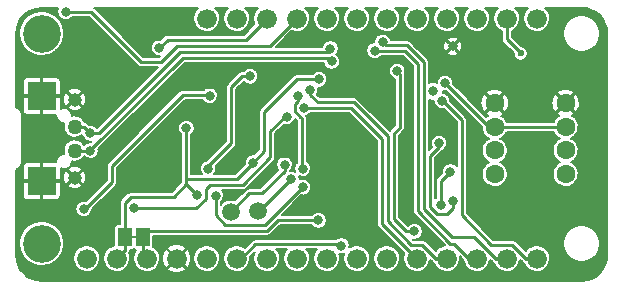
<source format=gbr>
G04 #@! TF.FileFunction,Copper,L2,Bot,Signal*
%FSLAX46Y46*%
G04 Gerber Fmt 4.6, Leading zero omitted, Abs format (unit mm)*
G04 Created by KiCad (PCBNEW 4.0.6) date Monday, September 17, 2018 'PMt' 12:21:56 PM*
%MOMM*%
%LPD*%
G01*
G04 APERTURE LIST*
%ADD10C,0.100000*%
%ADD11C,3.200000*%
%ADD12R,2.413000X2.413000*%
%ADD13C,1.143000*%
%ADD14C,1.676400*%
%ADD15C,1.500000*%
%ADD16R,1.168400X1.600200*%
%ADD17R,0.635000X0.203200*%
%ADD18C,1.270000*%
%ADD19C,0.800100*%
%ADD20C,0.806400*%
%ADD21C,1.600000*%
%ADD22C,0.600000*%
%ADD23C,0.250000*%
%ADD24C,0.200000*%
G04 APERTURE END LIST*
D10*
D11*
X125641100Y-96113600D03*
X125641100Y-113893600D03*
D12*
X125646100Y-108603600D03*
X125646100Y-101403600D03*
D13*
X128446100Y-101703600D03*
X128446100Y-108303600D03*
D14*
X167551100Y-115163600D03*
X165011100Y-115163600D03*
X162471100Y-115163600D03*
X159931100Y-115163600D03*
X157391100Y-115163600D03*
X154851100Y-115163600D03*
X152311100Y-115163600D03*
X149771100Y-115163600D03*
X147231100Y-115163600D03*
X144691100Y-115163600D03*
X142151100Y-115163600D03*
X139611100Y-115163600D03*
X137071100Y-115163600D03*
X134531100Y-115163600D03*
X131991100Y-115163600D03*
X129451100Y-115163600D03*
X139611100Y-94843600D03*
X142151100Y-94843600D03*
X144691100Y-94843600D03*
X147231100Y-94843600D03*
X149771100Y-94843600D03*
X152311100Y-94843600D03*
X154851100Y-94843600D03*
X157391100Y-94843600D03*
X159931100Y-94843600D03*
X162471100Y-94843600D03*
X165011100Y-94843600D03*
X167551100Y-94843600D03*
D15*
X141643100Y-111226600D03*
X143992600Y-111163100D03*
D16*
X134213600Y-113322100D03*
X132689600Y-113322100D03*
D17*
X133451600Y-113322100D03*
D18*
X128435100Y-106019600D03*
X128435100Y-103987600D03*
D19*
X132816600Y-108813600D03*
X136944100Y-108051600D03*
X141008100Y-107480100D03*
X137325100Y-100114100D03*
X131483100Y-101257100D03*
X130340100Y-107861100D03*
X140881100Y-95605600D03*
X131991100Y-94716600D03*
X135737600Y-94653100D03*
X146532600Y-96748600D03*
X143294100Y-102082600D03*
X132943600Y-104178100D03*
X140881100Y-101320600D03*
D20*
X145961100Y-104686100D03*
X143484600Y-104622600D03*
X153263600Y-107226100D03*
X151485600Y-103606600D03*
X151549100Y-105448100D03*
X151549100Y-107226100D03*
X153454100Y-105765600D03*
X155041600Y-103606600D03*
X149199600Y-98907600D03*
X153390600Y-101892100D03*
X156756100Y-103924100D03*
X149961600Y-108623100D03*
X160439100Y-97193100D03*
X158216600Y-113258600D03*
X158788100Y-101003100D03*
X160375600Y-105829100D03*
X159550100Y-99225100D03*
D21*
X164000000Y-108000000D03*
X164000000Y-106000000D03*
X164000000Y-104000000D03*
X164000000Y-102000000D03*
X170000000Y-108000000D03*
X170000000Y-106000000D03*
X170000000Y-104000000D03*
X170000000Y-102000000D03*
D20*
X147819522Y-102409516D03*
X148374100Y-100901300D03*
X157210100Y-112853700D03*
X155747000Y-99288600D03*
X151006200Y-114060687D03*
X159804100Y-100298200D03*
D19*
X138785600Y-109766100D03*
X137896600Y-104114600D03*
X143548100Y-107035600D03*
D20*
X149136100Y-99987100D03*
D19*
X135610600Y-97320100D03*
X149072600Y-111925100D03*
X127673100Y-94272100D03*
X139865100Y-101384100D03*
X129197100Y-110972600D03*
D22*
X166200000Y-97800000D03*
D19*
X140373100Y-109829600D03*
D20*
X147739100Y-109121600D03*
D19*
X129768600Y-106019600D03*
D20*
X150205006Y-98473694D03*
D19*
X129768600Y-104559100D03*
D20*
X150088600Y-97383600D03*
D19*
X146405600Y-103162100D03*
X133451600Y-110909100D03*
X146215100Y-107226100D03*
X146786600Y-108432600D03*
X139738100Y-107543600D03*
X143294100Y-99733100D03*
D20*
X159432600Y-110591600D03*
X160248600Y-107797600D03*
X160439100Y-110274100D03*
X159296100Y-105384600D03*
X153835100Y-97574100D03*
X154517247Y-96828453D03*
D19*
X147358100Y-101384100D03*
X147739100Y-107543600D03*
D20*
X159550100Y-101828600D03*
D23*
X147819522Y-102409516D02*
X151876016Y-102409516D01*
X151876016Y-102409516D02*
X154470100Y-105003600D01*
X154470100Y-112242600D02*
X157391100Y-115163600D01*
X154470100Y-105003600D02*
X154470100Y-112242600D01*
X152075919Y-101926906D02*
X149018706Y-101926906D01*
X154952709Y-104803697D02*
X152075919Y-101926906D01*
X154952709Y-104803697D02*
X154952709Y-112025341D01*
X154952709Y-112025341D02*
X156922569Y-113995200D01*
X156922569Y-113995200D02*
X157875069Y-113995200D01*
X159043469Y-115163600D02*
X159931100Y-115163600D01*
X157875069Y-113995200D02*
X159043469Y-115163600D01*
X149018706Y-101926906D02*
X148374100Y-101282300D01*
X148374100Y-101282300D02*
X148374100Y-100901300D01*
X155978106Y-104067094D02*
X155978106Y-99519706D01*
X155978106Y-99519706D02*
X155747000Y-99288600D01*
X155972031Y-104067094D02*
X155435319Y-104603806D01*
X155972031Y-104067094D02*
X155978106Y-104067094D01*
X155435319Y-111825437D02*
X156463581Y-112853700D01*
X156463581Y-112853700D02*
X157210100Y-112853700D01*
X155435319Y-104603806D02*
X155435319Y-111825437D01*
X142532100Y-115163600D02*
X143738600Y-113957100D01*
X142532100Y-115163600D02*
X142151100Y-115163600D01*
X150902613Y-113957100D02*
X151006200Y-114060687D01*
X143738600Y-113957100D02*
X150902613Y-113957100D01*
X170000000Y-104000000D02*
X164000000Y-104000000D01*
X159804100Y-100298200D02*
X159804100Y-100304100D01*
X159804100Y-100304100D02*
X163500000Y-104000000D01*
X163500000Y-104000000D02*
X164000000Y-104000000D01*
X160001000Y-100298200D02*
X159804100Y-100298200D01*
X132689600Y-113322100D02*
X132689600Y-114465100D01*
X132689600Y-114465100D02*
X131991100Y-115163600D01*
X132689600Y-113322100D02*
X132689600Y-110464600D01*
X132689600Y-110464600D02*
X133197600Y-109956600D01*
X138595100Y-109956600D02*
X138785600Y-109766100D01*
X137896600Y-104114600D02*
X137896600Y-108432600D01*
X137896600Y-108877100D02*
X137896600Y-108432600D01*
X137896600Y-108432600D02*
X142151100Y-108432600D01*
X142151100Y-108432600D02*
X143548100Y-107035600D01*
X143548100Y-107035600D02*
X144500600Y-106083100D01*
X146278600Y-100950444D02*
X146278600Y-100939600D01*
X146278600Y-100939600D02*
X147231100Y-99987100D01*
X147231100Y-99987100D02*
X149136100Y-99987100D01*
X144500600Y-102728444D02*
X146278600Y-100950444D01*
X144500600Y-106083100D02*
X144500600Y-102728444D01*
X133197600Y-109956600D02*
X136817100Y-109956600D01*
X136817100Y-109956600D02*
X137896600Y-108877100D01*
X138785600Y-109766100D02*
X137896600Y-108877100D01*
X135610600Y-97320100D02*
X136309100Y-96621600D01*
X136309100Y-96621600D02*
X142913100Y-96621600D01*
X142913100Y-96621600D02*
X144691100Y-94843600D01*
X134213600Y-113322100D02*
X134213600Y-114846100D01*
X134213600Y-114846100D02*
X134531100Y-115163600D01*
X134213600Y-112623600D02*
X134213600Y-113195100D01*
X134213600Y-113195100D02*
X134213600Y-113322100D01*
X149072600Y-111925100D02*
X145618100Y-111925100D01*
X145618100Y-111925100D02*
X144753800Y-112789400D01*
X134619300Y-112789400D02*
X134213600Y-113195100D01*
X144753800Y-112789400D02*
X134619300Y-112789400D01*
X147231100Y-94843600D02*
X144945100Y-97129600D01*
X144945100Y-97129600D02*
X143865600Y-97129600D01*
X143865600Y-97129600D02*
X137134600Y-97129600D01*
X137134600Y-97129600D02*
X135737600Y-98526600D01*
X135737600Y-98526600D02*
X134086600Y-98526600D01*
X134086600Y-98526600D02*
X129832100Y-94272100D01*
X129832100Y-94272100D02*
X127673100Y-94272100D01*
X131610100Y-107289600D02*
X131610100Y-108686600D01*
X131610100Y-108686600D02*
X129324100Y-110972600D01*
X129324100Y-110972600D02*
X129197100Y-110972600D01*
X139801600Y-101320600D02*
X137579100Y-101320600D01*
X139801600Y-101320600D02*
X139865100Y-101384100D01*
X137579100Y-101320600D02*
X131610100Y-107289600D01*
X165011100Y-94843600D02*
X165011100Y-96611100D01*
X165011100Y-96611100D02*
X166200000Y-97800000D01*
X141195669Y-112306800D02*
X140372400Y-111483531D01*
X140372400Y-109828900D02*
X140373100Y-109829600D01*
X140372400Y-111483531D02*
X140372400Y-109828900D01*
X144553900Y-112306800D02*
X141195669Y-112306800D01*
X147739100Y-109121600D02*
X144553900Y-112306800D01*
X150205006Y-98473694D02*
X149876913Y-98145600D01*
X149876913Y-98145600D02*
X137579100Y-98145600D01*
X128435100Y-106019600D02*
X129768600Y-106019600D01*
X137579100Y-98145600D02*
X129768600Y-105956100D01*
X129768600Y-105956100D02*
X129768600Y-106019600D01*
X150088600Y-97383600D02*
X149834600Y-97637600D01*
X149834600Y-97637600D02*
X137388600Y-97637600D01*
X128435100Y-103987600D02*
X129197100Y-103987600D01*
X129197100Y-103987600D02*
X129768600Y-104559100D01*
X137388600Y-97637600D02*
X130467100Y-104559100D01*
X130467100Y-104559100D02*
X129768600Y-104559100D01*
X139865100Y-108940600D02*
X142675831Y-108940600D01*
X139547600Y-109258100D02*
X139547600Y-110083600D01*
X139547600Y-110083600D02*
X138722100Y-110909100D01*
X139865100Y-108940600D02*
X139547600Y-109258100D01*
X145008600Y-106607831D02*
X145008600Y-104368600D01*
X142675831Y-108940600D02*
X145008600Y-106607831D01*
X145008600Y-104368600D02*
X146215100Y-103162100D01*
X146215100Y-103162100D02*
X146405600Y-103162100D01*
X138722100Y-110909100D02*
X133451600Y-110909100D01*
X141643100Y-111226600D02*
X143230600Y-109639100D01*
X143230600Y-109639100D02*
X144310100Y-109639100D01*
X144310100Y-109639100D02*
X146215100Y-107734100D01*
X146215100Y-107734100D02*
X146215100Y-107226100D01*
X146786600Y-108432600D02*
X144056100Y-111163100D01*
X144056100Y-111163100D02*
X143992600Y-111163100D01*
X139738100Y-107543600D02*
X139738100Y-107353100D01*
X139738100Y-107353100D02*
X141706600Y-105384600D01*
X141706600Y-105384600D02*
X141706600Y-100622100D01*
X141706600Y-100622100D02*
X142595600Y-99733100D01*
X142595600Y-99733100D02*
X143294100Y-99733100D01*
X160248600Y-107797600D02*
X159432600Y-108613600D01*
X159432600Y-108613600D02*
X159432600Y-110591600D01*
X158534100Y-110782100D02*
X159105600Y-111353600D01*
X158534100Y-110782100D02*
X158534100Y-106464100D01*
X159105600Y-111353600D02*
X159994600Y-111353600D01*
X160439100Y-110909100D02*
X160439100Y-110274100D01*
X159994600Y-111353600D02*
X160439100Y-110909100D01*
X158534100Y-106464100D02*
X159296100Y-105702100D01*
X159296100Y-105702100D02*
X159296100Y-105384600D01*
X153835100Y-97574100D02*
X156375100Y-97574100D01*
X157518100Y-98717100D02*
X156375100Y-97574100D01*
X157518100Y-98717100D02*
X157518100Y-111163100D01*
X157518100Y-111163100D02*
X160248600Y-113893600D01*
X160248600Y-113893600D02*
X160566100Y-113893600D01*
X160566100Y-113893600D02*
X161836100Y-115163600D01*
X161836100Y-115163600D02*
X162471100Y-115163600D01*
X164123469Y-115163600D02*
X165011100Y-115163600D01*
X158000700Y-98517200D02*
X156575000Y-97091500D01*
X158000700Y-110958887D02*
X160363913Y-113322100D01*
X162281969Y-113322100D02*
X164123469Y-115163600D01*
X158000700Y-98517200D02*
X158000700Y-110958887D01*
X160363913Y-113322100D02*
X162281969Y-113322100D01*
X154780294Y-97091500D02*
X154517247Y-96828453D01*
X156575000Y-97091500D02*
X154780294Y-97091500D01*
X147675600Y-107480100D02*
X147739100Y-107543600D01*
X147675600Y-107480100D02*
X147675600Y-103289100D01*
X147675600Y-103289100D02*
X147529419Y-103142919D01*
X147529419Y-103142919D02*
X147515738Y-103142919D01*
X147515738Y-103142919D02*
X147086119Y-102713300D01*
X147086119Y-102713300D02*
X147086119Y-102105725D01*
X147086119Y-102105725D02*
X147358100Y-101833744D01*
X147358100Y-101833744D02*
X147358100Y-101384100D01*
X166663469Y-115163600D02*
X167551100Y-115163600D01*
X166663469Y-115163600D02*
X165495069Y-113995200D01*
X165495069Y-113995200D02*
X163715700Y-113995200D01*
X163715700Y-113995200D02*
X161201100Y-111480600D01*
X161201100Y-111480600D02*
X161201100Y-103416100D01*
X161201100Y-103416100D02*
X159613600Y-101828600D01*
X159613600Y-101828600D02*
X159550100Y-101828600D01*
D24*
G36*
X127002590Y-94059402D02*
X126974047Y-94193689D01*
X126972130Y-94330962D01*
X126996913Y-94465994D01*
X127047452Y-94593640D01*
X127121821Y-94709038D01*
X127217188Y-94807794D01*
X127329921Y-94886146D01*
X127455726Y-94941108D01*
X127589810Y-94970589D01*
X127727067Y-94973464D01*
X127862268Y-94949624D01*
X127990264Y-94899978D01*
X128106179Y-94826416D01*
X128205598Y-94731740D01*
X128230034Y-94697100D01*
X129656060Y-94697100D01*
X133786080Y-98827121D01*
X133816429Y-98852049D01*
X133846489Y-98877273D01*
X133848446Y-98878349D01*
X133850175Y-98879769D01*
X133884792Y-98898330D01*
X133919175Y-98917233D01*
X133921305Y-98917909D01*
X133923275Y-98918965D01*
X133960858Y-98930455D01*
X133998238Y-98942313D01*
X134000455Y-98942562D01*
X134002595Y-98943216D01*
X134041686Y-98947187D01*
X134080666Y-98951559D01*
X134085030Y-98951589D01*
X134085117Y-98951598D01*
X134085198Y-98951590D01*
X134086600Y-98951600D01*
X135473559Y-98951600D01*
X130312194Y-104112966D01*
X130216988Y-104017092D01*
X130103172Y-103940323D01*
X129976612Y-103887122D01*
X129842129Y-103859517D01*
X129704846Y-103858558D01*
X129674825Y-103864285D01*
X129497620Y-103687080D01*
X129467301Y-103662176D01*
X129437211Y-103636927D01*
X129435254Y-103635851D01*
X129433525Y-103634431D01*
X129398943Y-103615889D01*
X129364525Y-103596967D01*
X129362391Y-103596290D01*
X129360425Y-103595236D01*
X129322929Y-103583772D01*
X129285462Y-103571887D01*
X129283240Y-103571638D01*
X129281105Y-103570985D01*
X129274455Y-103570309D01*
X129264650Y-103546520D01*
X129163179Y-103393793D01*
X129033975Y-103263684D01*
X128881960Y-103161149D01*
X128712925Y-103090093D01*
X128533307Y-103053223D01*
X128349949Y-103051943D01*
X128194848Y-103081529D01*
X128196128Y-102989864D01*
X128171368Y-102864820D01*
X128122793Y-102746967D01*
X128052251Y-102640793D01*
X127962430Y-102550343D01*
X127941657Y-102536331D01*
X128083348Y-102609899D01*
X128267128Y-102663254D01*
X128457786Y-102679731D01*
X128647995Y-102658694D01*
X128830446Y-102600955D01*
X128978692Y-102521716D01*
X129029303Y-102357513D01*
X128446100Y-101774311D01*
X127862897Y-102357513D01*
X127911807Y-102516197D01*
X127856752Y-102479062D01*
X127739240Y-102429665D01*
X127614372Y-102404033D01*
X127486904Y-102403143D01*
X127361690Y-102427029D01*
X127252600Y-102471105D01*
X127252600Y-101715286D01*
X127469969Y-101715286D01*
X127491006Y-101905495D01*
X127548745Y-102087946D01*
X127627984Y-102236192D01*
X127792187Y-102286803D01*
X128375389Y-101703600D01*
X128516811Y-101703600D01*
X129100013Y-102286803D01*
X129264216Y-102236192D01*
X129352399Y-102066352D01*
X129405754Y-101882572D01*
X129422231Y-101691914D01*
X129401194Y-101501705D01*
X129343455Y-101319254D01*
X129264216Y-101171008D01*
X129100013Y-101120397D01*
X128516811Y-101703600D01*
X128375389Y-101703600D01*
X127792187Y-101120397D01*
X127627984Y-101171008D01*
X127539801Y-101340848D01*
X127486446Y-101524628D01*
X127469969Y-101715286D01*
X127252600Y-101715286D01*
X127252600Y-101553600D01*
X127152600Y-101453600D01*
X126596100Y-101453600D01*
X126596100Y-101353600D01*
X127152600Y-101353600D01*
X127252600Y-101253600D01*
X127252600Y-101049687D01*
X127862897Y-101049687D01*
X128446100Y-101632889D01*
X129029303Y-101049687D01*
X128978692Y-100885484D01*
X128808852Y-100797301D01*
X128625072Y-100743946D01*
X128434414Y-100727469D01*
X128244205Y-100748506D01*
X128061754Y-100806245D01*
X127913508Y-100885484D01*
X127862897Y-101049687D01*
X127252600Y-101049687D01*
X127252600Y-100157704D01*
X127237228Y-100080425D01*
X127207076Y-100007629D01*
X127163301Y-99942115D01*
X127107586Y-99886400D01*
X127042071Y-99842625D01*
X126969276Y-99812472D01*
X126891997Y-99797100D01*
X125796100Y-99797100D01*
X125696100Y-99897100D01*
X125696100Y-100653600D01*
X125596100Y-100653600D01*
X125596100Y-99897100D01*
X125496100Y-99797100D01*
X124400203Y-99797100D01*
X124322924Y-99812472D01*
X124250129Y-99842625D01*
X124184614Y-99886400D01*
X124128899Y-99942115D01*
X124085124Y-100007629D01*
X124054972Y-100080425D01*
X124039600Y-100157704D01*
X124039600Y-101253600D01*
X124139600Y-101353600D01*
X124696100Y-101353600D01*
X124696100Y-101453600D01*
X124139600Y-101453600D01*
X124039600Y-101553600D01*
X124039600Y-102649496D01*
X124054972Y-102726775D01*
X124085124Y-102799571D01*
X124128899Y-102865085D01*
X124184614Y-102920800D01*
X124250129Y-102964575D01*
X124322924Y-102994728D01*
X124400203Y-103010100D01*
X125496100Y-103010100D01*
X125596100Y-102910100D01*
X125596100Y-102153600D01*
X125696100Y-102153600D01*
X125696100Y-102910100D01*
X125796100Y-103010100D01*
X126891997Y-103010100D01*
X126896629Y-103009179D01*
X126895246Y-103108254D01*
X126918257Y-103233631D01*
X126965182Y-103352151D01*
X127034235Y-103459300D01*
X127122784Y-103550995D01*
X127227457Y-103623745D01*
X127344267Y-103674778D01*
X127468765Y-103702150D01*
X127539529Y-103703633D01*
X127501431Y-103882872D01*
X127498871Y-104066217D01*
X127531972Y-104246568D01*
X127599472Y-104417054D01*
X127698801Y-104571183D01*
X127826176Y-104703084D01*
X127976744Y-104807731D01*
X128144771Y-104881140D01*
X128323857Y-104920515D01*
X128507179Y-104924355D01*
X128687757Y-104892514D01*
X128858710Y-104826206D01*
X129013529Y-104727955D01*
X129076765Y-104667736D01*
X129092413Y-104752994D01*
X129142952Y-104880640D01*
X129217321Y-104996038D01*
X129312688Y-105094794D01*
X129425421Y-105173146D01*
X129551226Y-105228108D01*
X129685310Y-105257589D01*
X129822567Y-105260464D01*
X129871894Y-105251766D01*
X129803910Y-105319750D01*
X129704846Y-105319058D01*
X129569991Y-105344783D01*
X129442700Y-105396212D01*
X129327824Y-105471385D01*
X129246428Y-105551093D01*
X129163179Y-105425793D01*
X129033975Y-105295684D01*
X128881960Y-105193149D01*
X128712925Y-105122093D01*
X128533307Y-105085223D01*
X128349949Y-105083943D01*
X128169833Y-105118301D01*
X127999822Y-105186990D01*
X127846391Y-105287393D01*
X127715383Y-105415686D01*
X127611789Y-105566981D01*
X127539554Y-105735516D01*
X127501431Y-105914872D01*
X127498871Y-106098217D01*
X127531972Y-106278568D01*
X127541854Y-106303527D01*
X127486904Y-106303143D01*
X127361690Y-106327029D01*
X127243501Y-106374781D01*
X127136837Y-106444579D01*
X127045762Y-106533766D01*
X126973745Y-106638945D01*
X126923528Y-106756109D01*
X126897025Y-106880795D01*
X126895392Y-106997775D01*
X126891997Y-106997100D01*
X125796100Y-106997100D01*
X125696100Y-107097100D01*
X125696100Y-107853600D01*
X125596100Y-107853600D01*
X125596100Y-107097100D01*
X125496100Y-106997100D01*
X124400203Y-106997100D01*
X124322924Y-107012472D01*
X124250129Y-107042625D01*
X124184614Y-107086400D01*
X124128899Y-107142115D01*
X124085124Y-107207629D01*
X124054972Y-107280425D01*
X124039600Y-107357704D01*
X124039600Y-108453600D01*
X124139600Y-108553600D01*
X124694662Y-108553600D01*
X124695865Y-108598773D01*
X124695819Y-108600503D01*
X124694776Y-108653600D01*
X124139600Y-108653600D01*
X124039600Y-108753600D01*
X124039600Y-109849496D01*
X124054972Y-109926775D01*
X124085124Y-109999571D01*
X124128899Y-110065085D01*
X124184614Y-110120800D01*
X124250129Y-110164575D01*
X124322924Y-110194728D01*
X124400203Y-110210100D01*
X125496100Y-110210100D01*
X125596100Y-110110100D01*
X125596100Y-109353600D01*
X125696100Y-109353600D01*
X125696100Y-110110100D01*
X125796100Y-110210100D01*
X126891997Y-110210100D01*
X126969276Y-110194728D01*
X127042071Y-110164575D01*
X127107586Y-110120800D01*
X127163301Y-110065085D01*
X127207076Y-109999571D01*
X127237228Y-109926775D01*
X127252600Y-109849496D01*
X127252600Y-108957513D01*
X127862897Y-108957513D01*
X127913508Y-109121716D01*
X128083348Y-109209899D01*
X128267128Y-109263254D01*
X128457786Y-109279731D01*
X128647995Y-109258694D01*
X128830446Y-109200955D01*
X128978692Y-109121716D01*
X129029303Y-108957513D01*
X128446100Y-108374311D01*
X127862897Y-108957513D01*
X127252600Y-108957513D01*
X127252600Y-108753600D01*
X127152600Y-108653600D01*
X126597538Y-108653600D01*
X126596335Y-108608427D01*
X126596381Y-108606697D01*
X126597424Y-108553600D01*
X127152600Y-108553600D01*
X127252600Y-108453600D01*
X127252600Y-108315286D01*
X127469969Y-108315286D01*
X127491006Y-108505495D01*
X127548745Y-108687946D01*
X127627984Y-108836192D01*
X127792187Y-108886803D01*
X128375389Y-108303600D01*
X128516811Y-108303600D01*
X129100013Y-108886803D01*
X129264216Y-108836192D01*
X129352399Y-108666352D01*
X129405754Y-108482572D01*
X129422231Y-108291914D01*
X129401194Y-108101705D01*
X129343455Y-107919254D01*
X129264216Y-107771008D01*
X129100013Y-107720397D01*
X128516811Y-108303600D01*
X128375389Y-108303600D01*
X127792187Y-107720397D01*
X127627984Y-107771008D01*
X127539801Y-107940848D01*
X127486446Y-108124628D01*
X127469969Y-108315286D01*
X127252600Y-108315286D01*
X127252600Y-107534730D01*
X127344267Y-107574778D01*
X127468765Y-107602150D01*
X127596209Y-107604820D01*
X127721744Y-107582685D01*
X127840588Y-107536588D01*
X127911658Y-107491485D01*
X127862897Y-107649687D01*
X128446100Y-108232889D01*
X129029303Y-107649687D01*
X128978692Y-107485484D01*
X128808852Y-107397301D01*
X128625072Y-107343946D01*
X128434414Y-107327469D01*
X128244205Y-107348506D01*
X128061754Y-107406245D01*
X127951454Y-107465201D01*
X128040528Y-107380378D01*
X128114006Y-107276216D01*
X128165854Y-107159765D01*
X128194095Y-107035461D01*
X128195647Y-106924326D01*
X128323857Y-106952515D01*
X128507179Y-106956355D01*
X128687757Y-106924514D01*
X128858710Y-106858206D01*
X129013529Y-106759955D01*
X129146315Y-106633504D01*
X129248428Y-106488750D01*
X129312688Y-106555294D01*
X129425421Y-106633646D01*
X129551226Y-106688608D01*
X129685310Y-106718089D01*
X129822567Y-106720964D01*
X129957768Y-106697124D01*
X130085764Y-106647478D01*
X130201679Y-106573916D01*
X130301098Y-106479240D01*
X130380235Y-106367057D01*
X130436074Y-106241639D01*
X130466490Y-106107764D01*
X130468680Y-105950957D01*
X130453161Y-105872579D01*
X137755140Y-98570600D01*
X149507816Y-98570600D01*
X149525777Y-98668460D01*
X149576543Y-98796680D01*
X149651247Y-98912598D01*
X149747043Y-99011798D01*
X149860283Y-99090502D01*
X149986654Y-99145712D01*
X150121342Y-99175325D01*
X150259216Y-99178213D01*
X150395025Y-99154267D01*
X150523597Y-99104397D01*
X150640034Y-99030504D01*
X150739900Y-98935402D01*
X150819393Y-98822714D01*
X150875484Y-98696732D01*
X150906036Y-98562255D01*
X150908236Y-98404742D01*
X150881450Y-98269464D01*
X150828899Y-98141964D01*
X150752583Y-98027101D01*
X150655411Y-97929248D01*
X150585129Y-97881843D01*
X150623494Y-97845308D01*
X150702987Y-97732620D01*
X150759078Y-97606638D01*
X150789630Y-97472161D01*
X150791830Y-97314648D01*
X150765044Y-97179370D01*
X150712493Y-97051870D01*
X150636177Y-96937007D01*
X150539005Y-96839154D01*
X150424677Y-96762039D01*
X150297548Y-96708598D01*
X150162460Y-96680869D01*
X150024559Y-96679906D01*
X149889097Y-96705747D01*
X149761234Y-96757407D01*
X149645840Y-96832918D01*
X149547311Y-96929405D01*
X149469400Y-97043192D01*
X149415074Y-97169945D01*
X149406007Y-97212600D01*
X145463140Y-97212600D01*
X146784930Y-95890811D01*
X146877675Y-95931330D01*
X147095681Y-95979262D01*
X147318844Y-95983936D01*
X147538665Y-95945176D01*
X147746772Y-95864457D01*
X147935236Y-95744853D01*
X148096881Y-95590922D01*
X148225547Y-95408525D01*
X148316336Y-95204610D01*
X148365789Y-94986944D01*
X148369349Y-94731994D01*
X148325993Y-94513032D01*
X148240933Y-94306662D01*
X148117409Y-94120744D01*
X147960126Y-93962359D01*
X147939728Y-93948600D01*
X149060051Y-93948600D01*
X149054449Y-93952266D01*
X148894970Y-94108439D01*
X148768862Y-94292615D01*
X148680929Y-94497777D01*
X148634521Y-94716112D01*
X148631404Y-94939303D01*
X148671698Y-95158848D01*
X148753868Y-95366386D01*
X148874784Y-95554011D01*
X149029841Y-95714577D01*
X149213131Y-95841967D01*
X149417675Y-95931330D01*
X149635681Y-95979262D01*
X149858844Y-95983936D01*
X150078665Y-95945176D01*
X150286772Y-95864457D01*
X150475236Y-95744853D01*
X150636881Y-95590922D01*
X150765547Y-95408525D01*
X150856336Y-95204610D01*
X150905789Y-94986944D01*
X150909349Y-94731994D01*
X150865993Y-94513032D01*
X150780933Y-94306662D01*
X150657409Y-94120744D01*
X150500126Y-93962359D01*
X150479728Y-93948600D01*
X151600051Y-93948600D01*
X151594449Y-93952266D01*
X151434970Y-94108439D01*
X151308862Y-94292615D01*
X151220929Y-94497777D01*
X151174521Y-94716112D01*
X151171404Y-94939303D01*
X151211698Y-95158848D01*
X151293868Y-95366386D01*
X151414784Y-95554011D01*
X151569841Y-95714577D01*
X151753131Y-95841967D01*
X151957675Y-95931330D01*
X152175681Y-95979262D01*
X152398844Y-95983936D01*
X152618665Y-95945176D01*
X152826772Y-95864457D01*
X153015236Y-95744853D01*
X153176881Y-95590922D01*
X153305547Y-95408525D01*
X153396336Y-95204610D01*
X153445789Y-94986944D01*
X153449349Y-94731994D01*
X153405993Y-94513032D01*
X153320933Y-94306662D01*
X153197409Y-94120744D01*
X153040126Y-93962359D01*
X153019728Y-93948600D01*
X154140051Y-93948600D01*
X154134449Y-93952266D01*
X153974970Y-94108439D01*
X153848862Y-94292615D01*
X153760929Y-94497777D01*
X153714521Y-94716112D01*
X153711404Y-94939303D01*
X153751698Y-95158848D01*
X153833868Y-95366386D01*
X153954784Y-95554011D01*
X154109841Y-95714577D01*
X154293131Y-95841967D01*
X154497675Y-95931330D01*
X154715681Y-95979262D01*
X154938844Y-95983936D01*
X155158665Y-95945176D01*
X155366772Y-95864457D01*
X155555236Y-95744853D01*
X155716881Y-95590922D01*
X155845547Y-95408525D01*
X155936336Y-95204610D01*
X155985789Y-94986944D01*
X155989349Y-94731994D01*
X155945993Y-94513032D01*
X155860933Y-94306662D01*
X155737409Y-94120744D01*
X155580126Y-93962359D01*
X155559728Y-93948600D01*
X156680051Y-93948600D01*
X156674449Y-93952266D01*
X156514970Y-94108439D01*
X156388862Y-94292615D01*
X156300929Y-94497777D01*
X156254521Y-94716112D01*
X156251404Y-94939303D01*
X156291698Y-95158848D01*
X156373868Y-95366386D01*
X156494784Y-95554011D01*
X156649841Y-95714577D01*
X156833131Y-95841967D01*
X157037675Y-95931330D01*
X157255681Y-95979262D01*
X157478844Y-95983936D01*
X157698665Y-95945176D01*
X157906772Y-95864457D01*
X158095236Y-95744853D01*
X158256881Y-95590922D01*
X158385547Y-95408525D01*
X158476336Y-95204610D01*
X158525789Y-94986944D01*
X158529349Y-94731994D01*
X158485993Y-94513032D01*
X158400933Y-94306662D01*
X158277409Y-94120744D01*
X158120126Y-93962359D01*
X158099728Y-93948600D01*
X159220051Y-93948600D01*
X159214449Y-93952266D01*
X159054970Y-94108439D01*
X158928862Y-94292615D01*
X158840929Y-94497777D01*
X158794521Y-94716112D01*
X158791404Y-94939303D01*
X158831698Y-95158848D01*
X158913868Y-95366386D01*
X159034784Y-95554011D01*
X159189841Y-95714577D01*
X159373131Y-95841967D01*
X159577675Y-95931330D01*
X159795681Y-95979262D01*
X160018844Y-95983936D01*
X160238665Y-95945176D01*
X160446772Y-95864457D01*
X160635236Y-95744853D01*
X160796881Y-95590922D01*
X160925547Y-95408525D01*
X161016336Y-95204610D01*
X161065789Y-94986944D01*
X161069349Y-94731994D01*
X161025993Y-94513032D01*
X160940933Y-94306662D01*
X160817409Y-94120744D01*
X160660126Y-93962359D01*
X160639728Y-93948600D01*
X161760051Y-93948600D01*
X161754449Y-93952266D01*
X161594970Y-94108439D01*
X161468862Y-94292615D01*
X161380929Y-94497777D01*
X161334521Y-94716112D01*
X161331404Y-94939303D01*
X161371698Y-95158848D01*
X161453868Y-95366386D01*
X161574784Y-95554011D01*
X161729841Y-95714577D01*
X161913131Y-95841967D01*
X162117675Y-95931330D01*
X162335681Y-95979262D01*
X162558844Y-95983936D01*
X162778665Y-95945176D01*
X162986772Y-95864457D01*
X163175236Y-95744853D01*
X163336881Y-95590922D01*
X163465547Y-95408525D01*
X163556336Y-95204610D01*
X163605789Y-94986944D01*
X163609349Y-94731994D01*
X163565993Y-94513032D01*
X163480933Y-94306662D01*
X163357409Y-94120744D01*
X163200126Y-93962359D01*
X163179728Y-93948600D01*
X164300051Y-93948600D01*
X164294449Y-93952266D01*
X164134970Y-94108439D01*
X164008862Y-94292615D01*
X163920929Y-94497777D01*
X163874521Y-94716112D01*
X163871404Y-94939303D01*
X163911698Y-95158848D01*
X163993868Y-95366386D01*
X164114784Y-95554011D01*
X164269841Y-95714577D01*
X164453131Y-95841967D01*
X164586100Y-95900060D01*
X164586100Y-96611100D01*
X164589933Y-96650191D01*
X164593353Y-96689279D01*
X164593976Y-96691422D01*
X164594194Y-96693650D01*
X164605541Y-96731231D01*
X164616493Y-96768932D01*
X164617523Y-96770920D01*
X164618168Y-96773055D01*
X164636582Y-96807687D01*
X164654665Y-96842572D01*
X164656059Y-96844318D01*
X164657108Y-96846291D01*
X164681938Y-96876736D01*
X164706413Y-96907395D01*
X164709473Y-96910497D01*
X164709532Y-96910570D01*
X164709599Y-96910626D01*
X164710580Y-96911620D01*
X165599902Y-97800943D01*
X165599211Y-97850450D01*
X165620452Y-97966183D01*
X165663768Y-98075586D01*
X165727509Y-98174492D01*
X165809247Y-98259134D01*
X165905868Y-98326287D01*
X166013693Y-98373395D01*
X166128614Y-98398662D01*
X166246254Y-98401126D01*
X166362133Y-98380694D01*
X166471835Y-98338143D01*
X166571184Y-98275094D01*
X166656395Y-98193949D01*
X166724221Y-98097799D01*
X166772080Y-97990306D01*
X166798149Y-97875564D01*
X166800026Y-97741167D01*
X166777171Y-97625742D01*
X166732332Y-97516954D01*
X166667216Y-97418948D01*
X166584305Y-97335455D01*
X166486755Y-97269657D01*
X166378283Y-97224060D01*
X166263021Y-97200400D01*
X166201008Y-97199967D01*
X165436100Y-96435060D01*
X165436100Y-96245610D01*
X169789036Y-96245610D01*
X169844616Y-96548445D01*
X169957959Y-96834716D01*
X170124748Y-97093521D01*
X170338628Y-97315001D01*
X170591454Y-97490719D01*
X170873596Y-97613984D01*
X171174306Y-97680099D01*
X171482132Y-97686547D01*
X171785347Y-97633082D01*
X172072403Y-97521741D01*
X172332366Y-97356763D01*
X172555333Y-97144434D01*
X172732813Y-96892841D01*
X172858044Y-96611567D01*
X172926257Y-96311325D01*
X172931168Y-95959654D01*
X172871364Y-95657624D01*
X172754035Y-95372963D01*
X172583650Y-95116512D01*
X172366698Y-94898041D01*
X172111443Y-94725869D01*
X171827608Y-94606556D01*
X171526004Y-94544645D01*
X171218118Y-94542496D01*
X170915679Y-94600189D01*
X170630206Y-94715528D01*
X170372572Y-94884119D01*
X170152591Y-95099540D01*
X169978641Y-95353587D01*
X169857349Y-95636582D01*
X169793335Y-95937747D01*
X169789036Y-96245610D01*
X165436100Y-96245610D01*
X165436100Y-95899626D01*
X165526772Y-95864457D01*
X165715236Y-95744853D01*
X165876881Y-95590922D01*
X166005547Y-95408525D01*
X166096336Y-95204610D01*
X166145789Y-94986944D01*
X166149349Y-94731994D01*
X166105993Y-94513032D01*
X166020933Y-94306662D01*
X165897409Y-94120744D01*
X165740126Y-93962359D01*
X165719728Y-93948600D01*
X166840051Y-93948600D01*
X166834449Y-93952266D01*
X166674970Y-94108439D01*
X166548862Y-94292615D01*
X166460929Y-94497777D01*
X166414521Y-94716112D01*
X166411404Y-94939303D01*
X166451698Y-95158848D01*
X166533868Y-95366386D01*
X166654784Y-95554011D01*
X166809841Y-95714577D01*
X166993131Y-95841967D01*
X167197675Y-95931330D01*
X167415681Y-95979262D01*
X167638844Y-95983936D01*
X167858665Y-95945176D01*
X168066772Y-95864457D01*
X168255236Y-95744853D01*
X168416881Y-95590922D01*
X168545547Y-95408525D01*
X168636336Y-95204610D01*
X168685789Y-94986944D01*
X168689349Y-94731994D01*
X168645993Y-94513032D01*
X168560933Y-94306662D01*
X168437409Y-94120744D01*
X168280126Y-93962359D01*
X168259728Y-93948600D01*
X171342762Y-93948600D01*
X171781266Y-93991596D01*
X172185433Y-94113621D01*
X172558198Y-94311823D01*
X172885364Y-94578653D01*
X173154477Y-94903956D01*
X173355276Y-95275325D01*
X173480118Y-95678625D01*
X173526100Y-96116114D01*
X173526100Y-113885287D01*
X173525037Y-113894764D01*
X173525000Y-113900000D01*
X173525000Y-114886480D01*
X173483104Y-115313766D01*
X173361079Y-115717933D01*
X173162877Y-116090698D01*
X172896047Y-116417864D01*
X172570744Y-116686977D01*
X172199374Y-116887776D01*
X171796075Y-117012618D01*
X171358587Y-117058600D01*
X125659438Y-117058600D01*
X125220934Y-117015604D01*
X124816767Y-116893579D01*
X124444002Y-116695377D01*
X124116836Y-116428547D01*
X123847723Y-116103244D01*
X123646924Y-115731874D01*
X123522082Y-115328575D01*
X123475000Y-114880621D01*
X123475000Y-114053357D01*
X123738603Y-114053357D01*
X123805866Y-114419845D01*
X123943032Y-114766288D01*
X124144878Y-115079491D01*
X124403714Y-115347524D01*
X124709682Y-115560177D01*
X125051127Y-115709350D01*
X125415044Y-115789363D01*
X125787571Y-115797166D01*
X126154520Y-115732463D01*
X126501912Y-115597719D01*
X126816517Y-115398065D01*
X126962231Y-115259303D01*
X128311404Y-115259303D01*
X128351698Y-115478848D01*
X128433868Y-115686386D01*
X128554784Y-115874011D01*
X128709841Y-116034577D01*
X128893131Y-116161967D01*
X129097675Y-116251330D01*
X129315681Y-116299262D01*
X129538844Y-116303936D01*
X129758665Y-116265176D01*
X129966772Y-116184457D01*
X130155236Y-116064853D01*
X130316881Y-115910922D01*
X130445547Y-115728525D01*
X130536336Y-115524610D01*
X130585789Y-115306944D01*
X130586454Y-115259303D01*
X130851404Y-115259303D01*
X130891698Y-115478848D01*
X130973868Y-115686386D01*
X131094784Y-115874011D01*
X131249841Y-116034577D01*
X131433131Y-116161967D01*
X131637675Y-116251330D01*
X131855681Y-116299262D01*
X132078844Y-116303936D01*
X132298665Y-116265176D01*
X132506772Y-116184457D01*
X132695236Y-116064853D01*
X132856881Y-115910922D01*
X132985547Y-115728525D01*
X133076336Y-115524610D01*
X133125789Y-115306944D01*
X133129349Y-115051994D01*
X133085993Y-114833032D01*
X133035603Y-114710777D01*
X133040273Y-114705211D01*
X133041347Y-114703257D01*
X133042769Y-114701526D01*
X133061333Y-114666904D01*
X133080233Y-114632525D01*
X133080909Y-114630393D01*
X133081964Y-114628426D01*
X133093432Y-114590915D01*
X133105313Y-114553462D01*
X133105562Y-114551240D01*
X133106215Y-114549105D01*
X133110181Y-114510059D01*
X133114559Y-114471034D01*
X133114589Y-114466671D01*
X133114598Y-114466584D01*
X133114590Y-114466503D01*
X133114600Y-114465100D01*
X133114600Y-114423651D01*
X133273800Y-114423651D01*
X133321574Y-114419841D01*
X133402603Y-114394748D01*
X133451371Y-114362612D01*
X133468085Y-114376857D01*
X133545418Y-114411716D01*
X133629400Y-114423651D01*
X133659859Y-114423651D01*
X133654970Y-114428439D01*
X133528862Y-114612615D01*
X133440929Y-114817777D01*
X133394521Y-115036112D01*
X133391404Y-115259303D01*
X133431698Y-115478848D01*
X133513868Y-115686386D01*
X133634784Y-115874011D01*
X133789841Y-116034577D01*
X133973131Y-116161967D01*
X134177675Y-116251330D01*
X134395681Y-116299262D01*
X134618844Y-116303936D01*
X134838665Y-116265176D01*
X135046772Y-116184457D01*
X135235236Y-116064853D01*
X135295727Y-116007248D01*
X136298163Y-116007248D01*
X136380824Y-116198748D01*
X136596035Y-116313525D01*
X136829503Y-116384110D01*
X137072255Y-116407792D01*
X137314962Y-116383660D01*
X137548298Y-116312641D01*
X137761376Y-116198748D01*
X137844037Y-116007248D01*
X137071100Y-115234311D01*
X136298163Y-116007248D01*
X135295727Y-116007248D01*
X135396881Y-115910922D01*
X135525547Y-115728525D01*
X135616336Y-115524610D01*
X135665789Y-115306944D01*
X135667774Y-115164755D01*
X135826908Y-115164755D01*
X135851040Y-115407462D01*
X135922059Y-115640798D01*
X136035952Y-115853876D01*
X136227452Y-115936537D01*
X137000389Y-115163600D01*
X137141811Y-115163600D01*
X137914748Y-115936537D01*
X138106248Y-115853876D01*
X138221025Y-115638665D01*
X138291610Y-115405197D01*
X138305842Y-115259303D01*
X138471404Y-115259303D01*
X138511698Y-115478848D01*
X138593868Y-115686386D01*
X138714784Y-115874011D01*
X138869841Y-116034577D01*
X139053131Y-116161967D01*
X139257675Y-116251330D01*
X139475681Y-116299262D01*
X139698844Y-116303936D01*
X139918665Y-116265176D01*
X140126772Y-116184457D01*
X140315236Y-116064853D01*
X140476881Y-115910922D01*
X140605547Y-115728525D01*
X140696336Y-115524610D01*
X140745789Y-115306944D01*
X140746454Y-115259303D01*
X141011404Y-115259303D01*
X141051698Y-115478848D01*
X141133868Y-115686386D01*
X141254784Y-115874011D01*
X141409841Y-116034577D01*
X141593131Y-116161967D01*
X141797675Y-116251330D01*
X142015681Y-116299262D01*
X142238844Y-116303936D01*
X142458665Y-116265176D01*
X142666772Y-116184457D01*
X142855236Y-116064853D01*
X143016881Y-115910922D01*
X143145547Y-115728525D01*
X143236336Y-115524610D01*
X143285789Y-115306944D01*
X143289349Y-115051994D01*
X143281977Y-115014763D01*
X143699148Y-114597593D01*
X143688862Y-114612615D01*
X143600929Y-114817777D01*
X143554521Y-115036112D01*
X143551404Y-115259303D01*
X143591698Y-115478848D01*
X143673868Y-115686386D01*
X143794784Y-115874011D01*
X143949841Y-116034577D01*
X144133131Y-116161967D01*
X144337675Y-116251330D01*
X144555681Y-116299262D01*
X144778844Y-116303936D01*
X144998665Y-116265176D01*
X145206772Y-116184457D01*
X145395236Y-116064853D01*
X145556881Y-115910922D01*
X145685547Y-115728525D01*
X145776336Y-115524610D01*
X145825789Y-115306944D01*
X145829349Y-115051994D01*
X145785993Y-114833032D01*
X145700933Y-114626662D01*
X145577409Y-114440744D01*
X145519173Y-114382100D01*
X146402290Y-114382100D01*
X146354970Y-114428439D01*
X146228862Y-114612615D01*
X146140929Y-114817777D01*
X146094521Y-115036112D01*
X146091404Y-115259303D01*
X146131698Y-115478848D01*
X146213868Y-115686386D01*
X146334784Y-115874011D01*
X146489841Y-116034577D01*
X146673131Y-116161967D01*
X146877675Y-116251330D01*
X147095681Y-116299262D01*
X147318844Y-116303936D01*
X147538665Y-116265176D01*
X147746772Y-116184457D01*
X147935236Y-116064853D01*
X148096881Y-115910922D01*
X148225547Y-115728525D01*
X148316336Y-115524610D01*
X148365789Y-115306944D01*
X148369349Y-115051994D01*
X148325993Y-114833032D01*
X148240933Y-114626662D01*
X148117409Y-114440744D01*
X148059173Y-114382100D01*
X148942290Y-114382100D01*
X148894970Y-114428439D01*
X148768862Y-114612615D01*
X148680929Y-114817777D01*
X148634521Y-115036112D01*
X148631404Y-115259303D01*
X148671698Y-115478848D01*
X148753868Y-115686386D01*
X148874784Y-115874011D01*
X149029841Y-116034577D01*
X149213131Y-116161967D01*
X149417675Y-116251330D01*
X149635681Y-116299262D01*
X149858844Y-116303936D01*
X150078665Y-116265176D01*
X150286772Y-116184457D01*
X150475236Y-116064853D01*
X150636881Y-115910922D01*
X150765547Y-115728525D01*
X150856336Y-115524610D01*
X150905789Y-115306944D01*
X150909349Y-115051994D01*
X150865993Y-114833032D01*
X150828307Y-114741601D01*
X150922536Y-114762318D01*
X151060410Y-114765206D01*
X151196219Y-114741260D01*
X151265191Y-114714508D01*
X151220929Y-114817777D01*
X151174521Y-115036112D01*
X151171404Y-115259303D01*
X151211698Y-115478848D01*
X151293868Y-115686386D01*
X151414784Y-115874011D01*
X151569841Y-116034577D01*
X151753131Y-116161967D01*
X151957675Y-116251330D01*
X152175681Y-116299262D01*
X152398844Y-116303936D01*
X152618665Y-116265176D01*
X152826772Y-116184457D01*
X153015236Y-116064853D01*
X153176881Y-115910922D01*
X153305547Y-115728525D01*
X153396336Y-115524610D01*
X153445789Y-115306944D01*
X153446454Y-115259303D01*
X153711404Y-115259303D01*
X153751698Y-115478848D01*
X153833868Y-115686386D01*
X153954784Y-115874011D01*
X154109841Y-116034577D01*
X154293131Y-116161967D01*
X154497675Y-116251330D01*
X154715681Y-116299262D01*
X154938844Y-116303936D01*
X155158665Y-116265176D01*
X155366772Y-116184457D01*
X155555236Y-116064853D01*
X155716881Y-115910922D01*
X155845547Y-115728525D01*
X155936336Y-115524610D01*
X155985789Y-115306944D01*
X155989349Y-115051994D01*
X155945993Y-114833032D01*
X155860933Y-114626662D01*
X155737409Y-114440744D01*
X155580126Y-114282359D01*
X155395075Y-114157540D01*
X155189303Y-114071041D01*
X154970650Y-114026158D01*
X154747443Y-114024600D01*
X154528184Y-114066426D01*
X154321225Y-114150043D01*
X154134449Y-114272266D01*
X153974970Y-114428439D01*
X153848862Y-114612615D01*
X153760929Y-114817777D01*
X153714521Y-115036112D01*
X153711404Y-115259303D01*
X153446454Y-115259303D01*
X153449349Y-115051994D01*
X153405993Y-114833032D01*
X153320933Y-114626662D01*
X153197409Y-114440744D01*
X153040126Y-114282359D01*
X152855075Y-114157540D01*
X152649303Y-114071041D01*
X152430650Y-114026158D01*
X152207443Y-114024600D01*
X151988184Y-114066426D01*
X151781225Y-114150043D01*
X151694096Y-114207059D01*
X151707230Y-114149248D01*
X151709430Y-113991735D01*
X151682644Y-113856457D01*
X151630093Y-113728957D01*
X151553777Y-113614094D01*
X151456605Y-113516241D01*
X151342277Y-113439126D01*
X151215148Y-113385685D01*
X151080060Y-113357956D01*
X150942159Y-113356993D01*
X150806697Y-113382834D01*
X150678834Y-113434494D01*
X150563440Y-113510005D01*
X150540877Y-113532100D01*
X143738600Y-113532100D01*
X143699559Y-113535928D01*
X143660421Y-113539352D01*
X143658273Y-113539976D01*
X143656050Y-113540194D01*
X143618510Y-113551528D01*
X143580768Y-113562493D01*
X143578780Y-113563523D01*
X143576645Y-113564168D01*
X143542013Y-113582582D01*
X143507128Y-113600665D01*
X143505381Y-113602059D01*
X143503409Y-113603108D01*
X143472995Y-113627913D01*
X143442305Y-113652412D01*
X143439197Y-113655477D01*
X143439130Y-113655532D01*
X143439079Y-113655594D01*
X143438080Y-113656579D01*
X142839621Y-114255038D01*
X142695075Y-114157540D01*
X142489303Y-114071041D01*
X142270650Y-114026158D01*
X142047443Y-114024600D01*
X141828184Y-114066426D01*
X141621225Y-114150043D01*
X141434449Y-114272266D01*
X141274970Y-114428439D01*
X141148862Y-114612615D01*
X141060929Y-114817777D01*
X141014521Y-115036112D01*
X141011404Y-115259303D01*
X140746454Y-115259303D01*
X140749349Y-115051994D01*
X140705993Y-114833032D01*
X140620933Y-114626662D01*
X140497409Y-114440744D01*
X140340126Y-114282359D01*
X140155075Y-114157540D01*
X139949303Y-114071041D01*
X139730650Y-114026158D01*
X139507443Y-114024600D01*
X139288184Y-114066426D01*
X139081225Y-114150043D01*
X138894449Y-114272266D01*
X138734970Y-114428439D01*
X138608862Y-114612615D01*
X138520929Y-114817777D01*
X138474521Y-115036112D01*
X138471404Y-115259303D01*
X138305842Y-115259303D01*
X138315292Y-115162445D01*
X138291160Y-114919738D01*
X138220141Y-114686402D01*
X138106248Y-114473324D01*
X137914748Y-114390663D01*
X137141811Y-115163600D01*
X137000389Y-115163600D01*
X136227452Y-114390663D01*
X136035952Y-114473324D01*
X135921175Y-114688535D01*
X135850590Y-114922003D01*
X135826908Y-115164755D01*
X135667774Y-115164755D01*
X135669349Y-115051994D01*
X135625993Y-114833032D01*
X135540933Y-114626662D01*
X135417409Y-114440744D01*
X135297458Y-114319952D01*
X136298163Y-114319952D01*
X137071100Y-115092889D01*
X137844037Y-114319952D01*
X137761376Y-114128452D01*
X137546165Y-114013675D01*
X137312697Y-113943090D01*
X137069945Y-113919408D01*
X136827238Y-113943540D01*
X136593902Y-114014559D01*
X136380824Y-114128452D01*
X136298163Y-114319952D01*
X135297458Y-114319952D01*
X135260126Y-114282359D01*
X135092553Y-114169329D01*
X135099251Y-114122200D01*
X135099251Y-113214400D01*
X144753800Y-113214400D01*
X144792891Y-113210567D01*
X144831979Y-113207147D01*
X144834122Y-113206524D01*
X144836350Y-113206306D01*
X144873931Y-113194959D01*
X144911632Y-113184007D01*
X144913620Y-113182977D01*
X144915755Y-113182332D01*
X144950387Y-113163918D01*
X144985272Y-113145835D01*
X144987018Y-113144441D01*
X144988991Y-113143392D01*
X145019436Y-113118562D01*
X145050095Y-113094087D01*
X145053197Y-113091027D01*
X145053270Y-113090968D01*
X145053326Y-113090901D01*
X145054320Y-113089920D01*
X145794141Y-112350100D01*
X148513627Y-112350100D01*
X148521321Y-112362038D01*
X148616688Y-112460794D01*
X148729421Y-112539146D01*
X148855226Y-112594108D01*
X148989310Y-112623589D01*
X149126567Y-112626464D01*
X149261768Y-112602624D01*
X149389764Y-112552978D01*
X149505679Y-112479416D01*
X149605098Y-112384740D01*
X149684235Y-112272557D01*
X149740074Y-112147139D01*
X149770490Y-112013264D01*
X149772680Y-111856457D01*
X149746014Y-111721784D01*
X149693698Y-111594856D01*
X149617725Y-111480507D01*
X149520988Y-111383092D01*
X149407172Y-111306323D01*
X149280612Y-111253122D01*
X149146129Y-111225517D01*
X149008846Y-111224558D01*
X148873991Y-111250283D01*
X148746700Y-111301712D01*
X148631824Y-111376885D01*
X148533736Y-111472939D01*
X148515138Y-111500100D01*
X145961640Y-111500100D01*
X147641560Y-109820180D01*
X147655436Y-109823231D01*
X147793310Y-109826119D01*
X147929119Y-109802173D01*
X148057691Y-109752303D01*
X148174128Y-109678410D01*
X148273994Y-109583308D01*
X148353487Y-109470620D01*
X148409578Y-109344638D01*
X148440130Y-109210161D01*
X148442330Y-109052648D01*
X148415544Y-108917370D01*
X148362993Y-108789870D01*
X148286677Y-108675007D01*
X148189505Y-108577154D01*
X148075177Y-108500039D01*
X147948048Y-108446598D01*
X147812960Y-108418869D01*
X147675059Y-108417906D01*
X147539597Y-108443747D01*
X147485259Y-108465701D01*
X147486680Y-108363957D01*
X147460014Y-108229284D01*
X147438078Y-108176064D01*
X147521726Y-108212608D01*
X147655810Y-108242089D01*
X147793067Y-108244964D01*
X147928268Y-108221124D01*
X148056264Y-108171478D01*
X148172179Y-108097916D01*
X148271598Y-108003240D01*
X148350735Y-107891057D01*
X148406574Y-107765639D01*
X148436990Y-107631764D01*
X148439180Y-107474957D01*
X148412514Y-107340284D01*
X148360198Y-107213356D01*
X148284225Y-107099007D01*
X148187488Y-107001592D01*
X148100600Y-106942986D01*
X148100600Y-103289100D01*
X148096768Y-103250013D01*
X148093347Y-103210921D01*
X148092724Y-103208778D01*
X148092506Y-103206550D01*
X148081145Y-103168922D01*
X148070206Y-103131268D01*
X148069178Y-103129285D01*
X148068532Y-103127145D01*
X148050099Y-103092478D01*
X148042279Y-103077391D01*
X148138113Y-103040219D01*
X148254550Y-102966326D01*
X148354416Y-102871224D01*
X148380311Y-102834516D01*
X151699976Y-102834516D01*
X154045100Y-105179641D01*
X154045100Y-112242600D01*
X154048933Y-112281691D01*
X154052353Y-112320779D01*
X154052976Y-112322922D01*
X154053194Y-112325150D01*
X154064541Y-112362731D01*
X154075493Y-112400432D01*
X154076523Y-112402420D01*
X154077168Y-112404555D01*
X154095582Y-112439187D01*
X154113665Y-112474072D01*
X154115059Y-112475818D01*
X154116108Y-112477791D01*
X154140938Y-112508236D01*
X154165413Y-112538895D01*
X154168473Y-112541997D01*
X154168532Y-112542070D01*
X154168599Y-112542126D01*
X154169580Y-112543120D01*
X156343923Y-114717464D01*
X156300929Y-114817777D01*
X156254521Y-115036112D01*
X156251404Y-115259303D01*
X156291698Y-115478848D01*
X156373868Y-115686386D01*
X156494784Y-115874011D01*
X156649841Y-116034577D01*
X156833131Y-116161967D01*
X157037675Y-116251330D01*
X157255681Y-116299262D01*
X157478844Y-116303936D01*
X157698665Y-116265176D01*
X157906772Y-116184457D01*
X158095236Y-116064853D01*
X158256881Y-115910922D01*
X158385547Y-115728525D01*
X158476336Y-115524610D01*
X158525789Y-115306944D01*
X158526615Y-115247786D01*
X158742949Y-115464120D01*
X158773268Y-115489024D01*
X158803358Y-115514273D01*
X158805315Y-115515349D01*
X158807044Y-115516769D01*
X158841626Y-115535311D01*
X158857511Y-115544044D01*
X158913868Y-115686386D01*
X159034784Y-115874011D01*
X159189841Y-116034577D01*
X159373131Y-116161967D01*
X159577675Y-116251330D01*
X159795681Y-116299262D01*
X160018844Y-116303936D01*
X160238665Y-116265176D01*
X160446772Y-116184457D01*
X160635236Y-116064853D01*
X160796881Y-115910922D01*
X160925547Y-115728525D01*
X161016336Y-115524610D01*
X161065789Y-115306944D01*
X161069349Y-115051994D01*
X161055991Y-114984532D01*
X161331548Y-115260089D01*
X161371698Y-115478848D01*
X161453868Y-115686386D01*
X161574784Y-115874011D01*
X161729841Y-116034577D01*
X161913131Y-116161967D01*
X162117675Y-116251330D01*
X162335681Y-116299262D01*
X162558844Y-116303936D01*
X162778665Y-116265176D01*
X162986772Y-116184457D01*
X163175236Y-116064853D01*
X163336881Y-115910922D01*
X163465547Y-115728525D01*
X163556336Y-115524610D01*
X163605789Y-115306944D01*
X163606615Y-115247787D01*
X163822948Y-115464120D01*
X163853314Y-115489063D01*
X163883358Y-115514273D01*
X163885312Y-115515347D01*
X163887043Y-115516769D01*
X163921665Y-115535333D01*
X163937511Y-115544044D01*
X163993868Y-115686386D01*
X164114784Y-115874011D01*
X164269841Y-116034577D01*
X164453131Y-116161967D01*
X164657675Y-116251330D01*
X164875681Y-116299262D01*
X165098844Y-116303936D01*
X165318665Y-116265176D01*
X165526772Y-116184457D01*
X165715236Y-116064853D01*
X165876881Y-115910922D01*
X166005547Y-115728525D01*
X166096336Y-115524610D01*
X166145789Y-115306944D01*
X166146615Y-115247786D01*
X166362949Y-115464120D01*
X166393268Y-115489024D01*
X166423358Y-115514273D01*
X166425315Y-115515349D01*
X166427044Y-115516769D01*
X166461626Y-115535311D01*
X166477511Y-115544044D01*
X166533868Y-115686386D01*
X166654784Y-115874011D01*
X166809841Y-116034577D01*
X166993131Y-116161967D01*
X167197675Y-116251330D01*
X167415681Y-116299262D01*
X167638844Y-116303936D01*
X167858665Y-116265176D01*
X168066772Y-116184457D01*
X168255236Y-116064853D01*
X168416881Y-115910922D01*
X168545547Y-115728525D01*
X168636336Y-115524610D01*
X168685789Y-115306944D01*
X168689349Y-115051994D01*
X168645993Y-114833032D01*
X168560933Y-114626662D01*
X168437409Y-114440744D01*
X168280126Y-114282359D01*
X168095075Y-114157540D01*
X167889303Y-114071041D01*
X167670650Y-114026158D01*
X167592141Y-114025610D01*
X169789036Y-114025610D01*
X169844616Y-114328445D01*
X169957959Y-114614716D01*
X170124748Y-114873521D01*
X170338628Y-115095001D01*
X170591454Y-115270719D01*
X170873596Y-115393984D01*
X171174306Y-115460099D01*
X171482132Y-115466547D01*
X171785347Y-115413082D01*
X172072403Y-115301741D01*
X172332366Y-115136763D01*
X172555333Y-114924434D01*
X172732813Y-114672841D01*
X172858044Y-114391567D01*
X172926257Y-114091325D01*
X172931168Y-113739654D01*
X172871364Y-113437624D01*
X172754035Y-113152963D01*
X172583650Y-112896512D01*
X172366698Y-112678041D01*
X172111443Y-112505869D01*
X171827608Y-112386556D01*
X171526004Y-112324645D01*
X171218118Y-112322496D01*
X170915679Y-112380189D01*
X170630206Y-112495528D01*
X170372572Y-112664119D01*
X170152591Y-112879540D01*
X169978641Y-113133587D01*
X169857349Y-113416582D01*
X169793335Y-113717747D01*
X169789036Y-114025610D01*
X167592141Y-114025610D01*
X167447443Y-114024600D01*
X167228184Y-114066426D01*
X167021225Y-114150043D01*
X166834449Y-114272266D01*
X166674970Y-114428439D01*
X166615785Y-114514876D01*
X165795589Y-113694680D01*
X165765270Y-113669776D01*
X165735180Y-113644527D01*
X165733223Y-113643451D01*
X165731494Y-113642031D01*
X165696912Y-113623489D01*
X165662494Y-113604567D01*
X165660360Y-113603890D01*
X165658394Y-113602836D01*
X165620898Y-113591372D01*
X165583431Y-113579487D01*
X165581209Y-113579238D01*
X165579074Y-113578585D01*
X165540028Y-113574619D01*
X165501003Y-113570241D01*
X165496640Y-113570211D01*
X165496553Y-113570202D01*
X165496472Y-113570210D01*
X165495069Y-113570200D01*
X163891741Y-113570200D01*
X161626100Y-111304560D01*
X161626100Y-103416100D01*
X161622267Y-103377009D01*
X161618847Y-103337921D01*
X161618224Y-103335778D01*
X161618006Y-103333550D01*
X161606659Y-103295969D01*
X161595707Y-103258268D01*
X161594677Y-103256280D01*
X161594032Y-103254145D01*
X161575618Y-103219513D01*
X161557535Y-103184628D01*
X161556141Y-103182882D01*
X161555092Y-103180909D01*
X161530262Y-103150464D01*
X161505787Y-103119805D01*
X161502727Y-103116703D01*
X161502668Y-103116630D01*
X161502601Y-103116574D01*
X161501620Y-103115580D01*
X160251847Y-101865807D01*
X160253330Y-101759648D01*
X160226544Y-101624370D01*
X160173993Y-101496870D01*
X160097677Y-101382007D01*
X160000505Y-101284154D01*
X159886177Y-101207039D01*
X159759048Y-101153598D01*
X159623960Y-101125869D01*
X159584331Y-101125592D01*
X159594977Y-100984764D01*
X159593415Y-100971904D01*
X159720436Y-100999831D01*
X159858310Y-101002719D01*
X159895178Y-100996218D01*
X162899834Y-104000874D01*
X162898555Y-104092491D01*
X162937496Y-104304668D01*
X163016909Y-104505240D01*
X163133766Y-104686568D01*
X163283619Y-104841745D01*
X163460758Y-104964860D01*
X163539921Y-104999446D01*
X163487909Y-105020460D01*
X163307401Y-105138581D01*
X163153274Y-105289513D01*
X163031399Y-105467507D01*
X162946417Y-105665784D01*
X162901566Y-105876791D01*
X162898555Y-106092491D01*
X162937496Y-106304668D01*
X163016909Y-106505240D01*
X163133766Y-106686568D01*
X163283619Y-106841745D01*
X163460758Y-106964860D01*
X163539921Y-106999446D01*
X163487909Y-107020460D01*
X163307401Y-107138581D01*
X163153274Y-107289513D01*
X163031399Y-107467507D01*
X162946417Y-107665784D01*
X162901566Y-107876791D01*
X162898555Y-108092491D01*
X162937496Y-108304668D01*
X163016909Y-108505240D01*
X163133766Y-108686568D01*
X163283619Y-108841745D01*
X163460758Y-108964860D01*
X163658437Y-109051224D01*
X163869125Y-109097547D01*
X164084799Y-109102064D01*
X164297243Y-109064605D01*
X164498365Y-108986595D01*
X164680504Y-108871006D01*
X164836723Y-108722240D01*
X164961072Y-108545965D01*
X165048814Y-108348894D01*
X165096606Y-108138534D01*
X165100047Y-107892139D01*
X165058146Y-107680527D01*
X164975941Y-107481083D01*
X164856563Y-107301404D01*
X164704559Y-107148335D01*
X164525718Y-107027705D01*
X164461727Y-107000806D01*
X164498365Y-106986595D01*
X164680504Y-106871006D01*
X164836723Y-106722240D01*
X164961072Y-106545965D01*
X165048814Y-106348894D01*
X165096606Y-106138534D01*
X165100047Y-105892139D01*
X165058146Y-105680527D01*
X164975941Y-105481083D01*
X164856563Y-105301404D01*
X164704559Y-105148335D01*
X164525718Y-105027705D01*
X164461727Y-105000806D01*
X164498365Y-104986595D01*
X164680504Y-104871006D01*
X164836723Y-104722240D01*
X164961072Y-104545965D01*
X165014929Y-104425000D01*
X168985139Y-104425000D01*
X169016909Y-104505240D01*
X169133766Y-104686568D01*
X169283619Y-104841745D01*
X169460758Y-104964860D01*
X169539921Y-104999446D01*
X169487909Y-105020460D01*
X169307401Y-105138581D01*
X169153274Y-105289513D01*
X169031399Y-105467507D01*
X168946417Y-105665784D01*
X168901566Y-105876791D01*
X168898555Y-106092491D01*
X168937496Y-106304668D01*
X169016909Y-106505240D01*
X169133766Y-106686568D01*
X169283619Y-106841745D01*
X169460758Y-106964860D01*
X169539921Y-106999446D01*
X169487909Y-107020460D01*
X169307401Y-107138581D01*
X169153274Y-107289513D01*
X169031399Y-107467507D01*
X168946417Y-107665784D01*
X168901566Y-107876791D01*
X168898555Y-108092491D01*
X168937496Y-108304668D01*
X169016909Y-108505240D01*
X169133766Y-108686568D01*
X169283619Y-108841745D01*
X169460758Y-108964860D01*
X169658437Y-109051224D01*
X169869125Y-109097547D01*
X170084799Y-109102064D01*
X170297243Y-109064605D01*
X170498365Y-108986595D01*
X170680504Y-108871006D01*
X170836723Y-108722240D01*
X170961072Y-108545965D01*
X171048814Y-108348894D01*
X171096606Y-108138534D01*
X171100047Y-107892139D01*
X171058146Y-107680527D01*
X170975941Y-107481083D01*
X170856563Y-107301404D01*
X170704559Y-107148335D01*
X170525718Y-107027705D01*
X170461727Y-107000806D01*
X170498365Y-106986595D01*
X170680504Y-106871006D01*
X170836723Y-106722240D01*
X170961072Y-106545965D01*
X171048814Y-106348894D01*
X171096606Y-106138534D01*
X171100047Y-105892139D01*
X171058146Y-105680527D01*
X170975941Y-105481083D01*
X170856563Y-105301404D01*
X170704559Y-105148335D01*
X170525718Y-105027705D01*
X170461727Y-105000806D01*
X170498365Y-104986595D01*
X170680504Y-104871006D01*
X170836723Y-104722240D01*
X170961072Y-104545965D01*
X171048814Y-104348894D01*
X171096606Y-104138534D01*
X171100047Y-103892139D01*
X171058146Y-103680527D01*
X170975941Y-103481083D01*
X170856563Y-103301404D01*
X170704559Y-103148335D01*
X170568935Y-103056855D01*
X170667695Y-103004068D01*
X170745768Y-102816479D01*
X170000000Y-102070711D01*
X169254232Y-102816479D01*
X169332305Y-103004068D01*
X169431977Y-103057061D01*
X169307401Y-103138581D01*
X169153274Y-103289513D01*
X169031399Y-103467507D01*
X168985327Y-103575000D01*
X165014651Y-103575000D01*
X164975941Y-103481083D01*
X164856563Y-103301404D01*
X164704559Y-103148335D01*
X164568935Y-103056855D01*
X164667695Y-103004068D01*
X164745768Y-102816479D01*
X164000000Y-102070711D01*
X163254232Y-102816479D01*
X163332305Y-103004068D01*
X163431977Y-103057061D01*
X163307401Y-103138581D01*
X163273156Y-103172116D01*
X162103703Y-102002663D01*
X162794198Y-102002663D01*
X162817886Y-102237852D01*
X162887003Y-102463900D01*
X162995932Y-102667695D01*
X163183521Y-102745768D01*
X163929289Y-102000000D01*
X164070711Y-102000000D01*
X164816479Y-102745768D01*
X165004068Y-102667695D01*
X165115036Y-102458981D01*
X165183153Y-102232629D01*
X165205289Y-102002663D01*
X168794198Y-102002663D01*
X168817886Y-102237852D01*
X168887003Y-102463900D01*
X168995932Y-102667695D01*
X169183521Y-102745768D01*
X169929289Y-102000000D01*
X170070711Y-102000000D01*
X170816479Y-102745768D01*
X171004068Y-102667695D01*
X171115036Y-102458981D01*
X171183153Y-102232629D01*
X171205802Y-101997337D01*
X171182114Y-101762148D01*
X171112997Y-101536100D01*
X171004068Y-101332305D01*
X170816479Y-101254232D01*
X170070711Y-102000000D01*
X169929289Y-102000000D01*
X169183521Y-101254232D01*
X168995932Y-101332305D01*
X168884964Y-101541019D01*
X168816847Y-101767371D01*
X168794198Y-102002663D01*
X165205289Y-102002663D01*
X165205802Y-101997337D01*
X165182114Y-101762148D01*
X165112997Y-101536100D01*
X165004068Y-101332305D01*
X164816479Y-101254232D01*
X164070711Y-102000000D01*
X163929289Y-102000000D01*
X163183521Y-101254232D01*
X162995932Y-101332305D01*
X162884964Y-101541019D01*
X162816847Y-101767371D01*
X162794198Y-102002663D01*
X162103703Y-102002663D01*
X161284561Y-101183521D01*
X163254232Y-101183521D01*
X164000000Y-101929289D01*
X164745768Y-101183521D01*
X169254232Y-101183521D01*
X170000000Y-101929289D01*
X170745768Y-101183521D01*
X170667695Y-100995932D01*
X170458981Y-100884964D01*
X170232629Y-100816847D01*
X169997337Y-100794198D01*
X169762148Y-100817886D01*
X169536100Y-100887003D01*
X169332305Y-100995932D01*
X169254232Y-101183521D01*
X164745768Y-101183521D01*
X164667695Y-100995932D01*
X164458981Y-100884964D01*
X164232629Y-100816847D01*
X163997337Y-100794198D01*
X163762148Y-100817886D01*
X163536100Y-100887003D01*
X163332305Y-100995932D01*
X163254232Y-101183521D01*
X161284561Y-101183521D01*
X160501922Y-100400882D01*
X160505130Y-100386761D01*
X160507330Y-100229248D01*
X160480544Y-100093970D01*
X160427993Y-99966470D01*
X160351677Y-99851607D01*
X160254505Y-99753754D01*
X160140177Y-99676639D01*
X160013048Y-99623198D01*
X159877960Y-99595469D01*
X159740059Y-99594506D01*
X159604597Y-99620347D01*
X159476734Y-99672007D01*
X159361340Y-99747518D01*
X159262811Y-99844005D01*
X159184900Y-99957792D01*
X159130574Y-100084545D01*
X159101902Y-100219436D01*
X159101315Y-100261434D01*
X159079939Y-100250625D01*
X158927530Y-100208149D01*
X158769764Y-100196223D01*
X158612702Y-100215304D01*
X158462381Y-100264660D01*
X158425700Y-100284266D01*
X158425700Y-98517200D01*
X158421868Y-98478113D01*
X158418447Y-98439021D01*
X158417824Y-98436878D01*
X158417606Y-98434650D01*
X158406245Y-98397022D01*
X158395306Y-98359368D01*
X158394278Y-98357385D01*
X158393632Y-98355245D01*
X158375199Y-98320578D01*
X158357135Y-98285728D01*
X158355741Y-98283981D01*
X158354692Y-98282009D01*
X158329882Y-98251588D01*
X158305387Y-98220904D01*
X158302323Y-98217797D01*
X158302268Y-98217730D01*
X158302206Y-98217679D01*
X158301220Y-98216679D01*
X157811730Y-97727189D01*
X159975722Y-97727189D01*
X160006069Y-97874182D01*
X160147261Y-97945575D01*
X160299670Y-97988051D01*
X160457436Y-97999977D01*
X160614498Y-97980896D01*
X160764819Y-97931540D01*
X160872131Y-97874182D01*
X160902478Y-97727189D01*
X160439100Y-97263811D01*
X159975722Y-97727189D01*
X157811730Y-97727189D01*
X157295977Y-97211436D01*
X159632223Y-97211436D01*
X159651304Y-97368498D01*
X159700660Y-97518819D01*
X159758018Y-97626131D01*
X159905011Y-97656478D01*
X160368389Y-97193100D01*
X160509811Y-97193100D01*
X160973189Y-97656478D01*
X161120182Y-97626131D01*
X161191575Y-97484939D01*
X161234051Y-97332530D01*
X161245977Y-97174764D01*
X161226896Y-97017702D01*
X161177540Y-96867381D01*
X161120182Y-96760069D01*
X160973189Y-96729722D01*
X160509811Y-97193100D01*
X160368389Y-97193100D01*
X159905011Y-96729722D01*
X159758018Y-96760069D01*
X159686625Y-96901261D01*
X159644149Y-97053670D01*
X159632223Y-97211436D01*
X157295977Y-97211436D01*
X156875520Y-96790980D01*
X156845201Y-96766076D01*
X156815111Y-96740827D01*
X156813154Y-96739751D01*
X156811425Y-96738331D01*
X156776843Y-96719789D01*
X156742425Y-96700867D01*
X156740291Y-96700190D01*
X156738325Y-96699136D01*
X156700829Y-96687672D01*
X156663362Y-96675787D01*
X156661140Y-96675538D01*
X156659005Y-96674885D01*
X156619959Y-96670919D01*
X156580934Y-96666541D01*
X156576571Y-96666511D01*
X156576484Y-96666502D01*
X156576403Y-96666510D01*
X156575000Y-96666500D01*
X155202062Y-96666500D01*
X155200580Y-96659011D01*
X159975722Y-96659011D01*
X160439100Y-97122389D01*
X160902478Y-96659011D01*
X160872131Y-96512018D01*
X160730939Y-96440625D01*
X160578530Y-96398149D01*
X160420764Y-96386223D01*
X160263702Y-96405304D01*
X160113381Y-96454660D01*
X160006069Y-96512018D01*
X159975722Y-96659011D01*
X155200580Y-96659011D01*
X155193691Y-96624223D01*
X155141140Y-96496723D01*
X155064824Y-96381860D01*
X154967652Y-96284007D01*
X154853324Y-96206892D01*
X154726195Y-96153451D01*
X154591107Y-96125722D01*
X154453206Y-96124759D01*
X154317744Y-96150600D01*
X154189881Y-96202260D01*
X154074487Y-96277771D01*
X153975958Y-96374258D01*
X153898047Y-96488045D01*
X153843721Y-96614798D01*
X153815049Y-96749689D01*
X153813359Y-96870701D01*
X153771059Y-96870406D01*
X153635597Y-96896247D01*
X153507734Y-96947907D01*
X153392340Y-97023418D01*
X153293811Y-97119905D01*
X153215900Y-97233692D01*
X153161574Y-97360445D01*
X153132902Y-97495336D01*
X153130976Y-97633227D01*
X153155871Y-97768866D01*
X153206637Y-97897086D01*
X153281341Y-98013004D01*
X153377137Y-98112204D01*
X153490377Y-98190908D01*
X153616748Y-98246118D01*
X153751436Y-98275731D01*
X153889310Y-98278619D01*
X154025119Y-98254673D01*
X154153691Y-98204803D01*
X154270128Y-98130910D01*
X154369994Y-98035808D01*
X154395889Y-97999100D01*
X156199060Y-97999100D01*
X157093100Y-98893140D01*
X157093100Y-111163100D01*
X157096933Y-111202191D01*
X157100353Y-111241279D01*
X157100976Y-111243422D01*
X157101194Y-111245650D01*
X157112541Y-111283231D01*
X157123493Y-111320932D01*
X157124523Y-111322920D01*
X157125168Y-111325055D01*
X157143582Y-111359687D01*
X157161665Y-111394572D01*
X157163059Y-111396318D01*
X157164108Y-111398291D01*
X157188938Y-111428736D01*
X157213413Y-111459395D01*
X157216473Y-111462497D01*
X157216532Y-111462570D01*
X157216599Y-111462626D01*
X157217580Y-111463620D01*
X159786391Y-114032431D01*
X159608184Y-114066426D01*
X159401225Y-114150043D01*
X159214449Y-114272266D01*
X159054970Y-114428439D01*
X158995785Y-114514876D01*
X158175589Y-113694680D01*
X158145270Y-113669776D01*
X158115180Y-113644527D01*
X158113223Y-113643451D01*
X158111494Y-113642031D01*
X158076912Y-113623489D01*
X158042494Y-113604567D01*
X158040360Y-113603890D01*
X158038394Y-113602836D01*
X158000898Y-113591372D01*
X157963431Y-113579487D01*
X157961209Y-113579238D01*
X157959074Y-113578585D01*
X157920028Y-113574619D01*
X157881003Y-113570241D01*
X157876640Y-113570211D01*
X157876553Y-113570202D01*
X157876472Y-113570210D01*
X157875069Y-113570200D01*
X157098609Y-113570200D01*
X157071707Y-113543298D01*
X157126436Y-113555331D01*
X157264310Y-113558219D01*
X157400119Y-113534273D01*
X157528691Y-113484403D01*
X157645128Y-113410510D01*
X157744994Y-113315408D01*
X157824487Y-113202720D01*
X157880578Y-113076738D01*
X157911130Y-112942261D01*
X157913330Y-112784748D01*
X157886544Y-112649470D01*
X157833993Y-112521970D01*
X157757677Y-112407107D01*
X157660505Y-112309254D01*
X157546177Y-112232139D01*
X157419048Y-112178698D01*
X157283960Y-112150969D01*
X157146059Y-112150006D01*
X157010597Y-112175847D01*
X156882734Y-112227507D01*
X156767340Y-112303018D01*
X156668811Y-112399505D01*
X156648821Y-112428700D01*
X156639622Y-112428700D01*
X155860319Y-111649396D01*
X155860319Y-104779846D01*
X156244634Y-104395532D01*
X156275463Y-104370745D01*
X156276419Y-104369605D01*
X156277576Y-104368662D01*
X156303104Y-104337804D01*
X156328779Y-104307205D01*
X156329496Y-104305900D01*
X156330447Y-104304751D01*
X156349471Y-104269567D01*
X156368739Y-104234519D01*
X156369190Y-104233098D01*
X156369898Y-104231788D01*
X156381707Y-104193637D01*
X156393819Y-104155456D01*
X156393985Y-104153972D01*
X156394425Y-104152552D01*
X156398600Y-104112834D01*
X156403065Y-104073028D01*
X156403085Y-104070168D01*
X156403096Y-104070061D01*
X156403086Y-104069954D01*
X156403106Y-104067094D01*
X156403106Y-99543918D01*
X156417478Y-99511638D01*
X156448030Y-99377161D01*
X156450230Y-99219648D01*
X156423444Y-99084370D01*
X156370893Y-98956870D01*
X156294577Y-98842007D01*
X156197405Y-98744154D01*
X156083077Y-98667039D01*
X155955948Y-98613598D01*
X155820860Y-98585869D01*
X155682959Y-98584906D01*
X155547497Y-98610747D01*
X155419634Y-98662407D01*
X155304240Y-98737918D01*
X155205711Y-98834405D01*
X155127800Y-98948192D01*
X155073474Y-99074945D01*
X155044802Y-99209836D01*
X155042876Y-99347727D01*
X155067771Y-99483366D01*
X155118537Y-99611586D01*
X155193241Y-99727504D01*
X155289037Y-99826704D01*
X155402277Y-99905408D01*
X155528648Y-99960618D01*
X155553106Y-99965995D01*
X155553106Y-103884978D01*
X155134799Y-104303286D01*
X155109895Y-104333605D01*
X155097923Y-104347871D01*
X152376439Y-101626386D01*
X152346120Y-101601482D01*
X152316030Y-101576233D01*
X152314073Y-101575157D01*
X152312344Y-101573737D01*
X152277762Y-101555195D01*
X152243344Y-101536273D01*
X152241210Y-101535596D01*
X152239244Y-101534542D01*
X152201748Y-101523078D01*
X152164281Y-101511193D01*
X152162059Y-101510944D01*
X152159924Y-101510291D01*
X152120878Y-101506325D01*
X152081853Y-101501947D01*
X152077490Y-101501917D01*
X152077403Y-101501908D01*
X152077322Y-101501916D01*
X152075919Y-101501906D01*
X149194747Y-101501906D01*
X148969738Y-101276898D01*
X148988487Y-101250320D01*
X149044578Y-101124338D01*
X149075130Y-100989861D01*
X149077330Y-100832348D01*
X149050544Y-100697070D01*
X149046576Y-100687443D01*
X149052436Y-100688731D01*
X149190310Y-100691619D01*
X149326119Y-100667673D01*
X149454691Y-100617803D01*
X149571128Y-100543910D01*
X149670994Y-100448808D01*
X149750487Y-100336120D01*
X149806578Y-100210138D01*
X149837130Y-100075661D01*
X149839330Y-99918148D01*
X149812544Y-99782870D01*
X149759993Y-99655370D01*
X149683677Y-99540507D01*
X149586505Y-99442654D01*
X149472177Y-99365539D01*
X149345048Y-99312098D01*
X149209960Y-99284369D01*
X149072059Y-99283406D01*
X148936597Y-99309247D01*
X148808734Y-99360907D01*
X148693340Y-99436418D01*
X148594811Y-99532905D01*
X148574821Y-99562100D01*
X147231100Y-99562100D01*
X147192013Y-99565932D01*
X147152921Y-99569353D01*
X147150778Y-99569976D01*
X147148550Y-99570194D01*
X147110922Y-99581555D01*
X147073268Y-99592494D01*
X147071285Y-99593522D01*
X147069145Y-99594168D01*
X147034478Y-99612601D01*
X146999628Y-99630665D01*
X146997881Y-99632059D01*
X146995909Y-99633108D01*
X146965488Y-99657918D01*
X146934804Y-99682413D01*
X146931697Y-99685477D01*
X146931630Y-99685532D01*
X146931579Y-99685594D01*
X146930579Y-99686580D01*
X145978080Y-100639080D01*
X145953176Y-100669399D01*
X145927927Y-100699489D01*
X145927210Y-100700793D01*
X144200080Y-102427924D01*
X144175176Y-102458243D01*
X144149927Y-102488333D01*
X144148851Y-102490290D01*
X144147431Y-102492019D01*
X144128889Y-102526601D01*
X144109967Y-102561019D01*
X144109290Y-102563153D01*
X144108236Y-102565119D01*
X144096772Y-102602615D01*
X144084887Y-102640082D01*
X144084638Y-102642304D01*
X144083985Y-102644439D01*
X144080019Y-102683485D01*
X144075641Y-102722510D01*
X144075611Y-102726873D01*
X144075602Y-102726960D01*
X144075610Y-102727041D01*
X144075600Y-102728444D01*
X144075600Y-105907059D01*
X143642383Y-106340277D01*
X143621629Y-106336017D01*
X143484346Y-106335058D01*
X143349491Y-106360783D01*
X143222200Y-106412212D01*
X143107324Y-106487385D01*
X143009236Y-106583439D01*
X142931673Y-106696717D01*
X142877590Y-106822902D01*
X142849047Y-106957189D01*
X142847130Y-107094462D01*
X142853498Y-107129161D01*
X141975060Y-108007600D01*
X140266020Y-108007600D01*
X140270598Y-108003240D01*
X140349735Y-107891057D01*
X140405574Y-107765639D01*
X140435990Y-107631764D01*
X140438180Y-107474957D01*
X140411514Y-107340284D01*
X140394131Y-107298109D01*
X142007120Y-105685121D01*
X142032041Y-105654782D01*
X142057273Y-105624711D01*
X142058349Y-105622753D01*
X142059768Y-105621026D01*
X142078312Y-105586442D01*
X142097233Y-105552025D01*
X142097909Y-105549893D01*
X142098964Y-105547926D01*
X142110432Y-105510415D01*
X142122313Y-105472962D01*
X142122562Y-105470740D01*
X142123215Y-105468605D01*
X142127181Y-105429559D01*
X142131559Y-105390534D01*
X142131589Y-105386171D01*
X142131598Y-105386084D01*
X142131590Y-105386003D01*
X142131600Y-105384600D01*
X142131600Y-100798140D01*
X142751114Y-100178626D01*
X142838188Y-100268794D01*
X142950921Y-100347146D01*
X143076726Y-100402108D01*
X143210810Y-100431589D01*
X143348067Y-100434464D01*
X143483268Y-100410624D01*
X143611264Y-100360978D01*
X143727179Y-100287416D01*
X143826598Y-100192740D01*
X143905735Y-100080557D01*
X143961574Y-99955139D01*
X143991990Y-99821264D01*
X143994180Y-99664457D01*
X143967514Y-99529784D01*
X143915198Y-99402856D01*
X143839225Y-99288507D01*
X143742488Y-99191092D01*
X143628672Y-99114323D01*
X143502112Y-99061122D01*
X143367629Y-99033517D01*
X143230346Y-99032558D01*
X143095491Y-99058283D01*
X142968200Y-99109712D01*
X142853324Y-99184885D01*
X142755236Y-99280939D01*
X142736638Y-99308100D01*
X142595600Y-99308100D01*
X142556509Y-99311933D01*
X142517421Y-99315353D01*
X142515278Y-99315976D01*
X142513050Y-99316194D01*
X142475469Y-99327541D01*
X142437768Y-99338493D01*
X142435780Y-99339523D01*
X142433645Y-99340168D01*
X142399013Y-99358582D01*
X142364128Y-99376665D01*
X142362382Y-99378059D01*
X142360409Y-99379108D01*
X142329964Y-99403938D01*
X142299305Y-99428413D01*
X142296203Y-99431473D01*
X142296130Y-99431532D01*
X142296074Y-99431599D01*
X142295080Y-99432580D01*
X141406080Y-100321580D01*
X141381176Y-100351899D01*
X141355927Y-100381989D01*
X141354851Y-100383946D01*
X141353431Y-100385675D01*
X141334889Y-100420257D01*
X141315967Y-100454675D01*
X141315290Y-100456809D01*
X141314236Y-100458775D01*
X141302772Y-100496271D01*
X141290887Y-100533738D01*
X141290638Y-100535960D01*
X141289985Y-100538095D01*
X141286019Y-100577141D01*
X141281641Y-100616166D01*
X141281611Y-100620529D01*
X141281602Y-100620616D01*
X141281610Y-100620697D01*
X141281600Y-100622100D01*
X141281600Y-105208559D01*
X139640680Y-106849480D01*
X139539491Y-106868783D01*
X139412200Y-106920212D01*
X139297324Y-106995385D01*
X139199236Y-107091439D01*
X139121673Y-107204717D01*
X139067590Y-107330902D01*
X139039047Y-107465189D01*
X139037130Y-107602462D01*
X139061913Y-107737494D01*
X139112452Y-107865140D01*
X139186821Y-107980538D01*
X139212954Y-108007600D01*
X138321600Y-108007600D01*
X138321600Y-104674043D01*
X138329679Y-104668916D01*
X138429098Y-104574240D01*
X138508235Y-104462057D01*
X138564074Y-104336639D01*
X138594490Y-104202764D01*
X138596680Y-104045957D01*
X138570014Y-103911284D01*
X138517698Y-103784356D01*
X138441725Y-103670007D01*
X138344988Y-103572592D01*
X138231172Y-103495823D01*
X138104612Y-103442622D01*
X137970129Y-103415017D01*
X137832846Y-103414058D01*
X137697991Y-103439783D01*
X137570700Y-103491212D01*
X137455824Y-103566385D01*
X137357736Y-103662439D01*
X137280173Y-103775717D01*
X137226090Y-103901902D01*
X137197547Y-104036189D01*
X137195630Y-104173462D01*
X137220413Y-104308494D01*
X137270952Y-104436140D01*
X137345321Y-104551538D01*
X137440688Y-104650294D01*
X137471600Y-104671779D01*
X137471600Y-108701059D01*
X136641060Y-109531600D01*
X133197600Y-109531600D01*
X133158468Y-109535437D01*
X133119421Y-109538853D01*
X133117278Y-109539476D01*
X133115050Y-109539694D01*
X133077422Y-109551055D01*
X133039768Y-109561994D01*
X133037785Y-109563022D01*
X133035645Y-109563668D01*
X133000978Y-109582101D01*
X132966128Y-109600165D01*
X132964381Y-109601559D01*
X132962409Y-109602608D01*
X132931988Y-109627418D01*
X132901304Y-109651913D01*
X132898197Y-109654977D01*
X132898130Y-109655032D01*
X132898079Y-109655094D01*
X132897079Y-109656080D01*
X132389080Y-110164080D01*
X132364176Y-110194399D01*
X132338927Y-110224489D01*
X132337851Y-110226446D01*
X132336431Y-110228175D01*
X132317889Y-110262757D01*
X132298967Y-110297175D01*
X132298290Y-110299309D01*
X132297236Y-110301275D01*
X132285772Y-110338771D01*
X132273887Y-110376238D01*
X132273638Y-110378460D01*
X132272985Y-110380595D01*
X132269019Y-110419641D01*
X132264641Y-110458666D01*
X132264611Y-110463029D01*
X132264602Y-110463116D01*
X132264610Y-110463197D01*
X132264600Y-110464600D01*
X132264600Y-112220549D01*
X132105400Y-112220549D01*
X132057626Y-112224359D01*
X131976597Y-112249452D01*
X131905766Y-112296126D01*
X131850743Y-112360685D01*
X131815884Y-112438018D01*
X131803949Y-112522000D01*
X131803949Y-114040527D01*
X131668184Y-114066426D01*
X131461225Y-114150043D01*
X131274449Y-114272266D01*
X131114970Y-114428439D01*
X130988862Y-114612615D01*
X130900929Y-114817777D01*
X130854521Y-115036112D01*
X130851404Y-115259303D01*
X130586454Y-115259303D01*
X130589349Y-115051994D01*
X130545993Y-114833032D01*
X130460933Y-114626662D01*
X130337409Y-114440744D01*
X130180126Y-114282359D01*
X129995075Y-114157540D01*
X129789303Y-114071041D01*
X129570650Y-114026158D01*
X129347443Y-114024600D01*
X129128184Y-114066426D01*
X128921225Y-114150043D01*
X128734449Y-114272266D01*
X128574970Y-114428439D01*
X128448862Y-114612615D01*
X128360929Y-114817777D01*
X128314521Y-115036112D01*
X128311404Y-115259303D01*
X126962231Y-115259303D01*
X127086350Y-115141106D01*
X127301134Y-114836630D01*
X127452687Y-114496235D01*
X127535238Y-114132885D01*
X127541181Y-113707295D01*
X127468808Y-113341783D01*
X127326817Y-112997288D01*
X127120619Y-112686934D01*
X126858065Y-112422542D01*
X126549158Y-112214181D01*
X126205664Y-112069789D01*
X125840665Y-111994866D01*
X125468065Y-111992264D01*
X125102056Y-112062084D01*
X124756578Y-112201666D01*
X124444792Y-112405693D01*
X124178573Y-112666394D01*
X123968061Y-112973839D01*
X123821275Y-113316318D01*
X123743805Y-113680784D01*
X123738603Y-114053357D01*
X123475000Y-114053357D01*
X123475000Y-113908313D01*
X123476063Y-113898836D01*
X123476100Y-113893600D01*
X123476100Y-111031462D01*
X128496130Y-111031462D01*
X128520913Y-111166494D01*
X128571452Y-111294140D01*
X128645821Y-111409538D01*
X128741188Y-111508294D01*
X128853921Y-111586646D01*
X128979726Y-111641608D01*
X129113810Y-111671089D01*
X129251067Y-111673964D01*
X129386268Y-111650124D01*
X129514264Y-111600478D01*
X129630179Y-111526916D01*
X129729598Y-111432240D01*
X129808735Y-111320057D01*
X129864574Y-111194639D01*
X129894990Y-111060764D01*
X129895812Y-111001928D01*
X131910620Y-108987121D01*
X131935563Y-108956755D01*
X131960773Y-108926711D01*
X131961847Y-108924757D01*
X131963269Y-108923026D01*
X131981833Y-108888404D01*
X132000733Y-108854025D01*
X132001409Y-108851893D01*
X132002464Y-108849926D01*
X132013932Y-108812415D01*
X132025813Y-108774962D01*
X132026062Y-108772740D01*
X132026715Y-108770605D01*
X132030681Y-108731559D01*
X132035059Y-108692534D01*
X132035089Y-108688171D01*
X132035098Y-108688084D01*
X132035090Y-108688003D01*
X132035100Y-108686600D01*
X132035100Y-107465640D01*
X137755141Y-101745600D01*
X139265204Y-101745600D01*
X139313821Y-101821038D01*
X139409188Y-101919794D01*
X139521921Y-101998146D01*
X139647726Y-102053108D01*
X139781810Y-102082589D01*
X139919067Y-102085464D01*
X140054268Y-102061624D01*
X140182264Y-102011978D01*
X140298179Y-101938416D01*
X140397598Y-101843740D01*
X140476735Y-101731557D01*
X140532574Y-101606139D01*
X140562990Y-101472264D01*
X140565180Y-101315457D01*
X140538514Y-101180784D01*
X140486198Y-101053856D01*
X140410225Y-100939507D01*
X140313488Y-100842092D01*
X140199672Y-100765323D01*
X140073112Y-100712122D01*
X139938629Y-100684517D01*
X139801346Y-100683558D01*
X139666491Y-100709283D01*
X139539200Y-100760712D01*
X139424324Y-100835885D01*
X139363344Y-100895600D01*
X137579100Y-100895600D01*
X137540059Y-100899428D01*
X137500921Y-100902852D01*
X137498773Y-100903476D01*
X137496550Y-100903694D01*
X137459010Y-100915028D01*
X137421268Y-100925993D01*
X137419280Y-100927023D01*
X137417145Y-100927668D01*
X137382513Y-100946082D01*
X137347628Y-100964165D01*
X137345881Y-100965559D01*
X137343909Y-100966608D01*
X137313495Y-100991413D01*
X137282805Y-101015912D01*
X137279697Y-101018977D01*
X137279630Y-101019032D01*
X137279579Y-101019094D01*
X137278580Y-101020079D01*
X131309580Y-106989080D01*
X131284676Y-107019399D01*
X131259427Y-107049489D01*
X131258351Y-107051446D01*
X131256931Y-107053175D01*
X131238400Y-107087736D01*
X131219467Y-107122175D01*
X131218790Y-107124309D01*
X131217736Y-107126275D01*
X131206272Y-107163771D01*
X131194387Y-107201238D01*
X131194138Y-107203460D01*
X131193485Y-107205595D01*
X131189519Y-107244641D01*
X131185141Y-107283666D01*
X131185111Y-107288029D01*
X131185102Y-107288116D01*
X131185110Y-107288197D01*
X131185100Y-107289600D01*
X131185100Y-108510559D01*
X129396754Y-110298906D01*
X129270629Y-110273017D01*
X129133346Y-110272058D01*
X128998491Y-110297783D01*
X128871200Y-110349212D01*
X128756324Y-110424385D01*
X128658236Y-110520439D01*
X128580673Y-110633717D01*
X128526590Y-110759902D01*
X128498047Y-110894189D01*
X128496130Y-111031462D01*
X123476100Y-111031462D01*
X123476100Y-107698930D01*
X123874265Y-107300765D01*
X123896229Y-107274025D01*
X123918518Y-107247463D01*
X123919470Y-107245732D01*
X123920719Y-107244211D01*
X123937068Y-107213720D01*
X123953776Y-107183328D01*
X123954373Y-107181447D01*
X123955303Y-107179712D01*
X123965416Y-107146633D01*
X123975905Y-107113567D01*
X123976125Y-107111605D01*
X123976701Y-107109721D01*
X123980198Y-107075292D01*
X123984063Y-107040836D01*
X123984090Y-107036975D01*
X123984097Y-107036909D01*
X123984091Y-107036847D01*
X123984100Y-107035600D01*
X123984100Y-102971600D01*
X123980720Y-102937131D01*
X123977701Y-102902618D01*
X123977150Y-102900722D01*
X123976958Y-102898762D01*
X123966952Y-102865622D01*
X123957282Y-102832336D01*
X123956374Y-102830585D01*
X123955805Y-102828699D01*
X123939550Y-102798128D01*
X123923601Y-102767360D01*
X123922370Y-102765819D01*
X123921445Y-102764078D01*
X123899544Y-102737224D01*
X123877941Y-102710163D01*
X123875237Y-102707420D01*
X123875189Y-102707362D01*
X123875135Y-102707317D01*
X123874265Y-102706435D01*
X123476100Y-102308270D01*
X123476100Y-96273357D01*
X123738603Y-96273357D01*
X123805866Y-96639845D01*
X123943032Y-96986288D01*
X124144878Y-97299491D01*
X124403714Y-97567524D01*
X124709682Y-97780177D01*
X125051127Y-97929350D01*
X125415044Y-98009363D01*
X125787571Y-98017166D01*
X126154520Y-97952463D01*
X126501912Y-97817719D01*
X126816517Y-97618065D01*
X127086350Y-97361106D01*
X127301134Y-97056630D01*
X127452687Y-96716235D01*
X127535238Y-96352885D01*
X127541181Y-95927295D01*
X127468808Y-95561783D01*
X127326817Y-95217288D01*
X127120619Y-94906934D01*
X126858065Y-94642542D01*
X126549158Y-94434181D01*
X126205664Y-94289789D01*
X125840665Y-94214866D01*
X125468065Y-94212264D01*
X125102056Y-94282084D01*
X124756578Y-94421666D01*
X124444792Y-94625693D01*
X124178573Y-94886394D01*
X123968061Y-95193839D01*
X123821275Y-95536318D01*
X123743805Y-95900784D01*
X123738603Y-96273357D01*
X123476100Y-96273357D01*
X123476100Y-96131938D01*
X123519096Y-95693434D01*
X123641121Y-95289267D01*
X123839323Y-94916502D01*
X124106153Y-94589336D01*
X124431456Y-94320223D01*
X124802825Y-94119424D01*
X125206125Y-93994582D01*
X125643614Y-93948600D01*
X127050080Y-93948600D01*
X127002590Y-94059402D01*
X127002590Y-94059402D01*
G37*
X127002590Y-94059402D02*
X126974047Y-94193689D01*
X126972130Y-94330962D01*
X126996913Y-94465994D01*
X127047452Y-94593640D01*
X127121821Y-94709038D01*
X127217188Y-94807794D01*
X127329921Y-94886146D01*
X127455726Y-94941108D01*
X127589810Y-94970589D01*
X127727067Y-94973464D01*
X127862268Y-94949624D01*
X127990264Y-94899978D01*
X128106179Y-94826416D01*
X128205598Y-94731740D01*
X128230034Y-94697100D01*
X129656060Y-94697100D01*
X133786080Y-98827121D01*
X133816429Y-98852049D01*
X133846489Y-98877273D01*
X133848446Y-98878349D01*
X133850175Y-98879769D01*
X133884792Y-98898330D01*
X133919175Y-98917233D01*
X133921305Y-98917909D01*
X133923275Y-98918965D01*
X133960858Y-98930455D01*
X133998238Y-98942313D01*
X134000455Y-98942562D01*
X134002595Y-98943216D01*
X134041686Y-98947187D01*
X134080666Y-98951559D01*
X134085030Y-98951589D01*
X134085117Y-98951598D01*
X134085198Y-98951590D01*
X134086600Y-98951600D01*
X135473559Y-98951600D01*
X130312194Y-104112966D01*
X130216988Y-104017092D01*
X130103172Y-103940323D01*
X129976612Y-103887122D01*
X129842129Y-103859517D01*
X129704846Y-103858558D01*
X129674825Y-103864285D01*
X129497620Y-103687080D01*
X129467301Y-103662176D01*
X129437211Y-103636927D01*
X129435254Y-103635851D01*
X129433525Y-103634431D01*
X129398943Y-103615889D01*
X129364525Y-103596967D01*
X129362391Y-103596290D01*
X129360425Y-103595236D01*
X129322929Y-103583772D01*
X129285462Y-103571887D01*
X129283240Y-103571638D01*
X129281105Y-103570985D01*
X129274455Y-103570309D01*
X129264650Y-103546520D01*
X129163179Y-103393793D01*
X129033975Y-103263684D01*
X128881960Y-103161149D01*
X128712925Y-103090093D01*
X128533307Y-103053223D01*
X128349949Y-103051943D01*
X128194848Y-103081529D01*
X128196128Y-102989864D01*
X128171368Y-102864820D01*
X128122793Y-102746967D01*
X128052251Y-102640793D01*
X127962430Y-102550343D01*
X127941657Y-102536331D01*
X128083348Y-102609899D01*
X128267128Y-102663254D01*
X128457786Y-102679731D01*
X128647995Y-102658694D01*
X128830446Y-102600955D01*
X128978692Y-102521716D01*
X129029303Y-102357513D01*
X128446100Y-101774311D01*
X127862897Y-102357513D01*
X127911807Y-102516197D01*
X127856752Y-102479062D01*
X127739240Y-102429665D01*
X127614372Y-102404033D01*
X127486904Y-102403143D01*
X127361690Y-102427029D01*
X127252600Y-102471105D01*
X127252600Y-101715286D01*
X127469969Y-101715286D01*
X127491006Y-101905495D01*
X127548745Y-102087946D01*
X127627984Y-102236192D01*
X127792187Y-102286803D01*
X128375389Y-101703600D01*
X128516811Y-101703600D01*
X129100013Y-102286803D01*
X129264216Y-102236192D01*
X129352399Y-102066352D01*
X129405754Y-101882572D01*
X129422231Y-101691914D01*
X129401194Y-101501705D01*
X129343455Y-101319254D01*
X129264216Y-101171008D01*
X129100013Y-101120397D01*
X128516811Y-101703600D01*
X128375389Y-101703600D01*
X127792187Y-101120397D01*
X127627984Y-101171008D01*
X127539801Y-101340848D01*
X127486446Y-101524628D01*
X127469969Y-101715286D01*
X127252600Y-101715286D01*
X127252600Y-101553600D01*
X127152600Y-101453600D01*
X126596100Y-101453600D01*
X126596100Y-101353600D01*
X127152600Y-101353600D01*
X127252600Y-101253600D01*
X127252600Y-101049687D01*
X127862897Y-101049687D01*
X128446100Y-101632889D01*
X129029303Y-101049687D01*
X128978692Y-100885484D01*
X128808852Y-100797301D01*
X128625072Y-100743946D01*
X128434414Y-100727469D01*
X128244205Y-100748506D01*
X128061754Y-100806245D01*
X127913508Y-100885484D01*
X127862897Y-101049687D01*
X127252600Y-101049687D01*
X127252600Y-100157704D01*
X127237228Y-100080425D01*
X127207076Y-100007629D01*
X127163301Y-99942115D01*
X127107586Y-99886400D01*
X127042071Y-99842625D01*
X126969276Y-99812472D01*
X126891997Y-99797100D01*
X125796100Y-99797100D01*
X125696100Y-99897100D01*
X125696100Y-100653600D01*
X125596100Y-100653600D01*
X125596100Y-99897100D01*
X125496100Y-99797100D01*
X124400203Y-99797100D01*
X124322924Y-99812472D01*
X124250129Y-99842625D01*
X124184614Y-99886400D01*
X124128899Y-99942115D01*
X124085124Y-100007629D01*
X124054972Y-100080425D01*
X124039600Y-100157704D01*
X124039600Y-101253600D01*
X124139600Y-101353600D01*
X124696100Y-101353600D01*
X124696100Y-101453600D01*
X124139600Y-101453600D01*
X124039600Y-101553600D01*
X124039600Y-102649496D01*
X124054972Y-102726775D01*
X124085124Y-102799571D01*
X124128899Y-102865085D01*
X124184614Y-102920800D01*
X124250129Y-102964575D01*
X124322924Y-102994728D01*
X124400203Y-103010100D01*
X125496100Y-103010100D01*
X125596100Y-102910100D01*
X125596100Y-102153600D01*
X125696100Y-102153600D01*
X125696100Y-102910100D01*
X125796100Y-103010100D01*
X126891997Y-103010100D01*
X126896629Y-103009179D01*
X126895246Y-103108254D01*
X126918257Y-103233631D01*
X126965182Y-103352151D01*
X127034235Y-103459300D01*
X127122784Y-103550995D01*
X127227457Y-103623745D01*
X127344267Y-103674778D01*
X127468765Y-103702150D01*
X127539529Y-103703633D01*
X127501431Y-103882872D01*
X127498871Y-104066217D01*
X127531972Y-104246568D01*
X127599472Y-104417054D01*
X127698801Y-104571183D01*
X127826176Y-104703084D01*
X127976744Y-104807731D01*
X128144771Y-104881140D01*
X128323857Y-104920515D01*
X128507179Y-104924355D01*
X128687757Y-104892514D01*
X128858710Y-104826206D01*
X129013529Y-104727955D01*
X129076765Y-104667736D01*
X129092413Y-104752994D01*
X129142952Y-104880640D01*
X129217321Y-104996038D01*
X129312688Y-105094794D01*
X129425421Y-105173146D01*
X129551226Y-105228108D01*
X129685310Y-105257589D01*
X129822567Y-105260464D01*
X129871894Y-105251766D01*
X129803910Y-105319750D01*
X129704846Y-105319058D01*
X129569991Y-105344783D01*
X129442700Y-105396212D01*
X129327824Y-105471385D01*
X129246428Y-105551093D01*
X129163179Y-105425793D01*
X129033975Y-105295684D01*
X128881960Y-105193149D01*
X128712925Y-105122093D01*
X128533307Y-105085223D01*
X128349949Y-105083943D01*
X128169833Y-105118301D01*
X127999822Y-105186990D01*
X127846391Y-105287393D01*
X127715383Y-105415686D01*
X127611789Y-105566981D01*
X127539554Y-105735516D01*
X127501431Y-105914872D01*
X127498871Y-106098217D01*
X127531972Y-106278568D01*
X127541854Y-106303527D01*
X127486904Y-106303143D01*
X127361690Y-106327029D01*
X127243501Y-106374781D01*
X127136837Y-106444579D01*
X127045762Y-106533766D01*
X126973745Y-106638945D01*
X126923528Y-106756109D01*
X126897025Y-106880795D01*
X126895392Y-106997775D01*
X126891997Y-106997100D01*
X125796100Y-106997100D01*
X125696100Y-107097100D01*
X125696100Y-107853600D01*
X125596100Y-107853600D01*
X125596100Y-107097100D01*
X125496100Y-106997100D01*
X124400203Y-106997100D01*
X124322924Y-107012472D01*
X124250129Y-107042625D01*
X124184614Y-107086400D01*
X124128899Y-107142115D01*
X124085124Y-107207629D01*
X124054972Y-107280425D01*
X124039600Y-107357704D01*
X124039600Y-108453600D01*
X124139600Y-108553600D01*
X124694662Y-108553600D01*
X124695865Y-108598773D01*
X124695819Y-108600503D01*
X124694776Y-108653600D01*
X124139600Y-108653600D01*
X124039600Y-108753600D01*
X124039600Y-109849496D01*
X124054972Y-109926775D01*
X124085124Y-109999571D01*
X124128899Y-110065085D01*
X124184614Y-110120800D01*
X124250129Y-110164575D01*
X124322924Y-110194728D01*
X124400203Y-110210100D01*
X125496100Y-110210100D01*
X125596100Y-110110100D01*
X125596100Y-109353600D01*
X125696100Y-109353600D01*
X125696100Y-110110100D01*
X125796100Y-110210100D01*
X126891997Y-110210100D01*
X126969276Y-110194728D01*
X127042071Y-110164575D01*
X127107586Y-110120800D01*
X127163301Y-110065085D01*
X127207076Y-109999571D01*
X127237228Y-109926775D01*
X127252600Y-109849496D01*
X127252600Y-108957513D01*
X127862897Y-108957513D01*
X127913508Y-109121716D01*
X128083348Y-109209899D01*
X128267128Y-109263254D01*
X128457786Y-109279731D01*
X128647995Y-109258694D01*
X128830446Y-109200955D01*
X128978692Y-109121716D01*
X129029303Y-108957513D01*
X128446100Y-108374311D01*
X127862897Y-108957513D01*
X127252600Y-108957513D01*
X127252600Y-108753600D01*
X127152600Y-108653600D01*
X126597538Y-108653600D01*
X126596335Y-108608427D01*
X126596381Y-108606697D01*
X126597424Y-108553600D01*
X127152600Y-108553600D01*
X127252600Y-108453600D01*
X127252600Y-108315286D01*
X127469969Y-108315286D01*
X127491006Y-108505495D01*
X127548745Y-108687946D01*
X127627984Y-108836192D01*
X127792187Y-108886803D01*
X128375389Y-108303600D01*
X128516811Y-108303600D01*
X129100013Y-108886803D01*
X129264216Y-108836192D01*
X129352399Y-108666352D01*
X129405754Y-108482572D01*
X129422231Y-108291914D01*
X129401194Y-108101705D01*
X129343455Y-107919254D01*
X129264216Y-107771008D01*
X129100013Y-107720397D01*
X128516811Y-108303600D01*
X128375389Y-108303600D01*
X127792187Y-107720397D01*
X127627984Y-107771008D01*
X127539801Y-107940848D01*
X127486446Y-108124628D01*
X127469969Y-108315286D01*
X127252600Y-108315286D01*
X127252600Y-107534730D01*
X127344267Y-107574778D01*
X127468765Y-107602150D01*
X127596209Y-107604820D01*
X127721744Y-107582685D01*
X127840588Y-107536588D01*
X127911658Y-107491485D01*
X127862897Y-107649687D01*
X128446100Y-108232889D01*
X129029303Y-107649687D01*
X128978692Y-107485484D01*
X128808852Y-107397301D01*
X128625072Y-107343946D01*
X128434414Y-107327469D01*
X128244205Y-107348506D01*
X128061754Y-107406245D01*
X127951454Y-107465201D01*
X128040528Y-107380378D01*
X128114006Y-107276216D01*
X128165854Y-107159765D01*
X128194095Y-107035461D01*
X128195647Y-106924326D01*
X128323857Y-106952515D01*
X128507179Y-106956355D01*
X128687757Y-106924514D01*
X128858710Y-106858206D01*
X129013529Y-106759955D01*
X129146315Y-106633504D01*
X129248428Y-106488750D01*
X129312688Y-106555294D01*
X129425421Y-106633646D01*
X129551226Y-106688608D01*
X129685310Y-106718089D01*
X129822567Y-106720964D01*
X129957768Y-106697124D01*
X130085764Y-106647478D01*
X130201679Y-106573916D01*
X130301098Y-106479240D01*
X130380235Y-106367057D01*
X130436074Y-106241639D01*
X130466490Y-106107764D01*
X130468680Y-105950957D01*
X130453161Y-105872579D01*
X137755140Y-98570600D01*
X149507816Y-98570600D01*
X149525777Y-98668460D01*
X149576543Y-98796680D01*
X149651247Y-98912598D01*
X149747043Y-99011798D01*
X149860283Y-99090502D01*
X149986654Y-99145712D01*
X150121342Y-99175325D01*
X150259216Y-99178213D01*
X150395025Y-99154267D01*
X150523597Y-99104397D01*
X150640034Y-99030504D01*
X150739900Y-98935402D01*
X150819393Y-98822714D01*
X150875484Y-98696732D01*
X150906036Y-98562255D01*
X150908236Y-98404742D01*
X150881450Y-98269464D01*
X150828899Y-98141964D01*
X150752583Y-98027101D01*
X150655411Y-97929248D01*
X150585129Y-97881843D01*
X150623494Y-97845308D01*
X150702987Y-97732620D01*
X150759078Y-97606638D01*
X150789630Y-97472161D01*
X150791830Y-97314648D01*
X150765044Y-97179370D01*
X150712493Y-97051870D01*
X150636177Y-96937007D01*
X150539005Y-96839154D01*
X150424677Y-96762039D01*
X150297548Y-96708598D01*
X150162460Y-96680869D01*
X150024559Y-96679906D01*
X149889097Y-96705747D01*
X149761234Y-96757407D01*
X149645840Y-96832918D01*
X149547311Y-96929405D01*
X149469400Y-97043192D01*
X149415074Y-97169945D01*
X149406007Y-97212600D01*
X145463140Y-97212600D01*
X146784930Y-95890811D01*
X146877675Y-95931330D01*
X147095681Y-95979262D01*
X147318844Y-95983936D01*
X147538665Y-95945176D01*
X147746772Y-95864457D01*
X147935236Y-95744853D01*
X148096881Y-95590922D01*
X148225547Y-95408525D01*
X148316336Y-95204610D01*
X148365789Y-94986944D01*
X148369349Y-94731994D01*
X148325993Y-94513032D01*
X148240933Y-94306662D01*
X148117409Y-94120744D01*
X147960126Y-93962359D01*
X147939728Y-93948600D01*
X149060051Y-93948600D01*
X149054449Y-93952266D01*
X148894970Y-94108439D01*
X148768862Y-94292615D01*
X148680929Y-94497777D01*
X148634521Y-94716112D01*
X148631404Y-94939303D01*
X148671698Y-95158848D01*
X148753868Y-95366386D01*
X148874784Y-95554011D01*
X149029841Y-95714577D01*
X149213131Y-95841967D01*
X149417675Y-95931330D01*
X149635681Y-95979262D01*
X149858844Y-95983936D01*
X150078665Y-95945176D01*
X150286772Y-95864457D01*
X150475236Y-95744853D01*
X150636881Y-95590922D01*
X150765547Y-95408525D01*
X150856336Y-95204610D01*
X150905789Y-94986944D01*
X150909349Y-94731994D01*
X150865993Y-94513032D01*
X150780933Y-94306662D01*
X150657409Y-94120744D01*
X150500126Y-93962359D01*
X150479728Y-93948600D01*
X151600051Y-93948600D01*
X151594449Y-93952266D01*
X151434970Y-94108439D01*
X151308862Y-94292615D01*
X151220929Y-94497777D01*
X151174521Y-94716112D01*
X151171404Y-94939303D01*
X151211698Y-95158848D01*
X151293868Y-95366386D01*
X151414784Y-95554011D01*
X151569841Y-95714577D01*
X151753131Y-95841967D01*
X151957675Y-95931330D01*
X152175681Y-95979262D01*
X152398844Y-95983936D01*
X152618665Y-95945176D01*
X152826772Y-95864457D01*
X153015236Y-95744853D01*
X153176881Y-95590922D01*
X153305547Y-95408525D01*
X153396336Y-95204610D01*
X153445789Y-94986944D01*
X153449349Y-94731994D01*
X153405993Y-94513032D01*
X153320933Y-94306662D01*
X153197409Y-94120744D01*
X153040126Y-93962359D01*
X153019728Y-93948600D01*
X154140051Y-93948600D01*
X154134449Y-93952266D01*
X153974970Y-94108439D01*
X153848862Y-94292615D01*
X153760929Y-94497777D01*
X153714521Y-94716112D01*
X153711404Y-94939303D01*
X153751698Y-95158848D01*
X153833868Y-95366386D01*
X153954784Y-95554011D01*
X154109841Y-95714577D01*
X154293131Y-95841967D01*
X154497675Y-95931330D01*
X154715681Y-95979262D01*
X154938844Y-95983936D01*
X155158665Y-95945176D01*
X155366772Y-95864457D01*
X155555236Y-95744853D01*
X155716881Y-95590922D01*
X155845547Y-95408525D01*
X155936336Y-95204610D01*
X155985789Y-94986944D01*
X155989349Y-94731994D01*
X155945993Y-94513032D01*
X155860933Y-94306662D01*
X155737409Y-94120744D01*
X155580126Y-93962359D01*
X155559728Y-93948600D01*
X156680051Y-93948600D01*
X156674449Y-93952266D01*
X156514970Y-94108439D01*
X156388862Y-94292615D01*
X156300929Y-94497777D01*
X156254521Y-94716112D01*
X156251404Y-94939303D01*
X156291698Y-95158848D01*
X156373868Y-95366386D01*
X156494784Y-95554011D01*
X156649841Y-95714577D01*
X156833131Y-95841967D01*
X157037675Y-95931330D01*
X157255681Y-95979262D01*
X157478844Y-95983936D01*
X157698665Y-95945176D01*
X157906772Y-95864457D01*
X158095236Y-95744853D01*
X158256881Y-95590922D01*
X158385547Y-95408525D01*
X158476336Y-95204610D01*
X158525789Y-94986944D01*
X158529349Y-94731994D01*
X158485993Y-94513032D01*
X158400933Y-94306662D01*
X158277409Y-94120744D01*
X158120126Y-93962359D01*
X158099728Y-93948600D01*
X159220051Y-93948600D01*
X159214449Y-93952266D01*
X159054970Y-94108439D01*
X158928862Y-94292615D01*
X158840929Y-94497777D01*
X158794521Y-94716112D01*
X158791404Y-94939303D01*
X158831698Y-95158848D01*
X158913868Y-95366386D01*
X159034784Y-95554011D01*
X159189841Y-95714577D01*
X159373131Y-95841967D01*
X159577675Y-95931330D01*
X159795681Y-95979262D01*
X160018844Y-95983936D01*
X160238665Y-95945176D01*
X160446772Y-95864457D01*
X160635236Y-95744853D01*
X160796881Y-95590922D01*
X160925547Y-95408525D01*
X161016336Y-95204610D01*
X161065789Y-94986944D01*
X161069349Y-94731994D01*
X161025993Y-94513032D01*
X160940933Y-94306662D01*
X160817409Y-94120744D01*
X160660126Y-93962359D01*
X160639728Y-93948600D01*
X161760051Y-93948600D01*
X161754449Y-93952266D01*
X161594970Y-94108439D01*
X161468862Y-94292615D01*
X161380929Y-94497777D01*
X161334521Y-94716112D01*
X161331404Y-94939303D01*
X161371698Y-95158848D01*
X161453868Y-95366386D01*
X161574784Y-95554011D01*
X161729841Y-95714577D01*
X161913131Y-95841967D01*
X162117675Y-95931330D01*
X162335681Y-95979262D01*
X162558844Y-95983936D01*
X162778665Y-95945176D01*
X162986772Y-95864457D01*
X163175236Y-95744853D01*
X163336881Y-95590922D01*
X163465547Y-95408525D01*
X163556336Y-95204610D01*
X163605789Y-94986944D01*
X163609349Y-94731994D01*
X163565993Y-94513032D01*
X163480933Y-94306662D01*
X163357409Y-94120744D01*
X163200126Y-93962359D01*
X163179728Y-93948600D01*
X164300051Y-93948600D01*
X164294449Y-93952266D01*
X164134970Y-94108439D01*
X164008862Y-94292615D01*
X163920929Y-94497777D01*
X163874521Y-94716112D01*
X163871404Y-94939303D01*
X163911698Y-95158848D01*
X163993868Y-95366386D01*
X164114784Y-95554011D01*
X164269841Y-95714577D01*
X164453131Y-95841967D01*
X164586100Y-95900060D01*
X164586100Y-96611100D01*
X164589933Y-96650191D01*
X164593353Y-96689279D01*
X164593976Y-96691422D01*
X164594194Y-96693650D01*
X164605541Y-96731231D01*
X164616493Y-96768932D01*
X164617523Y-96770920D01*
X164618168Y-96773055D01*
X164636582Y-96807687D01*
X164654665Y-96842572D01*
X164656059Y-96844318D01*
X164657108Y-96846291D01*
X164681938Y-96876736D01*
X164706413Y-96907395D01*
X164709473Y-96910497D01*
X164709532Y-96910570D01*
X164709599Y-96910626D01*
X164710580Y-96911620D01*
X165599902Y-97800943D01*
X165599211Y-97850450D01*
X165620452Y-97966183D01*
X165663768Y-98075586D01*
X165727509Y-98174492D01*
X165809247Y-98259134D01*
X165905868Y-98326287D01*
X166013693Y-98373395D01*
X166128614Y-98398662D01*
X166246254Y-98401126D01*
X166362133Y-98380694D01*
X166471835Y-98338143D01*
X166571184Y-98275094D01*
X166656395Y-98193949D01*
X166724221Y-98097799D01*
X166772080Y-97990306D01*
X166798149Y-97875564D01*
X166800026Y-97741167D01*
X166777171Y-97625742D01*
X166732332Y-97516954D01*
X166667216Y-97418948D01*
X166584305Y-97335455D01*
X166486755Y-97269657D01*
X166378283Y-97224060D01*
X166263021Y-97200400D01*
X166201008Y-97199967D01*
X165436100Y-96435060D01*
X165436100Y-96245610D01*
X169789036Y-96245610D01*
X169844616Y-96548445D01*
X169957959Y-96834716D01*
X170124748Y-97093521D01*
X170338628Y-97315001D01*
X170591454Y-97490719D01*
X170873596Y-97613984D01*
X171174306Y-97680099D01*
X171482132Y-97686547D01*
X171785347Y-97633082D01*
X172072403Y-97521741D01*
X172332366Y-97356763D01*
X172555333Y-97144434D01*
X172732813Y-96892841D01*
X172858044Y-96611567D01*
X172926257Y-96311325D01*
X172931168Y-95959654D01*
X172871364Y-95657624D01*
X172754035Y-95372963D01*
X172583650Y-95116512D01*
X172366698Y-94898041D01*
X172111443Y-94725869D01*
X171827608Y-94606556D01*
X171526004Y-94544645D01*
X171218118Y-94542496D01*
X170915679Y-94600189D01*
X170630206Y-94715528D01*
X170372572Y-94884119D01*
X170152591Y-95099540D01*
X169978641Y-95353587D01*
X169857349Y-95636582D01*
X169793335Y-95937747D01*
X169789036Y-96245610D01*
X165436100Y-96245610D01*
X165436100Y-95899626D01*
X165526772Y-95864457D01*
X165715236Y-95744853D01*
X165876881Y-95590922D01*
X166005547Y-95408525D01*
X166096336Y-95204610D01*
X166145789Y-94986944D01*
X166149349Y-94731994D01*
X166105993Y-94513032D01*
X166020933Y-94306662D01*
X165897409Y-94120744D01*
X165740126Y-93962359D01*
X165719728Y-93948600D01*
X166840051Y-93948600D01*
X166834449Y-93952266D01*
X166674970Y-94108439D01*
X166548862Y-94292615D01*
X166460929Y-94497777D01*
X166414521Y-94716112D01*
X166411404Y-94939303D01*
X166451698Y-95158848D01*
X166533868Y-95366386D01*
X166654784Y-95554011D01*
X166809841Y-95714577D01*
X166993131Y-95841967D01*
X167197675Y-95931330D01*
X167415681Y-95979262D01*
X167638844Y-95983936D01*
X167858665Y-95945176D01*
X168066772Y-95864457D01*
X168255236Y-95744853D01*
X168416881Y-95590922D01*
X168545547Y-95408525D01*
X168636336Y-95204610D01*
X168685789Y-94986944D01*
X168689349Y-94731994D01*
X168645993Y-94513032D01*
X168560933Y-94306662D01*
X168437409Y-94120744D01*
X168280126Y-93962359D01*
X168259728Y-93948600D01*
X171342762Y-93948600D01*
X171781266Y-93991596D01*
X172185433Y-94113621D01*
X172558198Y-94311823D01*
X172885364Y-94578653D01*
X173154477Y-94903956D01*
X173355276Y-95275325D01*
X173480118Y-95678625D01*
X173526100Y-96116114D01*
X173526100Y-113885287D01*
X173525037Y-113894764D01*
X173525000Y-113900000D01*
X173525000Y-114886480D01*
X173483104Y-115313766D01*
X173361079Y-115717933D01*
X173162877Y-116090698D01*
X172896047Y-116417864D01*
X172570744Y-116686977D01*
X172199374Y-116887776D01*
X171796075Y-117012618D01*
X171358587Y-117058600D01*
X125659438Y-117058600D01*
X125220934Y-117015604D01*
X124816767Y-116893579D01*
X124444002Y-116695377D01*
X124116836Y-116428547D01*
X123847723Y-116103244D01*
X123646924Y-115731874D01*
X123522082Y-115328575D01*
X123475000Y-114880621D01*
X123475000Y-114053357D01*
X123738603Y-114053357D01*
X123805866Y-114419845D01*
X123943032Y-114766288D01*
X124144878Y-115079491D01*
X124403714Y-115347524D01*
X124709682Y-115560177D01*
X125051127Y-115709350D01*
X125415044Y-115789363D01*
X125787571Y-115797166D01*
X126154520Y-115732463D01*
X126501912Y-115597719D01*
X126816517Y-115398065D01*
X126962231Y-115259303D01*
X128311404Y-115259303D01*
X128351698Y-115478848D01*
X128433868Y-115686386D01*
X128554784Y-115874011D01*
X128709841Y-116034577D01*
X128893131Y-116161967D01*
X129097675Y-116251330D01*
X129315681Y-116299262D01*
X129538844Y-116303936D01*
X129758665Y-116265176D01*
X129966772Y-116184457D01*
X130155236Y-116064853D01*
X130316881Y-115910922D01*
X130445547Y-115728525D01*
X130536336Y-115524610D01*
X130585789Y-115306944D01*
X130586454Y-115259303D01*
X130851404Y-115259303D01*
X130891698Y-115478848D01*
X130973868Y-115686386D01*
X131094784Y-115874011D01*
X131249841Y-116034577D01*
X131433131Y-116161967D01*
X131637675Y-116251330D01*
X131855681Y-116299262D01*
X132078844Y-116303936D01*
X132298665Y-116265176D01*
X132506772Y-116184457D01*
X132695236Y-116064853D01*
X132856881Y-115910922D01*
X132985547Y-115728525D01*
X133076336Y-115524610D01*
X133125789Y-115306944D01*
X133129349Y-115051994D01*
X133085993Y-114833032D01*
X133035603Y-114710777D01*
X133040273Y-114705211D01*
X133041347Y-114703257D01*
X133042769Y-114701526D01*
X133061333Y-114666904D01*
X133080233Y-114632525D01*
X133080909Y-114630393D01*
X133081964Y-114628426D01*
X133093432Y-114590915D01*
X133105313Y-114553462D01*
X133105562Y-114551240D01*
X133106215Y-114549105D01*
X133110181Y-114510059D01*
X133114559Y-114471034D01*
X133114589Y-114466671D01*
X133114598Y-114466584D01*
X133114590Y-114466503D01*
X133114600Y-114465100D01*
X133114600Y-114423651D01*
X133273800Y-114423651D01*
X133321574Y-114419841D01*
X133402603Y-114394748D01*
X133451371Y-114362612D01*
X133468085Y-114376857D01*
X133545418Y-114411716D01*
X133629400Y-114423651D01*
X133659859Y-114423651D01*
X133654970Y-114428439D01*
X133528862Y-114612615D01*
X133440929Y-114817777D01*
X133394521Y-115036112D01*
X133391404Y-115259303D01*
X133431698Y-115478848D01*
X133513868Y-115686386D01*
X133634784Y-115874011D01*
X133789841Y-116034577D01*
X133973131Y-116161967D01*
X134177675Y-116251330D01*
X134395681Y-116299262D01*
X134618844Y-116303936D01*
X134838665Y-116265176D01*
X135046772Y-116184457D01*
X135235236Y-116064853D01*
X135295727Y-116007248D01*
X136298163Y-116007248D01*
X136380824Y-116198748D01*
X136596035Y-116313525D01*
X136829503Y-116384110D01*
X137072255Y-116407792D01*
X137314962Y-116383660D01*
X137548298Y-116312641D01*
X137761376Y-116198748D01*
X137844037Y-116007248D01*
X137071100Y-115234311D01*
X136298163Y-116007248D01*
X135295727Y-116007248D01*
X135396881Y-115910922D01*
X135525547Y-115728525D01*
X135616336Y-115524610D01*
X135665789Y-115306944D01*
X135667774Y-115164755D01*
X135826908Y-115164755D01*
X135851040Y-115407462D01*
X135922059Y-115640798D01*
X136035952Y-115853876D01*
X136227452Y-115936537D01*
X137000389Y-115163600D01*
X137141811Y-115163600D01*
X137914748Y-115936537D01*
X138106248Y-115853876D01*
X138221025Y-115638665D01*
X138291610Y-115405197D01*
X138305842Y-115259303D01*
X138471404Y-115259303D01*
X138511698Y-115478848D01*
X138593868Y-115686386D01*
X138714784Y-115874011D01*
X138869841Y-116034577D01*
X139053131Y-116161967D01*
X139257675Y-116251330D01*
X139475681Y-116299262D01*
X139698844Y-116303936D01*
X139918665Y-116265176D01*
X140126772Y-116184457D01*
X140315236Y-116064853D01*
X140476881Y-115910922D01*
X140605547Y-115728525D01*
X140696336Y-115524610D01*
X140745789Y-115306944D01*
X140746454Y-115259303D01*
X141011404Y-115259303D01*
X141051698Y-115478848D01*
X141133868Y-115686386D01*
X141254784Y-115874011D01*
X141409841Y-116034577D01*
X141593131Y-116161967D01*
X141797675Y-116251330D01*
X142015681Y-116299262D01*
X142238844Y-116303936D01*
X142458665Y-116265176D01*
X142666772Y-116184457D01*
X142855236Y-116064853D01*
X143016881Y-115910922D01*
X143145547Y-115728525D01*
X143236336Y-115524610D01*
X143285789Y-115306944D01*
X143289349Y-115051994D01*
X143281977Y-115014763D01*
X143699148Y-114597593D01*
X143688862Y-114612615D01*
X143600929Y-114817777D01*
X143554521Y-115036112D01*
X143551404Y-115259303D01*
X143591698Y-115478848D01*
X143673868Y-115686386D01*
X143794784Y-115874011D01*
X143949841Y-116034577D01*
X144133131Y-116161967D01*
X144337675Y-116251330D01*
X144555681Y-116299262D01*
X144778844Y-116303936D01*
X144998665Y-116265176D01*
X145206772Y-116184457D01*
X145395236Y-116064853D01*
X145556881Y-115910922D01*
X145685547Y-115728525D01*
X145776336Y-115524610D01*
X145825789Y-115306944D01*
X145829349Y-115051994D01*
X145785993Y-114833032D01*
X145700933Y-114626662D01*
X145577409Y-114440744D01*
X145519173Y-114382100D01*
X146402290Y-114382100D01*
X146354970Y-114428439D01*
X146228862Y-114612615D01*
X146140929Y-114817777D01*
X146094521Y-115036112D01*
X146091404Y-115259303D01*
X146131698Y-115478848D01*
X146213868Y-115686386D01*
X146334784Y-115874011D01*
X146489841Y-116034577D01*
X146673131Y-116161967D01*
X146877675Y-116251330D01*
X147095681Y-116299262D01*
X147318844Y-116303936D01*
X147538665Y-116265176D01*
X147746772Y-116184457D01*
X147935236Y-116064853D01*
X148096881Y-115910922D01*
X148225547Y-115728525D01*
X148316336Y-115524610D01*
X148365789Y-115306944D01*
X148369349Y-115051994D01*
X148325993Y-114833032D01*
X148240933Y-114626662D01*
X148117409Y-114440744D01*
X148059173Y-114382100D01*
X148942290Y-114382100D01*
X148894970Y-114428439D01*
X148768862Y-114612615D01*
X148680929Y-114817777D01*
X148634521Y-115036112D01*
X148631404Y-115259303D01*
X148671698Y-115478848D01*
X148753868Y-115686386D01*
X148874784Y-115874011D01*
X149029841Y-116034577D01*
X149213131Y-116161967D01*
X149417675Y-116251330D01*
X149635681Y-116299262D01*
X149858844Y-116303936D01*
X150078665Y-116265176D01*
X150286772Y-116184457D01*
X150475236Y-116064853D01*
X150636881Y-115910922D01*
X150765547Y-115728525D01*
X150856336Y-115524610D01*
X150905789Y-115306944D01*
X150909349Y-115051994D01*
X150865993Y-114833032D01*
X150828307Y-114741601D01*
X150922536Y-114762318D01*
X151060410Y-114765206D01*
X151196219Y-114741260D01*
X151265191Y-114714508D01*
X151220929Y-114817777D01*
X151174521Y-115036112D01*
X151171404Y-115259303D01*
X151211698Y-115478848D01*
X151293868Y-115686386D01*
X151414784Y-115874011D01*
X151569841Y-116034577D01*
X151753131Y-116161967D01*
X151957675Y-116251330D01*
X152175681Y-116299262D01*
X152398844Y-116303936D01*
X152618665Y-116265176D01*
X152826772Y-116184457D01*
X153015236Y-116064853D01*
X153176881Y-115910922D01*
X153305547Y-115728525D01*
X153396336Y-115524610D01*
X153445789Y-115306944D01*
X153446454Y-115259303D01*
X153711404Y-115259303D01*
X153751698Y-115478848D01*
X153833868Y-115686386D01*
X153954784Y-115874011D01*
X154109841Y-116034577D01*
X154293131Y-116161967D01*
X154497675Y-116251330D01*
X154715681Y-116299262D01*
X154938844Y-116303936D01*
X155158665Y-116265176D01*
X155366772Y-116184457D01*
X155555236Y-116064853D01*
X155716881Y-115910922D01*
X155845547Y-115728525D01*
X155936336Y-115524610D01*
X155985789Y-115306944D01*
X155989349Y-115051994D01*
X155945993Y-114833032D01*
X155860933Y-114626662D01*
X155737409Y-114440744D01*
X155580126Y-114282359D01*
X155395075Y-114157540D01*
X155189303Y-114071041D01*
X154970650Y-114026158D01*
X154747443Y-114024600D01*
X154528184Y-114066426D01*
X154321225Y-114150043D01*
X154134449Y-114272266D01*
X153974970Y-114428439D01*
X153848862Y-114612615D01*
X153760929Y-114817777D01*
X153714521Y-115036112D01*
X153711404Y-115259303D01*
X153446454Y-115259303D01*
X153449349Y-115051994D01*
X153405993Y-114833032D01*
X153320933Y-114626662D01*
X153197409Y-114440744D01*
X153040126Y-114282359D01*
X152855075Y-114157540D01*
X152649303Y-114071041D01*
X152430650Y-114026158D01*
X152207443Y-114024600D01*
X151988184Y-114066426D01*
X151781225Y-114150043D01*
X151694096Y-114207059D01*
X151707230Y-114149248D01*
X151709430Y-113991735D01*
X151682644Y-113856457D01*
X151630093Y-113728957D01*
X151553777Y-113614094D01*
X151456605Y-113516241D01*
X151342277Y-113439126D01*
X151215148Y-113385685D01*
X151080060Y-113357956D01*
X150942159Y-113356993D01*
X150806697Y-113382834D01*
X150678834Y-113434494D01*
X150563440Y-113510005D01*
X150540877Y-113532100D01*
X143738600Y-113532100D01*
X143699559Y-113535928D01*
X143660421Y-113539352D01*
X143658273Y-113539976D01*
X143656050Y-113540194D01*
X143618510Y-113551528D01*
X143580768Y-113562493D01*
X143578780Y-113563523D01*
X143576645Y-113564168D01*
X143542013Y-113582582D01*
X143507128Y-113600665D01*
X143505381Y-113602059D01*
X143503409Y-113603108D01*
X143472995Y-113627913D01*
X143442305Y-113652412D01*
X143439197Y-113655477D01*
X143439130Y-113655532D01*
X143439079Y-113655594D01*
X143438080Y-113656579D01*
X142839621Y-114255038D01*
X142695075Y-114157540D01*
X142489303Y-114071041D01*
X142270650Y-114026158D01*
X142047443Y-114024600D01*
X141828184Y-114066426D01*
X141621225Y-114150043D01*
X141434449Y-114272266D01*
X141274970Y-114428439D01*
X141148862Y-114612615D01*
X141060929Y-114817777D01*
X141014521Y-115036112D01*
X141011404Y-115259303D01*
X140746454Y-115259303D01*
X140749349Y-115051994D01*
X140705993Y-114833032D01*
X140620933Y-114626662D01*
X140497409Y-114440744D01*
X140340126Y-114282359D01*
X140155075Y-114157540D01*
X139949303Y-114071041D01*
X139730650Y-114026158D01*
X139507443Y-114024600D01*
X139288184Y-114066426D01*
X139081225Y-114150043D01*
X138894449Y-114272266D01*
X138734970Y-114428439D01*
X138608862Y-114612615D01*
X138520929Y-114817777D01*
X138474521Y-115036112D01*
X138471404Y-115259303D01*
X138305842Y-115259303D01*
X138315292Y-115162445D01*
X138291160Y-114919738D01*
X138220141Y-114686402D01*
X138106248Y-114473324D01*
X137914748Y-114390663D01*
X137141811Y-115163600D01*
X137000389Y-115163600D01*
X136227452Y-114390663D01*
X136035952Y-114473324D01*
X135921175Y-114688535D01*
X135850590Y-114922003D01*
X135826908Y-115164755D01*
X135667774Y-115164755D01*
X135669349Y-115051994D01*
X135625993Y-114833032D01*
X135540933Y-114626662D01*
X135417409Y-114440744D01*
X135297458Y-114319952D01*
X136298163Y-114319952D01*
X137071100Y-115092889D01*
X137844037Y-114319952D01*
X137761376Y-114128452D01*
X137546165Y-114013675D01*
X137312697Y-113943090D01*
X137069945Y-113919408D01*
X136827238Y-113943540D01*
X136593902Y-114014559D01*
X136380824Y-114128452D01*
X136298163Y-114319952D01*
X135297458Y-114319952D01*
X135260126Y-114282359D01*
X135092553Y-114169329D01*
X135099251Y-114122200D01*
X135099251Y-113214400D01*
X144753800Y-113214400D01*
X144792891Y-113210567D01*
X144831979Y-113207147D01*
X144834122Y-113206524D01*
X144836350Y-113206306D01*
X144873931Y-113194959D01*
X144911632Y-113184007D01*
X144913620Y-113182977D01*
X144915755Y-113182332D01*
X144950387Y-113163918D01*
X144985272Y-113145835D01*
X144987018Y-113144441D01*
X144988991Y-113143392D01*
X145019436Y-113118562D01*
X145050095Y-113094087D01*
X145053197Y-113091027D01*
X145053270Y-113090968D01*
X145053326Y-113090901D01*
X145054320Y-113089920D01*
X145794141Y-112350100D01*
X148513627Y-112350100D01*
X148521321Y-112362038D01*
X148616688Y-112460794D01*
X148729421Y-112539146D01*
X148855226Y-112594108D01*
X148989310Y-112623589D01*
X149126567Y-112626464D01*
X149261768Y-112602624D01*
X149389764Y-112552978D01*
X149505679Y-112479416D01*
X149605098Y-112384740D01*
X149684235Y-112272557D01*
X149740074Y-112147139D01*
X149770490Y-112013264D01*
X149772680Y-111856457D01*
X149746014Y-111721784D01*
X149693698Y-111594856D01*
X149617725Y-111480507D01*
X149520988Y-111383092D01*
X149407172Y-111306323D01*
X149280612Y-111253122D01*
X149146129Y-111225517D01*
X149008846Y-111224558D01*
X148873991Y-111250283D01*
X148746700Y-111301712D01*
X148631824Y-111376885D01*
X148533736Y-111472939D01*
X148515138Y-111500100D01*
X145961640Y-111500100D01*
X147641560Y-109820180D01*
X147655436Y-109823231D01*
X147793310Y-109826119D01*
X147929119Y-109802173D01*
X148057691Y-109752303D01*
X148174128Y-109678410D01*
X148273994Y-109583308D01*
X148353487Y-109470620D01*
X148409578Y-109344638D01*
X148440130Y-109210161D01*
X148442330Y-109052648D01*
X148415544Y-108917370D01*
X148362993Y-108789870D01*
X148286677Y-108675007D01*
X148189505Y-108577154D01*
X148075177Y-108500039D01*
X147948048Y-108446598D01*
X147812960Y-108418869D01*
X147675059Y-108417906D01*
X147539597Y-108443747D01*
X147485259Y-108465701D01*
X147486680Y-108363957D01*
X147460014Y-108229284D01*
X147438078Y-108176064D01*
X147521726Y-108212608D01*
X147655810Y-108242089D01*
X147793067Y-108244964D01*
X147928268Y-108221124D01*
X148056264Y-108171478D01*
X148172179Y-108097916D01*
X148271598Y-108003240D01*
X148350735Y-107891057D01*
X148406574Y-107765639D01*
X148436990Y-107631764D01*
X148439180Y-107474957D01*
X148412514Y-107340284D01*
X148360198Y-107213356D01*
X148284225Y-107099007D01*
X148187488Y-107001592D01*
X148100600Y-106942986D01*
X148100600Y-103289100D01*
X148096768Y-103250013D01*
X148093347Y-103210921D01*
X148092724Y-103208778D01*
X148092506Y-103206550D01*
X148081145Y-103168922D01*
X148070206Y-103131268D01*
X148069178Y-103129285D01*
X148068532Y-103127145D01*
X148050099Y-103092478D01*
X148042279Y-103077391D01*
X148138113Y-103040219D01*
X148254550Y-102966326D01*
X148354416Y-102871224D01*
X148380311Y-102834516D01*
X151699976Y-102834516D01*
X154045100Y-105179641D01*
X154045100Y-112242600D01*
X154048933Y-112281691D01*
X154052353Y-112320779D01*
X154052976Y-112322922D01*
X154053194Y-112325150D01*
X154064541Y-112362731D01*
X154075493Y-112400432D01*
X154076523Y-112402420D01*
X154077168Y-112404555D01*
X154095582Y-112439187D01*
X154113665Y-112474072D01*
X154115059Y-112475818D01*
X154116108Y-112477791D01*
X154140938Y-112508236D01*
X154165413Y-112538895D01*
X154168473Y-112541997D01*
X154168532Y-112542070D01*
X154168599Y-112542126D01*
X154169580Y-112543120D01*
X156343923Y-114717464D01*
X156300929Y-114817777D01*
X156254521Y-115036112D01*
X156251404Y-115259303D01*
X156291698Y-115478848D01*
X156373868Y-115686386D01*
X156494784Y-115874011D01*
X156649841Y-116034577D01*
X156833131Y-116161967D01*
X157037675Y-116251330D01*
X157255681Y-116299262D01*
X157478844Y-116303936D01*
X157698665Y-116265176D01*
X157906772Y-116184457D01*
X158095236Y-116064853D01*
X158256881Y-115910922D01*
X158385547Y-115728525D01*
X158476336Y-115524610D01*
X158525789Y-115306944D01*
X158526615Y-115247786D01*
X158742949Y-115464120D01*
X158773268Y-115489024D01*
X158803358Y-115514273D01*
X158805315Y-115515349D01*
X158807044Y-115516769D01*
X158841626Y-115535311D01*
X158857511Y-115544044D01*
X158913868Y-115686386D01*
X159034784Y-115874011D01*
X159189841Y-116034577D01*
X159373131Y-116161967D01*
X159577675Y-116251330D01*
X159795681Y-116299262D01*
X160018844Y-116303936D01*
X160238665Y-116265176D01*
X160446772Y-116184457D01*
X160635236Y-116064853D01*
X160796881Y-115910922D01*
X160925547Y-115728525D01*
X161016336Y-115524610D01*
X161065789Y-115306944D01*
X161069349Y-115051994D01*
X161055991Y-114984532D01*
X161331548Y-115260089D01*
X161371698Y-115478848D01*
X161453868Y-115686386D01*
X161574784Y-115874011D01*
X161729841Y-116034577D01*
X161913131Y-116161967D01*
X162117675Y-116251330D01*
X162335681Y-116299262D01*
X162558844Y-116303936D01*
X162778665Y-116265176D01*
X162986772Y-116184457D01*
X163175236Y-116064853D01*
X163336881Y-115910922D01*
X163465547Y-115728525D01*
X163556336Y-115524610D01*
X163605789Y-115306944D01*
X163606615Y-115247787D01*
X163822948Y-115464120D01*
X163853314Y-115489063D01*
X163883358Y-115514273D01*
X163885312Y-115515347D01*
X163887043Y-115516769D01*
X163921665Y-115535333D01*
X163937511Y-115544044D01*
X163993868Y-115686386D01*
X164114784Y-115874011D01*
X164269841Y-116034577D01*
X164453131Y-116161967D01*
X164657675Y-116251330D01*
X164875681Y-116299262D01*
X165098844Y-116303936D01*
X165318665Y-116265176D01*
X165526772Y-116184457D01*
X165715236Y-116064853D01*
X165876881Y-115910922D01*
X166005547Y-115728525D01*
X166096336Y-115524610D01*
X166145789Y-115306944D01*
X166146615Y-115247786D01*
X166362949Y-115464120D01*
X166393268Y-115489024D01*
X166423358Y-115514273D01*
X166425315Y-115515349D01*
X166427044Y-115516769D01*
X166461626Y-115535311D01*
X166477511Y-115544044D01*
X166533868Y-115686386D01*
X166654784Y-115874011D01*
X166809841Y-116034577D01*
X166993131Y-116161967D01*
X167197675Y-116251330D01*
X167415681Y-116299262D01*
X167638844Y-116303936D01*
X167858665Y-116265176D01*
X168066772Y-116184457D01*
X168255236Y-116064853D01*
X168416881Y-115910922D01*
X168545547Y-115728525D01*
X168636336Y-115524610D01*
X168685789Y-115306944D01*
X168689349Y-115051994D01*
X168645993Y-114833032D01*
X168560933Y-114626662D01*
X168437409Y-114440744D01*
X168280126Y-114282359D01*
X168095075Y-114157540D01*
X167889303Y-114071041D01*
X167670650Y-114026158D01*
X167592141Y-114025610D01*
X169789036Y-114025610D01*
X169844616Y-114328445D01*
X169957959Y-114614716D01*
X170124748Y-114873521D01*
X170338628Y-115095001D01*
X170591454Y-115270719D01*
X170873596Y-115393984D01*
X171174306Y-115460099D01*
X171482132Y-115466547D01*
X171785347Y-115413082D01*
X172072403Y-115301741D01*
X172332366Y-115136763D01*
X172555333Y-114924434D01*
X172732813Y-114672841D01*
X172858044Y-114391567D01*
X172926257Y-114091325D01*
X172931168Y-113739654D01*
X172871364Y-113437624D01*
X172754035Y-113152963D01*
X172583650Y-112896512D01*
X172366698Y-112678041D01*
X172111443Y-112505869D01*
X171827608Y-112386556D01*
X171526004Y-112324645D01*
X171218118Y-112322496D01*
X170915679Y-112380189D01*
X170630206Y-112495528D01*
X170372572Y-112664119D01*
X170152591Y-112879540D01*
X169978641Y-113133587D01*
X169857349Y-113416582D01*
X169793335Y-113717747D01*
X169789036Y-114025610D01*
X167592141Y-114025610D01*
X167447443Y-114024600D01*
X167228184Y-114066426D01*
X167021225Y-114150043D01*
X166834449Y-114272266D01*
X166674970Y-114428439D01*
X166615785Y-114514876D01*
X165795589Y-113694680D01*
X165765270Y-113669776D01*
X165735180Y-113644527D01*
X165733223Y-113643451D01*
X165731494Y-113642031D01*
X165696912Y-113623489D01*
X165662494Y-113604567D01*
X165660360Y-113603890D01*
X165658394Y-113602836D01*
X165620898Y-113591372D01*
X165583431Y-113579487D01*
X165581209Y-113579238D01*
X165579074Y-113578585D01*
X165540028Y-113574619D01*
X165501003Y-113570241D01*
X165496640Y-113570211D01*
X165496553Y-113570202D01*
X165496472Y-113570210D01*
X165495069Y-113570200D01*
X163891741Y-113570200D01*
X161626100Y-111304560D01*
X161626100Y-103416100D01*
X161622267Y-103377009D01*
X161618847Y-103337921D01*
X161618224Y-103335778D01*
X161618006Y-103333550D01*
X161606659Y-103295969D01*
X161595707Y-103258268D01*
X161594677Y-103256280D01*
X161594032Y-103254145D01*
X161575618Y-103219513D01*
X161557535Y-103184628D01*
X161556141Y-103182882D01*
X161555092Y-103180909D01*
X161530262Y-103150464D01*
X161505787Y-103119805D01*
X161502727Y-103116703D01*
X161502668Y-103116630D01*
X161502601Y-103116574D01*
X161501620Y-103115580D01*
X160251847Y-101865807D01*
X160253330Y-101759648D01*
X160226544Y-101624370D01*
X160173993Y-101496870D01*
X160097677Y-101382007D01*
X160000505Y-101284154D01*
X159886177Y-101207039D01*
X159759048Y-101153598D01*
X159623960Y-101125869D01*
X159584331Y-101125592D01*
X159594977Y-100984764D01*
X159593415Y-100971904D01*
X159720436Y-100999831D01*
X159858310Y-101002719D01*
X159895178Y-100996218D01*
X162899834Y-104000874D01*
X162898555Y-104092491D01*
X162937496Y-104304668D01*
X163016909Y-104505240D01*
X163133766Y-104686568D01*
X163283619Y-104841745D01*
X163460758Y-104964860D01*
X163539921Y-104999446D01*
X163487909Y-105020460D01*
X163307401Y-105138581D01*
X163153274Y-105289513D01*
X163031399Y-105467507D01*
X162946417Y-105665784D01*
X162901566Y-105876791D01*
X162898555Y-106092491D01*
X162937496Y-106304668D01*
X163016909Y-106505240D01*
X163133766Y-106686568D01*
X163283619Y-106841745D01*
X163460758Y-106964860D01*
X163539921Y-106999446D01*
X163487909Y-107020460D01*
X163307401Y-107138581D01*
X163153274Y-107289513D01*
X163031399Y-107467507D01*
X162946417Y-107665784D01*
X162901566Y-107876791D01*
X162898555Y-108092491D01*
X162937496Y-108304668D01*
X163016909Y-108505240D01*
X163133766Y-108686568D01*
X163283619Y-108841745D01*
X163460758Y-108964860D01*
X163658437Y-109051224D01*
X163869125Y-109097547D01*
X164084799Y-109102064D01*
X164297243Y-109064605D01*
X164498365Y-108986595D01*
X164680504Y-108871006D01*
X164836723Y-108722240D01*
X164961072Y-108545965D01*
X165048814Y-108348894D01*
X165096606Y-108138534D01*
X165100047Y-107892139D01*
X165058146Y-107680527D01*
X164975941Y-107481083D01*
X164856563Y-107301404D01*
X164704559Y-107148335D01*
X164525718Y-107027705D01*
X164461727Y-107000806D01*
X164498365Y-106986595D01*
X164680504Y-106871006D01*
X164836723Y-106722240D01*
X164961072Y-106545965D01*
X165048814Y-106348894D01*
X165096606Y-106138534D01*
X165100047Y-105892139D01*
X165058146Y-105680527D01*
X164975941Y-105481083D01*
X164856563Y-105301404D01*
X164704559Y-105148335D01*
X164525718Y-105027705D01*
X164461727Y-105000806D01*
X164498365Y-104986595D01*
X164680504Y-104871006D01*
X164836723Y-104722240D01*
X164961072Y-104545965D01*
X165014929Y-104425000D01*
X168985139Y-104425000D01*
X169016909Y-104505240D01*
X169133766Y-104686568D01*
X169283619Y-104841745D01*
X169460758Y-104964860D01*
X169539921Y-104999446D01*
X169487909Y-105020460D01*
X169307401Y-105138581D01*
X169153274Y-105289513D01*
X169031399Y-105467507D01*
X168946417Y-105665784D01*
X168901566Y-105876791D01*
X168898555Y-106092491D01*
X168937496Y-106304668D01*
X169016909Y-106505240D01*
X169133766Y-106686568D01*
X169283619Y-106841745D01*
X169460758Y-106964860D01*
X169539921Y-106999446D01*
X169487909Y-107020460D01*
X169307401Y-107138581D01*
X169153274Y-107289513D01*
X169031399Y-107467507D01*
X168946417Y-107665784D01*
X168901566Y-107876791D01*
X168898555Y-108092491D01*
X168937496Y-108304668D01*
X169016909Y-108505240D01*
X169133766Y-108686568D01*
X169283619Y-108841745D01*
X169460758Y-108964860D01*
X169658437Y-109051224D01*
X169869125Y-109097547D01*
X170084799Y-109102064D01*
X170297243Y-109064605D01*
X170498365Y-108986595D01*
X170680504Y-108871006D01*
X170836723Y-108722240D01*
X170961072Y-108545965D01*
X171048814Y-108348894D01*
X171096606Y-108138534D01*
X171100047Y-107892139D01*
X171058146Y-107680527D01*
X170975941Y-107481083D01*
X170856563Y-107301404D01*
X170704559Y-107148335D01*
X170525718Y-107027705D01*
X170461727Y-107000806D01*
X170498365Y-106986595D01*
X170680504Y-106871006D01*
X170836723Y-106722240D01*
X170961072Y-106545965D01*
X171048814Y-106348894D01*
X171096606Y-106138534D01*
X171100047Y-105892139D01*
X171058146Y-105680527D01*
X170975941Y-105481083D01*
X170856563Y-105301404D01*
X170704559Y-105148335D01*
X170525718Y-105027705D01*
X170461727Y-105000806D01*
X170498365Y-104986595D01*
X170680504Y-104871006D01*
X170836723Y-104722240D01*
X170961072Y-104545965D01*
X171048814Y-104348894D01*
X171096606Y-104138534D01*
X171100047Y-103892139D01*
X171058146Y-103680527D01*
X170975941Y-103481083D01*
X170856563Y-103301404D01*
X170704559Y-103148335D01*
X170568935Y-103056855D01*
X170667695Y-103004068D01*
X170745768Y-102816479D01*
X170000000Y-102070711D01*
X169254232Y-102816479D01*
X169332305Y-103004068D01*
X169431977Y-103057061D01*
X169307401Y-103138581D01*
X169153274Y-103289513D01*
X169031399Y-103467507D01*
X168985327Y-103575000D01*
X165014651Y-103575000D01*
X164975941Y-103481083D01*
X164856563Y-103301404D01*
X164704559Y-103148335D01*
X164568935Y-103056855D01*
X164667695Y-103004068D01*
X164745768Y-102816479D01*
X164000000Y-102070711D01*
X163254232Y-102816479D01*
X163332305Y-103004068D01*
X163431977Y-103057061D01*
X163307401Y-103138581D01*
X163273156Y-103172116D01*
X162103703Y-102002663D01*
X162794198Y-102002663D01*
X162817886Y-102237852D01*
X162887003Y-102463900D01*
X162995932Y-102667695D01*
X163183521Y-102745768D01*
X163929289Y-102000000D01*
X164070711Y-102000000D01*
X164816479Y-102745768D01*
X165004068Y-102667695D01*
X165115036Y-102458981D01*
X165183153Y-102232629D01*
X165205289Y-102002663D01*
X168794198Y-102002663D01*
X168817886Y-102237852D01*
X168887003Y-102463900D01*
X168995932Y-102667695D01*
X169183521Y-102745768D01*
X169929289Y-102000000D01*
X170070711Y-102000000D01*
X170816479Y-102745768D01*
X171004068Y-102667695D01*
X171115036Y-102458981D01*
X171183153Y-102232629D01*
X171205802Y-101997337D01*
X171182114Y-101762148D01*
X171112997Y-101536100D01*
X171004068Y-101332305D01*
X170816479Y-101254232D01*
X170070711Y-102000000D01*
X169929289Y-102000000D01*
X169183521Y-101254232D01*
X168995932Y-101332305D01*
X168884964Y-101541019D01*
X168816847Y-101767371D01*
X168794198Y-102002663D01*
X165205289Y-102002663D01*
X165205802Y-101997337D01*
X165182114Y-101762148D01*
X165112997Y-101536100D01*
X165004068Y-101332305D01*
X164816479Y-101254232D01*
X164070711Y-102000000D01*
X163929289Y-102000000D01*
X163183521Y-101254232D01*
X162995932Y-101332305D01*
X162884964Y-101541019D01*
X162816847Y-101767371D01*
X162794198Y-102002663D01*
X162103703Y-102002663D01*
X161284561Y-101183521D01*
X163254232Y-101183521D01*
X164000000Y-101929289D01*
X164745768Y-101183521D01*
X169254232Y-101183521D01*
X170000000Y-101929289D01*
X170745768Y-101183521D01*
X170667695Y-100995932D01*
X170458981Y-100884964D01*
X170232629Y-100816847D01*
X169997337Y-100794198D01*
X169762148Y-100817886D01*
X169536100Y-100887003D01*
X169332305Y-100995932D01*
X169254232Y-101183521D01*
X164745768Y-101183521D01*
X164667695Y-100995932D01*
X164458981Y-100884964D01*
X164232629Y-100816847D01*
X163997337Y-100794198D01*
X163762148Y-100817886D01*
X163536100Y-100887003D01*
X163332305Y-100995932D01*
X163254232Y-101183521D01*
X161284561Y-101183521D01*
X160501922Y-100400882D01*
X160505130Y-100386761D01*
X160507330Y-100229248D01*
X160480544Y-100093970D01*
X160427993Y-99966470D01*
X160351677Y-99851607D01*
X160254505Y-99753754D01*
X160140177Y-99676639D01*
X160013048Y-99623198D01*
X159877960Y-99595469D01*
X159740059Y-99594506D01*
X159604597Y-99620347D01*
X159476734Y-99672007D01*
X159361340Y-99747518D01*
X159262811Y-99844005D01*
X159184900Y-99957792D01*
X159130574Y-100084545D01*
X159101902Y-100219436D01*
X159101315Y-100261434D01*
X159079939Y-100250625D01*
X158927530Y-100208149D01*
X158769764Y-100196223D01*
X158612702Y-100215304D01*
X158462381Y-100264660D01*
X158425700Y-100284266D01*
X158425700Y-98517200D01*
X158421868Y-98478113D01*
X158418447Y-98439021D01*
X158417824Y-98436878D01*
X158417606Y-98434650D01*
X158406245Y-98397022D01*
X158395306Y-98359368D01*
X158394278Y-98357385D01*
X158393632Y-98355245D01*
X158375199Y-98320578D01*
X158357135Y-98285728D01*
X158355741Y-98283981D01*
X158354692Y-98282009D01*
X158329882Y-98251588D01*
X158305387Y-98220904D01*
X158302323Y-98217797D01*
X158302268Y-98217730D01*
X158302206Y-98217679D01*
X158301220Y-98216679D01*
X157811730Y-97727189D01*
X159975722Y-97727189D01*
X160006069Y-97874182D01*
X160147261Y-97945575D01*
X160299670Y-97988051D01*
X160457436Y-97999977D01*
X160614498Y-97980896D01*
X160764819Y-97931540D01*
X160872131Y-97874182D01*
X160902478Y-97727189D01*
X160439100Y-97263811D01*
X159975722Y-97727189D01*
X157811730Y-97727189D01*
X157295977Y-97211436D01*
X159632223Y-97211436D01*
X159651304Y-97368498D01*
X159700660Y-97518819D01*
X159758018Y-97626131D01*
X159905011Y-97656478D01*
X160368389Y-97193100D01*
X160509811Y-97193100D01*
X160973189Y-97656478D01*
X161120182Y-97626131D01*
X161191575Y-97484939D01*
X161234051Y-97332530D01*
X161245977Y-97174764D01*
X161226896Y-97017702D01*
X161177540Y-96867381D01*
X161120182Y-96760069D01*
X160973189Y-96729722D01*
X160509811Y-97193100D01*
X160368389Y-97193100D01*
X159905011Y-96729722D01*
X159758018Y-96760069D01*
X159686625Y-96901261D01*
X159644149Y-97053670D01*
X159632223Y-97211436D01*
X157295977Y-97211436D01*
X156875520Y-96790980D01*
X156845201Y-96766076D01*
X156815111Y-96740827D01*
X156813154Y-96739751D01*
X156811425Y-96738331D01*
X156776843Y-96719789D01*
X156742425Y-96700867D01*
X156740291Y-96700190D01*
X156738325Y-96699136D01*
X156700829Y-96687672D01*
X156663362Y-96675787D01*
X156661140Y-96675538D01*
X156659005Y-96674885D01*
X156619959Y-96670919D01*
X156580934Y-96666541D01*
X156576571Y-96666511D01*
X156576484Y-96666502D01*
X156576403Y-96666510D01*
X156575000Y-96666500D01*
X155202062Y-96666500D01*
X155200580Y-96659011D01*
X159975722Y-96659011D01*
X160439100Y-97122389D01*
X160902478Y-96659011D01*
X160872131Y-96512018D01*
X160730939Y-96440625D01*
X160578530Y-96398149D01*
X160420764Y-96386223D01*
X160263702Y-96405304D01*
X160113381Y-96454660D01*
X160006069Y-96512018D01*
X159975722Y-96659011D01*
X155200580Y-96659011D01*
X155193691Y-96624223D01*
X155141140Y-96496723D01*
X155064824Y-96381860D01*
X154967652Y-96284007D01*
X154853324Y-96206892D01*
X154726195Y-96153451D01*
X154591107Y-96125722D01*
X154453206Y-96124759D01*
X154317744Y-96150600D01*
X154189881Y-96202260D01*
X154074487Y-96277771D01*
X153975958Y-96374258D01*
X153898047Y-96488045D01*
X153843721Y-96614798D01*
X153815049Y-96749689D01*
X153813359Y-96870701D01*
X153771059Y-96870406D01*
X153635597Y-96896247D01*
X153507734Y-96947907D01*
X153392340Y-97023418D01*
X153293811Y-97119905D01*
X153215900Y-97233692D01*
X153161574Y-97360445D01*
X153132902Y-97495336D01*
X153130976Y-97633227D01*
X153155871Y-97768866D01*
X153206637Y-97897086D01*
X153281341Y-98013004D01*
X153377137Y-98112204D01*
X153490377Y-98190908D01*
X153616748Y-98246118D01*
X153751436Y-98275731D01*
X153889310Y-98278619D01*
X154025119Y-98254673D01*
X154153691Y-98204803D01*
X154270128Y-98130910D01*
X154369994Y-98035808D01*
X154395889Y-97999100D01*
X156199060Y-97999100D01*
X157093100Y-98893140D01*
X157093100Y-111163100D01*
X157096933Y-111202191D01*
X157100353Y-111241279D01*
X157100976Y-111243422D01*
X157101194Y-111245650D01*
X157112541Y-111283231D01*
X157123493Y-111320932D01*
X157124523Y-111322920D01*
X157125168Y-111325055D01*
X157143582Y-111359687D01*
X157161665Y-111394572D01*
X157163059Y-111396318D01*
X157164108Y-111398291D01*
X157188938Y-111428736D01*
X157213413Y-111459395D01*
X157216473Y-111462497D01*
X157216532Y-111462570D01*
X157216599Y-111462626D01*
X157217580Y-111463620D01*
X159786391Y-114032431D01*
X159608184Y-114066426D01*
X159401225Y-114150043D01*
X159214449Y-114272266D01*
X159054970Y-114428439D01*
X158995785Y-114514876D01*
X158175589Y-113694680D01*
X158145270Y-113669776D01*
X158115180Y-113644527D01*
X158113223Y-113643451D01*
X158111494Y-113642031D01*
X158076912Y-113623489D01*
X158042494Y-113604567D01*
X158040360Y-113603890D01*
X158038394Y-113602836D01*
X158000898Y-113591372D01*
X157963431Y-113579487D01*
X157961209Y-113579238D01*
X157959074Y-113578585D01*
X157920028Y-113574619D01*
X157881003Y-113570241D01*
X157876640Y-113570211D01*
X157876553Y-113570202D01*
X157876472Y-113570210D01*
X157875069Y-113570200D01*
X157098609Y-113570200D01*
X157071707Y-113543298D01*
X157126436Y-113555331D01*
X157264310Y-113558219D01*
X157400119Y-113534273D01*
X157528691Y-113484403D01*
X157645128Y-113410510D01*
X157744994Y-113315408D01*
X157824487Y-113202720D01*
X157880578Y-113076738D01*
X157911130Y-112942261D01*
X157913330Y-112784748D01*
X157886544Y-112649470D01*
X157833993Y-112521970D01*
X157757677Y-112407107D01*
X157660505Y-112309254D01*
X157546177Y-112232139D01*
X157419048Y-112178698D01*
X157283960Y-112150969D01*
X157146059Y-112150006D01*
X157010597Y-112175847D01*
X156882734Y-112227507D01*
X156767340Y-112303018D01*
X156668811Y-112399505D01*
X156648821Y-112428700D01*
X156639622Y-112428700D01*
X155860319Y-111649396D01*
X155860319Y-104779846D01*
X156244634Y-104395532D01*
X156275463Y-104370745D01*
X156276419Y-104369605D01*
X156277576Y-104368662D01*
X156303104Y-104337804D01*
X156328779Y-104307205D01*
X156329496Y-104305900D01*
X156330447Y-104304751D01*
X156349471Y-104269567D01*
X156368739Y-104234519D01*
X156369190Y-104233098D01*
X156369898Y-104231788D01*
X156381707Y-104193637D01*
X156393819Y-104155456D01*
X156393985Y-104153972D01*
X156394425Y-104152552D01*
X156398600Y-104112834D01*
X156403065Y-104073028D01*
X156403085Y-104070168D01*
X156403096Y-104070061D01*
X156403086Y-104069954D01*
X156403106Y-104067094D01*
X156403106Y-99543918D01*
X156417478Y-99511638D01*
X156448030Y-99377161D01*
X156450230Y-99219648D01*
X156423444Y-99084370D01*
X156370893Y-98956870D01*
X156294577Y-98842007D01*
X156197405Y-98744154D01*
X156083077Y-98667039D01*
X155955948Y-98613598D01*
X155820860Y-98585869D01*
X155682959Y-98584906D01*
X155547497Y-98610747D01*
X155419634Y-98662407D01*
X155304240Y-98737918D01*
X155205711Y-98834405D01*
X155127800Y-98948192D01*
X155073474Y-99074945D01*
X155044802Y-99209836D01*
X155042876Y-99347727D01*
X155067771Y-99483366D01*
X155118537Y-99611586D01*
X155193241Y-99727504D01*
X155289037Y-99826704D01*
X155402277Y-99905408D01*
X155528648Y-99960618D01*
X155553106Y-99965995D01*
X155553106Y-103884978D01*
X155134799Y-104303286D01*
X155109895Y-104333605D01*
X155097923Y-104347871D01*
X152376439Y-101626386D01*
X152346120Y-101601482D01*
X152316030Y-101576233D01*
X152314073Y-101575157D01*
X152312344Y-101573737D01*
X152277762Y-101555195D01*
X152243344Y-101536273D01*
X152241210Y-101535596D01*
X152239244Y-101534542D01*
X152201748Y-101523078D01*
X152164281Y-101511193D01*
X152162059Y-101510944D01*
X152159924Y-101510291D01*
X152120878Y-101506325D01*
X152081853Y-101501947D01*
X152077490Y-101501917D01*
X152077403Y-101501908D01*
X152077322Y-101501916D01*
X152075919Y-101501906D01*
X149194747Y-101501906D01*
X148969738Y-101276898D01*
X148988487Y-101250320D01*
X149044578Y-101124338D01*
X149075130Y-100989861D01*
X149077330Y-100832348D01*
X149050544Y-100697070D01*
X149046576Y-100687443D01*
X149052436Y-100688731D01*
X149190310Y-100691619D01*
X149326119Y-100667673D01*
X149454691Y-100617803D01*
X149571128Y-100543910D01*
X149670994Y-100448808D01*
X149750487Y-100336120D01*
X149806578Y-100210138D01*
X149837130Y-100075661D01*
X149839330Y-99918148D01*
X149812544Y-99782870D01*
X149759993Y-99655370D01*
X149683677Y-99540507D01*
X149586505Y-99442654D01*
X149472177Y-99365539D01*
X149345048Y-99312098D01*
X149209960Y-99284369D01*
X149072059Y-99283406D01*
X148936597Y-99309247D01*
X148808734Y-99360907D01*
X148693340Y-99436418D01*
X148594811Y-99532905D01*
X148574821Y-99562100D01*
X147231100Y-99562100D01*
X147192013Y-99565932D01*
X147152921Y-99569353D01*
X147150778Y-99569976D01*
X147148550Y-99570194D01*
X147110922Y-99581555D01*
X147073268Y-99592494D01*
X147071285Y-99593522D01*
X147069145Y-99594168D01*
X147034478Y-99612601D01*
X146999628Y-99630665D01*
X146997881Y-99632059D01*
X146995909Y-99633108D01*
X146965488Y-99657918D01*
X146934804Y-99682413D01*
X146931697Y-99685477D01*
X146931630Y-99685532D01*
X146931579Y-99685594D01*
X146930579Y-99686580D01*
X145978080Y-100639080D01*
X145953176Y-100669399D01*
X145927927Y-100699489D01*
X145927210Y-100700793D01*
X144200080Y-102427924D01*
X144175176Y-102458243D01*
X144149927Y-102488333D01*
X144148851Y-102490290D01*
X144147431Y-102492019D01*
X144128889Y-102526601D01*
X144109967Y-102561019D01*
X144109290Y-102563153D01*
X144108236Y-102565119D01*
X144096772Y-102602615D01*
X144084887Y-102640082D01*
X144084638Y-102642304D01*
X144083985Y-102644439D01*
X144080019Y-102683485D01*
X144075641Y-102722510D01*
X144075611Y-102726873D01*
X144075602Y-102726960D01*
X144075610Y-102727041D01*
X144075600Y-102728444D01*
X144075600Y-105907059D01*
X143642383Y-106340277D01*
X143621629Y-106336017D01*
X143484346Y-106335058D01*
X143349491Y-106360783D01*
X143222200Y-106412212D01*
X143107324Y-106487385D01*
X143009236Y-106583439D01*
X142931673Y-106696717D01*
X142877590Y-106822902D01*
X142849047Y-106957189D01*
X142847130Y-107094462D01*
X142853498Y-107129161D01*
X141975060Y-108007600D01*
X140266020Y-108007600D01*
X140270598Y-108003240D01*
X140349735Y-107891057D01*
X140405574Y-107765639D01*
X140435990Y-107631764D01*
X140438180Y-107474957D01*
X140411514Y-107340284D01*
X140394131Y-107298109D01*
X142007120Y-105685121D01*
X142032041Y-105654782D01*
X142057273Y-105624711D01*
X142058349Y-105622753D01*
X142059768Y-105621026D01*
X142078312Y-105586442D01*
X142097233Y-105552025D01*
X142097909Y-105549893D01*
X142098964Y-105547926D01*
X142110432Y-105510415D01*
X142122313Y-105472962D01*
X142122562Y-105470740D01*
X142123215Y-105468605D01*
X142127181Y-105429559D01*
X142131559Y-105390534D01*
X142131589Y-105386171D01*
X142131598Y-105386084D01*
X142131590Y-105386003D01*
X142131600Y-105384600D01*
X142131600Y-100798140D01*
X142751114Y-100178626D01*
X142838188Y-100268794D01*
X142950921Y-100347146D01*
X143076726Y-100402108D01*
X143210810Y-100431589D01*
X143348067Y-100434464D01*
X143483268Y-100410624D01*
X143611264Y-100360978D01*
X143727179Y-100287416D01*
X143826598Y-100192740D01*
X143905735Y-100080557D01*
X143961574Y-99955139D01*
X143991990Y-99821264D01*
X143994180Y-99664457D01*
X143967514Y-99529784D01*
X143915198Y-99402856D01*
X143839225Y-99288507D01*
X143742488Y-99191092D01*
X143628672Y-99114323D01*
X143502112Y-99061122D01*
X143367629Y-99033517D01*
X143230346Y-99032558D01*
X143095491Y-99058283D01*
X142968200Y-99109712D01*
X142853324Y-99184885D01*
X142755236Y-99280939D01*
X142736638Y-99308100D01*
X142595600Y-99308100D01*
X142556509Y-99311933D01*
X142517421Y-99315353D01*
X142515278Y-99315976D01*
X142513050Y-99316194D01*
X142475469Y-99327541D01*
X142437768Y-99338493D01*
X142435780Y-99339523D01*
X142433645Y-99340168D01*
X142399013Y-99358582D01*
X142364128Y-99376665D01*
X142362382Y-99378059D01*
X142360409Y-99379108D01*
X142329964Y-99403938D01*
X142299305Y-99428413D01*
X142296203Y-99431473D01*
X142296130Y-99431532D01*
X142296074Y-99431599D01*
X142295080Y-99432580D01*
X141406080Y-100321580D01*
X141381176Y-100351899D01*
X141355927Y-100381989D01*
X141354851Y-100383946D01*
X141353431Y-100385675D01*
X141334889Y-100420257D01*
X141315967Y-100454675D01*
X141315290Y-100456809D01*
X141314236Y-100458775D01*
X141302772Y-100496271D01*
X141290887Y-100533738D01*
X141290638Y-100535960D01*
X141289985Y-100538095D01*
X141286019Y-100577141D01*
X141281641Y-100616166D01*
X141281611Y-100620529D01*
X141281602Y-100620616D01*
X141281610Y-100620697D01*
X141281600Y-100622100D01*
X141281600Y-105208559D01*
X139640680Y-106849480D01*
X139539491Y-106868783D01*
X139412200Y-106920212D01*
X139297324Y-106995385D01*
X139199236Y-107091439D01*
X139121673Y-107204717D01*
X139067590Y-107330902D01*
X139039047Y-107465189D01*
X139037130Y-107602462D01*
X139061913Y-107737494D01*
X139112452Y-107865140D01*
X139186821Y-107980538D01*
X139212954Y-108007600D01*
X138321600Y-108007600D01*
X138321600Y-104674043D01*
X138329679Y-104668916D01*
X138429098Y-104574240D01*
X138508235Y-104462057D01*
X138564074Y-104336639D01*
X138594490Y-104202764D01*
X138596680Y-104045957D01*
X138570014Y-103911284D01*
X138517698Y-103784356D01*
X138441725Y-103670007D01*
X138344988Y-103572592D01*
X138231172Y-103495823D01*
X138104612Y-103442622D01*
X137970129Y-103415017D01*
X137832846Y-103414058D01*
X137697991Y-103439783D01*
X137570700Y-103491212D01*
X137455824Y-103566385D01*
X137357736Y-103662439D01*
X137280173Y-103775717D01*
X137226090Y-103901902D01*
X137197547Y-104036189D01*
X137195630Y-104173462D01*
X137220413Y-104308494D01*
X137270952Y-104436140D01*
X137345321Y-104551538D01*
X137440688Y-104650294D01*
X137471600Y-104671779D01*
X137471600Y-108701059D01*
X136641060Y-109531600D01*
X133197600Y-109531600D01*
X133158468Y-109535437D01*
X133119421Y-109538853D01*
X133117278Y-109539476D01*
X133115050Y-109539694D01*
X133077422Y-109551055D01*
X133039768Y-109561994D01*
X133037785Y-109563022D01*
X133035645Y-109563668D01*
X133000978Y-109582101D01*
X132966128Y-109600165D01*
X132964381Y-109601559D01*
X132962409Y-109602608D01*
X132931988Y-109627418D01*
X132901304Y-109651913D01*
X132898197Y-109654977D01*
X132898130Y-109655032D01*
X132898079Y-109655094D01*
X132897079Y-109656080D01*
X132389080Y-110164080D01*
X132364176Y-110194399D01*
X132338927Y-110224489D01*
X132337851Y-110226446D01*
X132336431Y-110228175D01*
X132317889Y-110262757D01*
X132298967Y-110297175D01*
X132298290Y-110299309D01*
X132297236Y-110301275D01*
X132285772Y-110338771D01*
X132273887Y-110376238D01*
X132273638Y-110378460D01*
X132272985Y-110380595D01*
X132269019Y-110419641D01*
X132264641Y-110458666D01*
X132264611Y-110463029D01*
X132264602Y-110463116D01*
X132264610Y-110463197D01*
X132264600Y-110464600D01*
X132264600Y-112220549D01*
X132105400Y-112220549D01*
X132057626Y-112224359D01*
X131976597Y-112249452D01*
X131905766Y-112296126D01*
X131850743Y-112360685D01*
X131815884Y-112438018D01*
X131803949Y-112522000D01*
X131803949Y-114040527D01*
X131668184Y-114066426D01*
X131461225Y-114150043D01*
X131274449Y-114272266D01*
X131114970Y-114428439D01*
X130988862Y-114612615D01*
X130900929Y-114817777D01*
X130854521Y-115036112D01*
X130851404Y-115259303D01*
X130586454Y-115259303D01*
X130589349Y-115051994D01*
X130545993Y-114833032D01*
X130460933Y-114626662D01*
X130337409Y-114440744D01*
X130180126Y-114282359D01*
X129995075Y-114157540D01*
X129789303Y-114071041D01*
X129570650Y-114026158D01*
X129347443Y-114024600D01*
X129128184Y-114066426D01*
X128921225Y-114150043D01*
X128734449Y-114272266D01*
X128574970Y-114428439D01*
X128448862Y-114612615D01*
X128360929Y-114817777D01*
X128314521Y-115036112D01*
X128311404Y-115259303D01*
X126962231Y-115259303D01*
X127086350Y-115141106D01*
X127301134Y-114836630D01*
X127452687Y-114496235D01*
X127535238Y-114132885D01*
X127541181Y-113707295D01*
X127468808Y-113341783D01*
X127326817Y-112997288D01*
X127120619Y-112686934D01*
X126858065Y-112422542D01*
X126549158Y-112214181D01*
X126205664Y-112069789D01*
X125840665Y-111994866D01*
X125468065Y-111992264D01*
X125102056Y-112062084D01*
X124756578Y-112201666D01*
X124444792Y-112405693D01*
X124178573Y-112666394D01*
X123968061Y-112973839D01*
X123821275Y-113316318D01*
X123743805Y-113680784D01*
X123738603Y-114053357D01*
X123475000Y-114053357D01*
X123475000Y-113908313D01*
X123476063Y-113898836D01*
X123476100Y-113893600D01*
X123476100Y-111031462D01*
X128496130Y-111031462D01*
X128520913Y-111166494D01*
X128571452Y-111294140D01*
X128645821Y-111409538D01*
X128741188Y-111508294D01*
X128853921Y-111586646D01*
X128979726Y-111641608D01*
X129113810Y-111671089D01*
X129251067Y-111673964D01*
X129386268Y-111650124D01*
X129514264Y-111600478D01*
X129630179Y-111526916D01*
X129729598Y-111432240D01*
X129808735Y-111320057D01*
X129864574Y-111194639D01*
X129894990Y-111060764D01*
X129895812Y-111001928D01*
X131910620Y-108987121D01*
X131935563Y-108956755D01*
X131960773Y-108926711D01*
X131961847Y-108924757D01*
X131963269Y-108923026D01*
X131981833Y-108888404D01*
X132000733Y-108854025D01*
X132001409Y-108851893D01*
X132002464Y-108849926D01*
X132013932Y-108812415D01*
X132025813Y-108774962D01*
X132026062Y-108772740D01*
X132026715Y-108770605D01*
X132030681Y-108731559D01*
X132035059Y-108692534D01*
X132035089Y-108688171D01*
X132035098Y-108688084D01*
X132035090Y-108688003D01*
X132035100Y-108686600D01*
X132035100Y-107465640D01*
X137755141Y-101745600D01*
X139265204Y-101745600D01*
X139313821Y-101821038D01*
X139409188Y-101919794D01*
X139521921Y-101998146D01*
X139647726Y-102053108D01*
X139781810Y-102082589D01*
X139919067Y-102085464D01*
X140054268Y-102061624D01*
X140182264Y-102011978D01*
X140298179Y-101938416D01*
X140397598Y-101843740D01*
X140476735Y-101731557D01*
X140532574Y-101606139D01*
X140562990Y-101472264D01*
X140565180Y-101315457D01*
X140538514Y-101180784D01*
X140486198Y-101053856D01*
X140410225Y-100939507D01*
X140313488Y-100842092D01*
X140199672Y-100765323D01*
X140073112Y-100712122D01*
X139938629Y-100684517D01*
X139801346Y-100683558D01*
X139666491Y-100709283D01*
X139539200Y-100760712D01*
X139424324Y-100835885D01*
X139363344Y-100895600D01*
X137579100Y-100895600D01*
X137540059Y-100899428D01*
X137500921Y-100902852D01*
X137498773Y-100903476D01*
X137496550Y-100903694D01*
X137459010Y-100915028D01*
X137421268Y-100925993D01*
X137419280Y-100927023D01*
X137417145Y-100927668D01*
X137382513Y-100946082D01*
X137347628Y-100964165D01*
X137345881Y-100965559D01*
X137343909Y-100966608D01*
X137313495Y-100991413D01*
X137282805Y-101015912D01*
X137279697Y-101018977D01*
X137279630Y-101019032D01*
X137279579Y-101019094D01*
X137278580Y-101020079D01*
X131309580Y-106989080D01*
X131284676Y-107019399D01*
X131259427Y-107049489D01*
X131258351Y-107051446D01*
X131256931Y-107053175D01*
X131238400Y-107087736D01*
X131219467Y-107122175D01*
X131218790Y-107124309D01*
X131217736Y-107126275D01*
X131206272Y-107163771D01*
X131194387Y-107201238D01*
X131194138Y-107203460D01*
X131193485Y-107205595D01*
X131189519Y-107244641D01*
X131185141Y-107283666D01*
X131185111Y-107288029D01*
X131185102Y-107288116D01*
X131185110Y-107288197D01*
X131185100Y-107289600D01*
X131185100Y-108510559D01*
X129396754Y-110298906D01*
X129270629Y-110273017D01*
X129133346Y-110272058D01*
X128998491Y-110297783D01*
X128871200Y-110349212D01*
X128756324Y-110424385D01*
X128658236Y-110520439D01*
X128580673Y-110633717D01*
X128526590Y-110759902D01*
X128498047Y-110894189D01*
X128496130Y-111031462D01*
X123476100Y-111031462D01*
X123476100Y-107698930D01*
X123874265Y-107300765D01*
X123896229Y-107274025D01*
X123918518Y-107247463D01*
X123919470Y-107245732D01*
X123920719Y-107244211D01*
X123937068Y-107213720D01*
X123953776Y-107183328D01*
X123954373Y-107181447D01*
X123955303Y-107179712D01*
X123965416Y-107146633D01*
X123975905Y-107113567D01*
X123976125Y-107111605D01*
X123976701Y-107109721D01*
X123980198Y-107075292D01*
X123984063Y-107040836D01*
X123984090Y-107036975D01*
X123984097Y-107036909D01*
X123984091Y-107036847D01*
X123984100Y-107035600D01*
X123984100Y-102971600D01*
X123980720Y-102937131D01*
X123977701Y-102902618D01*
X123977150Y-102900722D01*
X123976958Y-102898762D01*
X123966952Y-102865622D01*
X123957282Y-102832336D01*
X123956374Y-102830585D01*
X123955805Y-102828699D01*
X123939550Y-102798128D01*
X123923601Y-102767360D01*
X123922370Y-102765819D01*
X123921445Y-102764078D01*
X123899544Y-102737224D01*
X123877941Y-102710163D01*
X123875237Y-102707420D01*
X123875189Y-102707362D01*
X123875135Y-102707317D01*
X123874265Y-102706435D01*
X123476100Y-102308270D01*
X123476100Y-96273357D01*
X123738603Y-96273357D01*
X123805866Y-96639845D01*
X123943032Y-96986288D01*
X124144878Y-97299491D01*
X124403714Y-97567524D01*
X124709682Y-97780177D01*
X125051127Y-97929350D01*
X125415044Y-98009363D01*
X125787571Y-98017166D01*
X126154520Y-97952463D01*
X126501912Y-97817719D01*
X126816517Y-97618065D01*
X127086350Y-97361106D01*
X127301134Y-97056630D01*
X127452687Y-96716235D01*
X127535238Y-96352885D01*
X127541181Y-95927295D01*
X127468808Y-95561783D01*
X127326817Y-95217288D01*
X127120619Y-94906934D01*
X126858065Y-94642542D01*
X126549158Y-94434181D01*
X126205664Y-94289789D01*
X125840665Y-94214866D01*
X125468065Y-94212264D01*
X125102056Y-94282084D01*
X124756578Y-94421666D01*
X124444792Y-94625693D01*
X124178573Y-94886394D01*
X123968061Y-95193839D01*
X123821275Y-95536318D01*
X123743805Y-95900784D01*
X123738603Y-96273357D01*
X123476100Y-96273357D01*
X123476100Y-96131938D01*
X123519096Y-95693434D01*
X123641121Y-95289267D01*
X123839323Y-94916502D01*
X124106153Y-94589336D01*
X124431456Y-94320223D01*
X124802825Y-94119424D01*
X125206125Y-93994582D01*
X125643614Y-93948600D01*
X127050080Y-93948600D01*
X127002590Y-94059402D01*
G36*
X147215218Y-103443439D02*
X147245537Y-103468343D01*
X147250600Y-103472592D01*
X147250600Y-107042119D01*
X147200236Y-107091439D01*
X147122673Y-107204717D01*
X147068590Y-107330902D01*
X147040047Y-107465189D01*
X147038130Y-107602462D01*
X147062913Y-107737494D01*
X147087536Y-107799684D01*
X146994612Y-107760622D01*
X146860129Y-107733017D01*
X146722846Y-107732058D01*
X146692976Y-107737756D01*
X146747598Y-107685740D01*
X146826735Y-107573557D01*
X146882574Y-107448139D01*
X146912990Y-107314264D01*
X146915180Y-107157457D01*
X146888514Y-107022784D01*
X146836198Y-106895856D01*
X146760225Y-106781507D01*
X146663488Y-106684092D01*
X146549672Y-106607323D01*
X146423112Y-106554122D01*
X146288629Y-106526517D01*
X146151346Y-106525558D01*
X146016491Y-106551283D01*
X145889200Y-106602712D01*
X145774324Y-106677885D01*
X145676236Y-106773939D01*
X145598673Y-106887217D01*
X145544590Y-107013402D01*
X145516047Y-107147689D01*
X145514130Y-107284962D01*
X145538913Y-107419994D01*
X145589452Y-107547640D01*
X145663821Y-107663038D01*
X145674286Y-107673874D01*
X144134060Y-109214100D01*
X143230600Y-109214100D01*
X143191509Y-109217933D01*
X143152421Y-109221353D01*
X143150278Y-109221976D01*
X143148050Y-109222194D01*
X143110469Y-109233541D01*
X143072768Y-109244493D01*
X143070780Y-109245523D01*
X143068645Y-109246168D01*
X143034013Y-109264582D01*
X142999128Y-109282665D01*
X142997382Y-109284059D01*
X142995409Y-109285108D01*
X142964964Y-109309938D01*
X142934305Y-109334413D01*
X142931203Y-109337473D01*
X142931130Y-109337532D01*
X142931074Y-109337599D01*
X142930080Y-109338580D01*
X142021882Y-110246778D01*
X141955096Y-110218704D01*
X141753386Y-110177299D01*
X141547475Y-110175861D01*
X141345207Y-110214446D01*
X141154285Y-110291583D01*
X140981982Y-110404335D01*
X140834861Y-110548407D01*
X140797400Y-110603117D01*
X140797400Y-110389487D01*
X140806179Y-110383916D01*
X140905598Y-110289240D01*
X140984735Y-110177057D01*
X141040574Y-110051639D01*
X141070990Y-109917764D01*
X141073180Y-109760957D01*
X141046514Y-109626284D01*
X140994198Y-109499356D01*
X140918225Y-109385007D01*
X140898953Y-109365600D01*
X142675831Y-109365600D01*
X142714922Y-109361767D01*
X142754010Y-109358347D01*
X142756153Y-109357724D01*
X142758381Y-109357506D01*
X142795962Y-109346159D01*
X142833663Y-109335207D01*
X142835651Y-109334177D01*
X142837786Y-109333532D01*
X142872418Y-109315118D01*
X142907303Y-109297035D01*
X142909049Y-109295641D01*
X142911022Y-109294592D01*
X142941467Y-109269762D01*
X142972126Y-109245287D01*
X142975228Y-109242227D01*
X142975301Y-109242168D01*
X142975357Y-109242101D01*
X142976351Y-109241120D01*
X145309121Y-106908351D01*
X145334049Y-106878002D01*
X145359273Y-106847942D01*
X145360349Y-106845985D01*
X145361769Y-106844256D01*
X145380330Y-106809639D01*
X145399233Y-106775256D01*
X145399909Y-106773126D01*
X145400965Y-106771156D01*
X145412455Y-106733573D01*
X145424313Y-106696193D01*
X145424562Y-106693976D01*
X145425216Y-106691836D01*
X145429187Y-106652745D01*
X145433559Y-106613765D01*
X145433589Y-106609401D01*
X145433598Y-106609314D01*
X145433590Y-106609233D01*
X145433600Y-106607831D01*
X145433600Y-104544640D01*
X146159627Y-103818614D01*
X146188226Y-103831108D01*
X146322310Y-103860589D01*
X146459567Y-103863464D01*
X146594768Y-103839624D01*
X146722764Y-103789978D01*
X146838679Y-103716416D01*
X146938098Y-103621740D01*
X147017235Y-103509557D01*
X147073074Y-103384139D01*
X147088411Y-103316632D01*
X147215218Y-103443439D01*
X147215218Y-103443439D01*
G37*
X147215218Y-103443439D02*
X147245537Y-103468343D01*
X147250600Y-103472592D01*
X147250600Y-107042119D01*
X147200236Y-107091439D01*
X147122673Y-107204717D01*
X147068590Y-107330902D01*
X147040047Y-107465189D01*
X147038130Y-107602462D01*
X147062913Y-107737494D01*
X147087536Y-107799684D01*
X146994612Y-107760622D01*
X146860129Y-107733017D01*
X146722846Y-107732058D01*
X146692976Y-107737756D01*
X146747598Y-107685740D01*
X146826735Y-107573557D01*
X146882574Y-107448139D01*
X146912990Y-107314264D01*
X146915180Y-107157457D01*
X146888514Y-107022784D01*
X146836198Y-106895856D01*
X146760225Y-106781507D01*
X146663488Y-106684092D01*
X146549672Y-106607323D01*
X146423112Y-106554122D01*
X146288629Y-106526517D01*
X146151346Y-106525558D01*
X146016491Y-106551283D01*
X145889200Y-106602712D01*
X145774324Y-106677885D01*
X145676236Y-106773939D01*
X145598673Y-106887217D01*
X145544590Y-107013402D01*
X145516047Y-107147689D01*
X145514130Y-107284962D01*
X145538913Y-107419994D01*
X145589452Y-107547640D01*
X145663821Y-107663038D01*
X145674286Y-107673874D01*
X144134060Y-109214100D01*
X143230600Y-109214100D01*
X143191509Y-109217933D01*
X143152421Y-109221353D01*
X143150278Y-109221976D01*
X143148050Y-109222194D01*
X143110469Y-109233541D01*
X143072768Y-109244493D01*
X143070780Y-109245523D01*
X143068645Y-109246168D01*
X143034013Y-109264582D01*
X142999128Y-109282665D01*
X142997382Y-109284059D01*
X142995409Y-109285108D01*
X142964964Y-109309938D01*
X142934305Y-109334413D01*
X142931203Y-109337473D01*
X142931130Y-109337532D01*
X142931074Y-109337599D01*
X142930080Y-109338580D01*
X142021882Y-110246778D01*
X141955096Y-110218704D01*
X141753386Y-110177299D01*
X141547475Y-110175861D01*
X141345207Y-110214446D01*
X141154285Y-110291583D01*
X140981982Y-110404335D01*
X140834861Y-110548407D01*
X140797400Y-110603117D01*
X140797400Y-110389487D01*
X140806179Y-110383916D01*
X140905598Y-110289240D01*
X140984735Y-110177057D01*
X141040574Y-110051639D01*
X141070990Y-109917764D01*
X141073180Y-109760957D01*
X141046514Y-109626284D01*
X140994198Y-109499356D01*
X140918225Y-109385007D01*
X140898953Y-109365600D01*
X142675831Y-109365600D01*
X142714922Y-109361767D01*
X142754010Y-109358347D01*
X142756153Y-109357724D01*
X142758381Y-109357506D01*
X142795962Y-109346159D01*
X142833663Y-109335207D01*
X142835651Y-109334177D01*
X142837786Y-109333532D01*
X142872418Y-109315118D01*
X142907303Y-109297035D01*
X142909049Y-109295641D01*
X142911022Y-109294592D01*
X142941467Y-109269762D01*
X142972126Y-109245287D01*
X142975228Y-109242227D01*
X142975301Y-109242168D01*
X142975357Y-109242101D01*
X142976351Y-109241120D01*
X145309121Y-106908351D01*
X145334049Y-106878002D01*
X145359273Y-106847942D01*
X145360349Y-106845985D01*
X145361769Y-106844256D01*
X145380330Y-106809639D01*
X145399233Y-106775256D01*
X145399909Y-106773126D01*
X145400965Y-106771156D01*
X145412455Y-106733573D01*
X145424313Y-106696193D01*
X145424562Y-106693976D01*
X145425216Y-106691836D01*
X145429187Y-106652745D01*
X145433559Y-106613765D01*
X145433589Y-106609401D01*
X145433598Y-106609314D01*
X145433590Y-106609233D01*
X145433600Y-106607831D01*
X145433600Y-104544640D01*
X146159627Y-103818614D01*
X146188226Y-103831108D01*
X146322310Y-103860589D01*
X146459567Y-103863464D01*
X146594768Y-103839624D01*
X146722764Y-103789978D01*
X146838679Y-103716416D01*
X146938098Y-103621740D01*
X147017235Y-103509557D01*
X147073074Y-103384139D01*
X147088411Y-103316632D01*
X147215218Y-103443439D01*
G36*
X158496261Y-101755575D02*
X158648670Y-101798051D01*
X158806436Y-101809977D01*
X158847131Y-101805033D01*
X158845976Y-101887727D01*
X158870871Y-102023366D01*
X158921637Y-102151586D01*
X158996341Y-102267504D01*
X159092137Y-102366704D01*
X159205377Y-102445408D01*
X159331748Y-102500618D01*
X159466436Y-102530231D01*
X159604310Y-102533119D01*
X159700176Y-102516216D01*
X160776100Y-103592140D01*
X160776100Y-107330789D01*
X160699005Y-107253154D01*
X160584677Y-107176039D01*
X160457548Y-107122598D01*
X160322460Y-107094869D01*
X160184559Y-107093906D01*
X160049097Y-107119747D01*
X159921234Y-107171407D01*
X159805840Y-107246918D01*
X159707311Y-107343405D01*
X159629400Y-107457192D01*
X159575074Y-107583945D01*
X159546402Y-107718836D01*
X159544476Y-107856727D01*
X159551293Y-107893867D01*
X159132080Y-108313080D01*
X159107176Y-108343399D01*
X159081927Y-108373489D01*
X159080851Y-108375446D01*
X159079431Y-108377175D01*
X159060889Y-108411757D01*
X159041967Y-108446175D01*
X159041290Y-108448309D01*
X159040236Y-108450275D01*
X159028772Y-108487771D01*
X159016887Y-108525238D01*
X159016638Y-108527460D01*
X159015985Y-108529595D01*
X159012019Y-108568641D01*
X159007641Y-108607666D01*
X159007611Y-108612029D01*
X159007602Y-108612116D01*
X159007610Y-108612197D01*
X159007600Y-108613600D01*
X159007600Y-110029296D01*
X158989840Y-110040918D01*
X158959100Y-110071021D01*
X158959100Y-106640140D01*
X159564451Y-106034790D01*
X159614691Y-106015303D01*
X159731128Y-105941410D01*
X159830994Y-105846308D01*
X159910487Y-105733620D01*
X159966578Y-105607638D01*
X159997130Y-105473161D01*
X159999330Y-105315648D01*
X159972544Y-105180370D01*
X159919993Y-105052870D01*
X159843677Y-104938007D01*
X159746505Y-104840154D01*
X159632177Y-104763039D01*
X159505048Y-104709598D01*
X159369960Y-104681869D01*
X159232059Y-104680906D01*
X159096597Y-104706747D01*
X158968734Y-104758407D01*
X158853340Y-104833918D01*
X158754811Y-104930405D01*
X158676900Y-105044192D01*
X158622574Y-105170945D01*
X158593902Y-105305836D01*
X158591976Y-105443727D01*
X158616871Y-105579366D01*
X158667637Y-105707586D01*
X158676234Y-105720926D01*
X158425700Y-105971460D01*
X158425700Y-101719896D01*
X158496261Y-101755575D01*
X158496261Y-101755575D01*
G37*
X158496261Y-101755575D02*
X158648670Y-101798051D01*
X158806436Y-101809977D01*
X158847131Y-101805033D01*
X158845976Y-101887727D01*
X158870871Y-102023366D01*
X158921637Y-102151586D01*
X158996341Y-102267504D01*
X159092137Y-102366704D01*
X159205377Y-102445408D01*
X159331748Y-102500618D01*
X159466436Y-102530231D01*
X159604310Y-102533119D01*
X159700176Y-102516216D01*
X160776100Y-103592140D01*
X160776100Y-107330789D01*
X160699005Y-107253154D01*
X160584677Y-107176039D01*
X160457548Y-107122598D01*
X160322460Y-107094869D01*
X160184559Y-107093906D01*
X160049097Y-107119747D01*
X159921234Y-107171407D01*
X159805840Y-107246918D01*
X159707311Y-107343405D01*
X159629400Y-107457192D01*
X159575074Y-107583945D01*
X159546402Y-107718836D01*
X159544476Y-107856727D01*
X159551293Y-107893867D01*
X159132080Y-108313080D01*
X159107176Y-108343399D01*
X159081927Y-108373489D01*
X159080851Y-108375446D01*
X159079431Y-108377175D01*
X159060889Y-108411757D01*
X159041967Y-108446175D01*
X159041290Y-108448309D01*
X159040236Y-108450275D01*
X159028772Y-108487771D01*
X159016887Y-108525238D01*
X159016638Y-108527460D01*
X159015985Y-108529595D01*
X159012019Y-108568641D01*
X159007641Y-108607666D01*
X159007611Y-108612029D01*
X159007602Y-108612116D01*
X159007610Y-108612197D01*
X159007600Y-108613600D01*
X159007600Y-110029296D01*
X158989840Y-110040918D01*
X158959100Y-110071021D01*
X158959100Y-106640140D01*
X159564451Y-106034790D01*
X159614691Y-106015303D01*
X159731128Y-105941410D01*
X159830994Y-105846308D01*
X159910487Y-105733620D01*
X159966578Y-105607638D01*
X159997130Y-105473161D01*
X159999330Y-105315648D01*
X159972544Y-105180370D01*
X159919993Y-105052870D01*
X159843677Y-104938007D01*
X159746505Y-104840154D01*
X159632177Y-104763039D01*
X159505048Y-104709598D01*
X159369960Y-104681869D01*
X159232059Y-104680906D01*
X159096597Y-104706747D01*
X158968734Y-104758407D01*
X158853340Y-104833918D01*
X158754811Y-104930405D01*
X158676900Y-105044192D01*
X158622574Y-105170945D01*
X158593902Y-105305836D01*
X158591976Y-105443727D01*
X158616871Y-105579366D01*
X158667637Y-105707586D01*
X158676234Y-105720926D01*
X158425700Y-105971460D01*
X158425700Y-101719896D01*
X158496261Y-101755575D01*
G36*
X158872953Y-100988958D02*
X158858811Y-101003100D01*
X158872953Y-101017242D01*
X158802242Y-101087953D01*
X158788100Y-101073811D01*
X158773958Y-101087953D01*
X158703247Y-101017242D01*
X158717389Y-101003100D01*
X158703247Y-100988958D01*
X158773958Y-100918247D01*
X158788100Y-100932389D01*
X158802242Y-100918247D01*
X158872953Y-100988958D01*
X158872953Y-100988958D01*
G37*
X158872953Y-100988958D02*
X158858811Y-101003100D01*
X158872953Y-101017242D01*
X158802242Y-101087953D01*
X158788100Y-101073811D01*
X158773958Y-101087953D01*
X158703247Y-101017242D01*
X158717389Y-101003100D01*
X158703247Y-100988958D01*
X158773958Y-100918247D01*
X158788100Y-100932389D01*
X158802242Y-100918247D01*
X158872953Y-100988958D01*
G36*
X125696100Y-108553600D02*
X125997309Y-108553600D01*
X125996497Y-108594915D01*
X125996828Y-108599144D01*
X125996124Y-108607397D01*
X125996206Y-108611585D01*
X125997325Y-108653600D01*
X125696100Y-108653600D01*
X125696100Y-108753600D01*
X125596100Y-108753600D01*
X125596100Y-108653600D01*
X125294892Y-108653600D01*
X125295703Y-108612286D01*
X125295372Y-108608057D01*
X125296076Y-108599804D01*
X125295994Y-108595615D01*
X125294875Y-108553600D01*
X125596100Y-108553600D01*
X125596100Y-108453600D01*
X125696100Y-108453600D01*
X125696100Y-108553600D01*
X125696100Y-108553600D01*
G37*
X125696100Y-108553600D02*
X125997309Y-108553600D01*
X125996497Y-108594915D01*
X125996828Y-108599144D01*
X125996124Y-108607397D01*
X125996206Y-108611585D01*
X125997325Y-108653600D01*
X125696100Y-108653600D01*
X125696100Y-108753600D01*
X125596100Y-108753600D01*
X125596100Y-108653600D01*
X125294892Y-108653600D01*
X125295703Y-108612286D01*
X125295372Y-108608057D01*
X125296076Y-108599804D01*
X125295994Y-108595615D01*
X125294875Y-108553600D01*
X125596100Y-108553600D01*
X125596100Y-108453600D01*
X125696100Y-108453600D01*
X125696100Y-108553600D01*
G36*
X125696100Y-101353600D02*
X125996100Y-101353600D01*
X125996100Y-101453600D01*
X125696100Y-101453600D01*
X125696100Y-101553600D01*
X125596100Y-101553600D01*
X125596100Y-101453600D01*
X125296100Y-101453600D01*
X125296100Y-101353600D01*
X125596100Y-101353600D01*
X125596100Y-101253600D01*
X125696100Y-101253600D01*
X125696100Y-101353600D01*
X125696100Y-101353600D01*
G37*
X125696100Y-101353600D02*
X125996100Y-101353600D01*
X125996100Y-101453600D01*
X125696100Y-101453600D01*
X125696100Y-101553600D01*
X125596100Y-101553600D01*
X125596100Y-101453600D01*
X125296100Y-101453600D01*
X125296100Y-101353600D01*
X125596100Y-101353600D01*
X125596100Y-101253600D01*
X125696100Y-101253600D01*
X125696100Y-101353600D01*
G36*
X138894449Y-93952266D02*
X138734970Y-94108439D01*
X138608862Y-94292615D01*
X138520929Y-94497777D01*
X138474521Y-94716112D01*
X138471404Y-94939303D01*
X138511698Y-95158848D01*
X138593868Y-95366386D01*
X138714784Y-95554011D01*
X138869841Y-95714577D01*
X139053131Y-95841967D01*
X139257675Y-95931330D01*
X139475681Y-95979262D01*
X139698844Y-95983936D01*
X139918665Y-95945176D01*
X140126772Y-95864457D01*
X140315236Y-95744853D01*
X140476881Y-95590922D01*
X140605547Y-95408525D01*
X140696336Y-95204610D01*
X140745789Y-94986944D01*
X140749349Y-94731994D01*
X140705993Y-94513032D01*
X140620933Y-94306662D01*
X140497409Y-94120744D01*
X140340126Y-93962359D01*
X140319728Y-93948600D01*
X141440051Y-93948600D01*
X141434449Y-93952266D01*
X141274970Y-94108439D01*
X141148862Y-94292615D01*
X141060929Y-94497777D01*
X141014521Y-94716112D01*
X141011404Y-94939303D01*
X141051698Y-95158848D01*
X141133868Y-95366386D01*
X141254784Y-95554011D01*
X141409841Y-95714577D01*
X141593131Y-95841967D01*
X141797675Y-95931330D01*
X142015681Y-95979262D01*
X142238844Y-95983936D01*
X142458665Y-95945176D01*
X142666772Y-95864457D01*
X142855236Y-95744853D01*
X143016881Y-95590922D01*
X143145547Y-95408525D01*
X143236336Y-95204610D01*
X143285789Y-94986944D01*
X143289349Y-94731994D01*
X143245993Y-94513032D01*
X143160933Y-94306662D01*
X143037409Y-94120744D01*
X142880126Y-93962359D01*
X142859728Y-93948600D01*
X143980051Y-93948600D01*
X143974449Y-93952266D01*
X143814970Y-94108439D01*
X143688862Y-94292615D01*
X143600929Y-94497777D01*
X143554521Y-94716112D01*
X143551404Y-94939303D01*
X143591698Y-95158848D01*
X143643635Y-95290025D01*
X142737060Y-96196600D01*
X136309100Y-96196600D01*
X136270013Y-96200432D01*
X136230921Y-96203853D01*
X136228778Y-96204476D01*
X136226550Y-96204694D01*
X136188922Y-96216055D01*
X136151268Y-96226994D01*
X136149285Y-96228022D01*
X136147145Y-96228668D01*
X136112478Y-96247101D01*
X136077628Y-96265165D01*
X136075881Y-96266559D01*
X136073909Y-96267608D01*
X136043488Y-96292418D01*
X136012804Y-96316913D01*
X136009697Y-96319977D01*
X136009630Y-96320032D01*
X136009579Y-96320094D01*
X136008579Y-96321080D01*
X135704882Y-96624777D01*
X135684129Y-96620517D01*
X135546846Y-96619558D01*
X135411991Y-96645283D01*
X135284700Y-96696712D01*
X135169824Y-96771885D01*
X135071736Y-96867939D01*
X134994173Y-96981217D01*
X134940090Y-97107402D01*
X134911547Y-97241689D01*
X134909630Y-97378962D01*
X134934413Y-97513994D01*
X134984952Y-97641640D01*
X135059321Y-97757038D01*
X135154688Y-97855794D01*
X135267421Y-97934146D01*
X135393226Y-97989108D01*
X135527310Y-98018589D01*
X135642165Y-98020995D01*
X135561560Y-98101600D01*
X134262641Y-98101600D01*
X130132620Y-93971580D01*
X130104644Y-93948600D01*
X138900051Y-93948600D01*
X138894449Y-93952266D01*
X138894449Y-93952266D01*
G37*
X138894449Y-93952266D02*
X138734970Y-94108439D01*
X138608862Y-94292615D01*
X138520929Y-94497777D01*
X138474521Y-94716112D01*
X138471404Y-94939303D01*
X138511698Y-95158848D01*
X138593868Y-95366386D01*
X138714784Y-95554011D01*
X138869841Y-95714577D01*
X139053131Y-95841967D01*
X139257675Y-95931330D01*
X139475681Y-95979262D01*
X139698844Y-95983936D01*
X139918665Y-95945176D01*
X140126772Y-95864457D01*
X140315236Y-95744853D01*
X140476881Y-95590922D01*
X140605547Y-95408525D01*
X140696336Y-95204610D01*
X140745789Y-94986944D01*
X140749349Y-94731994D01*
X140705993Y-94513032D01*
X140620933Y-94306662D01*
X140497409Y-94120744D01*
X140340126Y-93962359D01*
X140319728Y-93948600D01*
X141440051Y-93948600D01*
X141434449Y-93952266D01*
X141274970Y-94108439D01*
X141148862Y-94292615D01*
X141060929Y-94497777D01*
X141014521Y-94716112D01*
X141011404Y-94939303D01*
X141051698Y-95158848D01*
X141133868Y-95366386D01*
X141254784Y-95554011D01*
X141409841Y-95714577D01*
X141593131Y-95841967D01*
X141797675Y-95931330D01*
X142015681Y-95979262D01*
X142238844Y-95983936D01*
X142458665Y-95945176D01*
X142666772Y-95864457D01*
X142855236Y-95744853D01*
X143016881Y-95590922D01*
X143145547Y-95408525D01*
X143236336Y-95204610D01*
X143285789Y-94986944D01*
X143289349Y-94731994D01*
X143245993Y-94513032D01*
X143160933Y-94306662D01*
X143037409Y-94120744D01*
X142880126Y-93962359D01*
X142859728Y-93948600D01*
X143980051Y-93948600D01*
X143974449Y-93952266D01*
X143814970Y-94108439D01*
X143688862Y-94292615D01*
X143600929Y-94497777D01*
X143554521Y-94716112D01*
X143551404Y-94939303D01*
X143591698Y-95158848D01*
X143643635Y-95290025D01*
X142737060Y-96196600D01*
X136309100Y-96196600D01*
X136270013Y-96200432D01*
X136230921Y-96203853D01*
X136228778Y-96204476D01*
X136226550Y-96204694D01*
X136188922Y-96216055D01*
X136151268Y-96226994D01*
X136149285Y-96228022D01*
X136147145Y-96228668D01*
X136112478Y-96247101D01*
X136077628Y-96265165D01*
X136075881Y-96266559D01*
X136073909Y-96267608D01*
X136043488Y-96292418D01*
X136012804Y-96316913D01*
X136009697Y-96319977D01*
X136009630Y-96320032D01*
X136009579Y-96320094D01*
X136008579Y-96321080D01*
X135704882Y-96624777D01*
X135684129Y-96620517D01*
X135546846Y-96619558D01*
X135411991Y-96645283D01*
X135284700Y-96696712D01*
X135169824Y-96771885D01*
X135071736Y-96867939D01*
X134994173Y-96981217D01*
X134940090Y-97107402D01*
X134911547Y-97241689D01*
X134909630Y-97378962D01*
X134934413Y-97513994D01*
X134984952Y-97641640D01*
X135059321Y-97757038D01*
X135154688Y-97855794D01*
X135267421Y-97934146D01*
X135393226Y-97989108D01*
X135527310Y-98018589D01*
X135642165Y-98020995D01*
X135561560Y-98101600D01*
X134262641Y-98101600D01*
X130132620Y-93971580D01*
X130104644Y-93948600D01*
X138900051Y-93948600D01*
X138894449Y-93952266D01*
M02*

</source>
